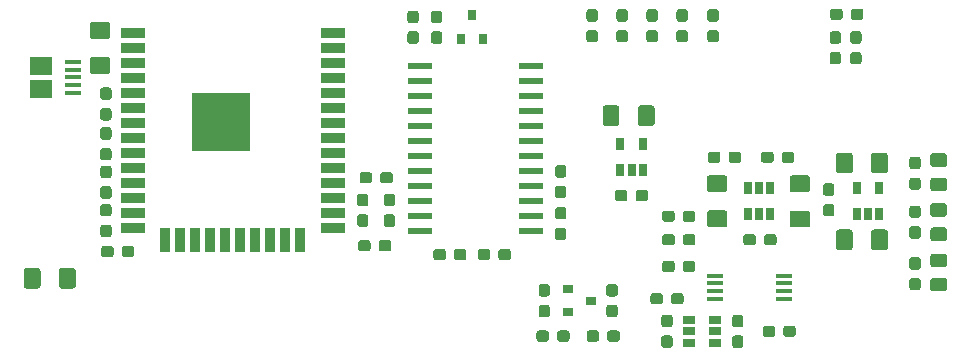
<source format=gbr>
G04 #@! TF.GenerationSoftware,KiCad,Pcbnew,5.1.5*
G04 #@! TF.CreationDate,2020-05-11T21:35:48+02:00*
G04 #@! TF.ProjectId,VCOMLCD,56434f4d-4c43-4442-9e6b-696361645f70,rev?*
G04 #@! TF.SameCoordinates,Original*
G04 #@! TF.FileFunction,Paste,Top*
G04 #@! TF.FilePolarity,Positive*
%FSLAX46Y46*%
G04 Gerber Fmt 4.6, Leading zero omitted, Abs format (unit mm)*
G04 Created by KiCad (PCBNEW 5.1.5) date 2020-05-11 21:35:48*
%MOMM*%
%LPD*%
G04 APERTURE LIST*
%ADD10R,1.060000X0.650000*%
%ADD11C,0.100000*%
%ADD12R,1.450000X0.450000*%
%ADD13R,0.650000X1.060000*%
%ADD14R,2.000000X0.900000*%
%ADD15R,0.900000X2.000000*%
%ADD16R,5.000000X5.000000*%
%ADD17R,1.900000X1.500000*%
%ADD18R,1.350000X0.400000*%
%ADD19R,0.900000X0.800000*%
%ADD20R,0.800000X0.900000*%
%ADD21R,2.000000X0.600000*%
G04 APERTURE END LIST*
D10*
X106400000Y-80750000D03*
X106400000Y-81700000D03*
X106400000Y-79800000D03*
X108600000Y-79800000D03*
X108600000Y-80750000D03*
X108600000Y-81700000D03*
D11*
G36*
X115185779Y-80276144D02*
G01*
X115208834Y-80279563D01*
X115231443Y-80285227D01*
X115253387Y-80293079D01*
X115274457Y-80303044D01*
X115294448Y-80315026D01*
X115313168Y-80328910D01*
X115330438Y-80344562D01*
X115346090Y-80361832D01*
X115359974Y-80380552D01*
X115371956Y-80400543D01*
X115381921Y-80421613D01*
X115389773Y-80443557D01*
X115395437Y-80466166D01*
X115398856Y-80489221D01*
X115400000Y-80512500D01*
X115400000Y-80987500D01*
X115398856Y-81010779D01*
X115395437Y-81033834D01*
X115389773Y-81056443D01*
X115381921Y-81078387D01*
X115371956Y-81099457D01*
X115359974Y-81119448D01*
X115346090Y-81138168D01*
X115330438Y-81155438D01*
X115313168Y-81171090D01*
X115294448Y-81184974D01*
X115274457Y-81196956D01*
X115253387Y-81206921D01*
X115231443Y-81214773D01*
X115208834Y-81220437D01*
X115185779Y-81223856D01*
X115162500Y-81225000D01*
X114587500Y-81225000D01*
X114564221Y-81223856D01*
X114541166Y-81220437D01*
X114518557Y-81214773D01*
X114496613Y-81206921D01*
X114475543Y-81196956D01*
X114455552Y-81184974D01*
X114436832Y-81171090D01*
X114419562Y-81155438D01*
X114403910Y-81138168D01*
X114390026Y-81119448D01*
X114378044Y-81099457D01*
X114368079Y-81078387D01*
X114360227Y-81056443D01*
X114354563Y-81033834D01*
X114351144Y-81010779D01*
X114350000Y-80987500D01*
X114350000Y-80512500D01*
X114351144Y-80489221D01*
X114354563Y-80466166D01*
X114360227Y-80443557D01*
X114368079Y-80421613D01*
X114378044Y-80400543D01*
X114390026Y-80380552D01*
X114403910Y-80361832D01*
X114419562Y-80344562D01*
X114436832Y-80328910D01*
X114455552Y-80315026D01*
X114475543Y-80303044D01*
X114496613Y-80293079D01*
X114518557Y-80285227D01*
X114541166Y-80279563D01*
X114564221Y-80276144D01*
X114587500Y-80275000D01*
X115162500Y-80275000D01*
X115185779Y-80276144D01*
G37*
G36*
X113435779Y-80276144D02*
G01*
X113458834Y-80279563D01*
X113481443Y-80285227D01*
X113503387Y-80293079D01*
X113524457Y-80303044D01*
X113544448Y-80315026D01*
X113563168Y-80328910D01*
X113580438Y-80344562D01*
X113596090Y-80361832D01*
X113609974Y-80380552D01*
X113621956Y-80400543D01*
X113631921Y-80421613D01*
X113639773Y-80443557D01*
X113645437Y-80466166D01*
X113648856Y-80489221D01*
X113650000Y-80512500D01*
X113650000Y-80987500D01*
X113648856Y-81010779D01*
X113645437Y-81033834D01*
X113639773Y-81056443D01*
X113631921Y-81078387D01*
X113621956Y-81099457D01*
X113609974Y-81119448D01*
X113596090Y-81138168D01*
X113580438Y-81155438D01*
X113563168Y-81171090D01*
X113544448Y-81184974D01*
X113524457Y-81196956D01*
X113503387Y-81206921D01*
X113481443Y-81214773D01*
X113458834Y-81220437D01*
X113435779Y-81223856D01*
X113412500Y-81225000D01*
X112837500Y-81225000D01*
X112814221Y-81223856D01*
X112791166Y-81220437D01*
X112768557Y-81214773D01*
X112746613Y-81206921D01*
X112725543Y-81196956D01*
X112705552Y-81184974D01*
X112686832Y-81171090D01*
X112669562Y-81155438D01*
X112653910Y-81138168D01*
X112640026Y-81119448D01*
X112628044Y-81099457D01*
X112618079Y-81078387D01*
X112610227Y-81056443D01*
X112604563Y-81033834D01*
X112601144Y-81010779D01*
X112600000Y-80987500D01*
X112600000Y-80512500D01*
X112601144Y-80489221D01*
X112604563Y-80466166D01*
X112610227Y-80443557D01*
X112618079Y-80421613D01*
X112628044Y-80400543D01*
X112640026Y-80380552D01*
X112653910Y-80361832D01*
X112669562Y-80344562D01*
X112686832Y-80328910D01*
X112705552Y-80315026D01*
X112725543Y-80303044D01*
X112746613Y-80293079D01*
X112768557Y-80285227D01*
X112791166Y-80279563D01*
X112814221Y-80276144D01*
X112837500Y-80275000D01*
X113412500Y-80275000D01*
X113435779Y-80276144D01*
G37*
G36*
X103935779Y-77526144D02*
G01*
X103958834Y-77529563D01*
X103981443Y-77535227D01*
X104003387Y-77543079D01*
X104024457Y-77553044D01*
X104044448Y-77565026D01*
X104063168Y-77578910D01*
X104080438Y-77594562D01*
X104096090Y-77611832D01*
X104109974Y-77630552D01*
X104121956Y-77650543D01*
X104131921Y-77671613D01*
X104139773Y-77693557D01*
X104145437Y-77716166D01*
X104148856Y-77739221D01*
X104150000Y-77762500D01*
X104150000Y-78237500D01*
X104148856Y-78260779D01*
X104145437Y-78283834D01*
X104139773Y-78306443D01*
X104131921Y-78328387D01*
X104121956Y-78349457D01*
X104109974Y-78369448D01*
X104096090Y-78388168D01*
X104080438Y-78405438D01*
X104063168Y-78421090D01*
X104044448Y-78434974D01*
X104024457Y-78446956D01*
X104003387Y-78456921D01*
X103981443Y-78464773D01*
X103958834Y-78470437D01*
X103935779Y-78473856D01*
X103912500Y-78475000D01*
X103337500Y-78475000D01*
X103314221Y-78473856D01*
X103291166Y-78470437D01*
X103268557Y-78464773D01*
X103246613Y-78456921D01*
X103225543Y-78446956D01*
X103205552Y-78434974D01*
X103186832Y-78421090D01*
X103169562Y-78405438D01*
X103153910Y-78388168D01*
X103140026Y-78369448D01*
X103128044Y-78349457D01*
X103118079Y-78328387D01*
X103110227Y-78306443D01*
X103104563Y-78283834D01*
X103101144Y-78260779D01*
X103100000Y-78237500D01*
X103100000Y-77762500D01*
X103101144Y-77739221D01*
X103104563Y-77716166D01*
X103110227Y-77693557D01*
X103118079Y-77671613D01*
X103128044Y-77650543D01*
X103140026Y-77630552D01*
X103153910Y-77611832D01*
X103169562Y-77594562D01*
X103186832Y-77578910D01*
X103205552Y-77565026D01*
X103225543Y-77553044D01*
X103246613Y-77543079D01*
X103268557Y-77535227D01*
X103291166Y-77529563D01*
X103314221Y-77526144D01*
X103337500Y-77525000D01*
X103912500Y-77525000D01*
X103935779Y-77526144D01*
G37*
G36*
X105685779Y-77526144D02*
G01*
X105708834Y-77529563D01*
X105731443Y-77535227D01*
X105753387Y-77543079D01*
X105774457Y-77553044D01*
X105794448Y-77565026D01*
X105813168Y-77578910D01*
X105830438Y-77594562D01*
X105846090Y-77611832D01*
X105859974Y-77630552D01*
X105871956Y-77650543D01*
X105881921Y-77671613D01*
X105889773Y-77693557D01*
X105895437Y-77716166D01*
X105898856Y-77739221D01*
X105900000Y-77762500D01*
X105900000Y-78237500D01*
X105898856Y-78260779D01*
X105895437Y-78283834D01*
X105889773Y-78306443D01*
X105881921Y-78328387D01*
X105871956Y-78349457D01*
X105859974Y-78369448D01*
X105846090Y-78388168D01*
X105830438Y-78405438D01*
X105813168Y-78421090D01*
X105794448Y-78434974D01*
X105774457Y-78446956D01*
X105753387Y-78456921D01*
X105731443Y-78464773D01*
X105708834Y-78470437D01*
X105685779Y-78473856D01*
X105662500Y-78475000D01*
X105087500Y-78475000D01*
X105064221Y-78473856D01*
X105041166Y-78470437D01*
X105018557Y-78464773D01*
X104996613Y-78456921D01*
X104975543Y-78446956D01*
X104955552Y-78434974D01*
X104936832Y-78421090D01*
X104919562Y-78405438D01*
X104903910Y-78388168D01*
X104890026Y-78369448D01*
X104878044Y-78349457D01*
X104868079Y-78328387D01*
X104860227Y-78306443D01*
X104854563Y-78283834D01*
X104851144Y-78260779D01*
X104850000Y-78237500D01*
X104850000Y-77762500D01*
X104851144Y-77739221D01*
X104854563Y-77716166D01*
X104860227Y-77693557D01*
X104868079Y-77671613D01*
X104878044Y-77650543D01*
X104890026Y-77630552D01*
X104903910Y-77611832D01*
X104919562Y-77594562D01*
X104936832Y-77578910D01*
X104955552Y-77565026D01*
X104975543Y-77553044D01*
X104996613Y-77543079D01*
X105018557Y-77535227D01*
X105041166Y-77529563D01*
X105064221Y-77526144D01*
X105087500Y-77525000D01*
X105662500Y-77525000D01*
X105685779Y-77526144D01*
G37*
G36*
X110760779Y-79351144D02*
G01*
X110783834Y-79354563D01*
X110806443Y-79360227D01*
X110828387Y-79368079D01*
X110849457Y-79378044D01*
X110869448Y-79390026D01*
X110888168Y-79403910D01*
X110905438Y-79419562D01*
X110921090Y-79436832D01*
X110934974Y-79455552D01*
X110946956Y-79475543D01*
X110956921Y-79496613D01*
X110964773Y-79518557D01*
X110970437Y-79541166D01*
X110973856Y-79564221D01*
X110975000Y-79587500D01*
X110975000Y-80162500D01*
X110973856Y-80185779D01*
X110970437Y-80208834D01*
X110964773Y-80231443D01*
X110956921Y-80253387D01*
X110946956Y-80274457D01*
X110934974Y-80294448D01*
X110921090Y-80313168D01*
X110905438Y-80330438D01*
X110888168Y-80346090D01*
X110869448Y-80359974D01*
X110849457Y-80371956D01*
X110828387Y-80381921D01*
X110806443Y-80389773D01*
X110783834Y-80395437D01*
X110760779Y-80398856D01*
X110737500Y-80400000D01*
X110262500Y-80400000D01*
X110239221Y-80398856D01*
X110216166Y-80395437D01*
X110193557Y-80389773D01*
X110171613Y-80381921D01*
X110150543Y-80371956D01*
X110130552Y-80359974D01*
X110111832Y-80346090D01*
X110094562Y-80330438D01*
X110078910Y-80313168D01*
X110065026Y-80294448D01*
X110053044Y-80274457D01*
X110043079Y-80253387D01*
X110035227Y-80231443D01*
X110029563Y-80208834D01*
X110026144Y-80185779D01*
X110025000Y-80162500D01*
X110025000Y-79587500D01*
X110026144Y-79564221D01*
X110029563Y-79541166D01*
X110035227Y-79518557D01*
X110043079Y-79496613D01*
X110053044Y-79475543D01*
X110065026Y-79455552D01*
X110078910Y-79436832D01*
X110094562Y-79419562D01*
X110111832Y-79403910D01*
X110130552Y-79390026D01*
X110150543Y-79378044D01*
X110171613Y-79368079D01*
X110193557Y-79360227D01*
X110216166Y-79354563D01*
X110239221Y-79351144D01*
X110262500Y-79350000D01*
X110737500Y-79350000D01*
X110760779Y-79351144D01*
G37*
G36*
X110760779Y-81101144D02*
G01*
X110783834Y-81104563D01*
X110806443Y-81110227D01*
X110828387Y-81118079D01*
X110849457Y-81128044D01*
X110869448Y-81140026D01*
X110888168Y-81153910D01*
X110905438Y-81169562D01*
X110921090Y-81186832D01*
X110934974Y-81205552D01*
X110946956Y-81225543D01*
X110956921Y-81246613D01*
X110964773Y-81268557D01*
X110970437Y-81291166D01*
X110973856Y-81314221D01*
X110975000Y-81337500D01*
X110975000Y-81912500D01*
X110973856Y-81935779D01*
X110970437Y-81958834D01*
X110964773Y-81981443D01*
X110956921Y-82003387D01*
X110946956Y-82024457D01*
X110934974Y-82044448D01*
X110921090Y-82063168D01*
X110905438Y-82080438D01*
X110888168Y-82096090D01*
X110869448Y-82109974D01*
X110849457Y-82121956D01*
X110828387Y-82131921D01*
X110806443Y-82139773D01*
X110783834Y-82145437D01*
X110760779Y-82148856D01*
X110737500Y-82150000D01*
X110262500Y-82150000D01*
X110239221Y-82148856D01*
X110216166Y-82145437D01*
X110193557Y-82139773D01*
X110171613Y-82131921D01*
X110150543Y-82121956D01*
X110130552Y-82109974D01*
X110111832Y-82096090D01*
X110094562Y-82080438D01*
X110078910Y-82063168D01*
X110065026Y-82044448D01*
X110053044Y-82024457D01*
X110043079Y-82003387D01*
X110035227Y-81981443D01*
X110029563Y-81958834D01*
X110026144Y-81935779D01*
X110025000Y-81912500D01*
X110025000Y-81337500D01*
X110026144Y-81314221D01*
X110029563Y-81291166D01*
X110035227Y-81268557D01*
X110043079Y-81246613D01*
X110053044Y-81225543D01*
X110065026Y-81205552D01*
X110078910Y-81186832D01*
X110094562Y-81169562D01*
X110111832Y-81153910D01*
X110130552Y-81140026D01*
X110150543Y-81128044D01*
X110171613Y-81118079D01*
X110193557Y-81110227D01*
X110216166Y-81104563D01*
X110239221Y-81101144D01*
X110262500Y-81100000D01*
X110737500Y-81100000D01*
X110760779Y-81101144D01*
G37*
D12*
X114450000Y-76025000D03*
X114450000Y-76675000D03*
X114450000Y-77325000D03*
X114450000Y-77975000D03*
X108550000Y-77975000D03*
X108550000Y-77325000D03*
X108550000Y-76675000D03*
X108550000Y-76025000D03*
D11*
G36*
X104760779Y-81101144D02*
G01*
X104783834Y-81104563D01*
X104806443Y-81110227D01*
X104828387Y-81118079D01*
X104849457Y-81128044D01*
X104869448Y-81140026D01*
X104888168Y-81153910D01*
X104905438Y-81169562D01*
X104921090Y-81186832D01*
X104934974Y-81205552D01*
X104946956Y-81225543D01*
X104956921Y-81246613D01*
X104964773Y-81268557D01*
X104970437Y-81291166D01*
X104973856Y-81314221D01*
X104975000Y-81337500D01*
X104975000Y-81912500D01*
X104973856Y-81935779D01*
X104970437Y-81958834D01*
X104964773Y-81981443D01*
X104956921Y-82003387D01*
X104946956Y-82024457D01*
X104934974Y-82044448D01*
X104921090Y-82063168D01*
X104905438Y-82080438D01*
X104888168Y-82096090D01*
X104869448Y-82109974D01*
X104849457Y-82121956D01*
X104828387Y-82131921D01*
X104806443Y-82139773D01*
X104783834Y-82145437D01*
X104760779Y-82148856D01*
X104737500Y-82150000D01*
X104262500Y-82150000D01*
X104239221Y-82148856D01*
X104216166Y-82145437D01*
X104193557Y-82139773D01*
X104171613Y-82131921D01*
X104150543Y-82121956D01*
X104130552Y-82109974D01*
X104111832Y-82096090D01*
X104094562Y-82080438D01*
X104078910Y-82063168D01*
X104065026Y-82044448D01*
X104053044Y-82024457D01*
X104043079Y-82003387D01*
X104035227Y-81981443D01*
X104029563Y-81958834D01*
X104026144Y-81935779D01*
X104025000Y-81912500D01*
X104025000Y-81337500D01*
X104026144Y-81314221D01*
X104029563Y-81291166D01*
X104035227Y-81268557D01*
X104043079Y-81246613D01*
X104053044Y-81225543D01*
X104065026Y-81205552D01*
X104078910Y-81186832D01*
X104094562Y-81169562D01*
X104111832Y-81153910D01*
X104130552Y-81140026D01*
X104150543Y-81128044D01*
X104171613Y-81118079D01*
X104193557Y-81110227D01*
X104216166Y-81104563D01*
X104239221Y-81101144D01*
X104262500Y-81100000D01*
X104737500Y-81100000D01*
X104760779Y-81101144D01*
G37*
G36*
X104760779Y-79351144D02*
G01*
X104783834Y-79354563D01*
X104806443Y-79360227D01*
X104828387Y-79368079D01*
X104849457Y-79378044D01*
X104869448Y-79390026D01*
X104888168Y-79403910D01*
X104905438Y-79419562D01*
X104921090Y-79436832D01*
X104934974Y-79455552D01*
X104946956Y-79475543D01*
X104956921Y-79496613D01*
X104964773Y-79518557D01*
X104970437Y-79541166D01*
X104973856Y-79564221D01*
X104975000Y-79587500D01*
X104975000Y-80162500D01*
X104973856Y-80185779D01*
X104970437Y-80208834D01*
X104964773Y-80231443D01*
X104956921Y-80253387D01*
X104946956Y-80274457D01*
X104934974Y-80294448D01*
X104921090Y-80313168D01*
X104905438Y-80330438D01*
X104888168Y-80346090D01*
X104869448Y-80359974D01*
X104849457Y-80371956D01*
X104828387Y-80381921D01*
X104806443Y-80389773D01*
X104783834Y-80395437D01*
X104760779Y-80398856D01*
X104737500Y-80400000D01*
X104262500Y-80400000D01*
X104239221Y-80398856D01*
X104216166Y-80395437D01*
X104193557Y-80389773D01*
X104171613Y-80381921D01*
X104150543Y-80371956D01*
X104130552Y-80359974D01*
X104111832Y-80346090D01*
X104094562Y-80330438D01*
X104078910Y-80313168D01*
X104065026Y-80294448D01*
X104053044Y-80274457D01*
X104043079Y-80253387D01*
X104035227Y-80231443D01*
X104029563Y-80208834D01*
X104026144Y-80185779D01*
X104025000Y-80162500D01*
X104025000Y-79587500D01*
X104026144Y-79564221D01*
X104029563Y-79541166D01*
X104035227Y-79518557D01*
X104043079Y-79496613D01*
X104053044Y-79475543D01*
X104065026Y-79455552D01*
X104078910Y-79436832D01*
X104094562Y-79419562D01*
X104111832Y-79403910D01*
X104130552Y-79390026D01*
X104150543Y-79378044D01*
X104171613Y-79368079D01*
X104193557Y-79360227D01*
X104216166Y-79354563D01*
X104239221Y-79351144D01*
X104262500Y-79350000D01*
X104737500Y-79350000D01*
X104760779Y-79351144D01*
G37*
G36*
X120760779Y-57101144D02*
G01*
X120783834Y-57104563D01*
X120806443Y-57110227D01*
X120828387Y-57118079D01*
X120849457Y-57128044D01*
X120869448Y-57140026D01*
X120888168Y-57153910D01*
X120905438Y-57169562D01*
X120921090Y-57186832D01*
X120934974Y-57205552D01*
X120946956Y-57225543D01*
X120956921Y-57246613D01*
X120964773Y-57268557D01*
X120970437Y-57291166D01*
X120973856Y-57314221D01*
X120975000Y-57337500D01*
X120975000Y-57912500D01*
X120973856Y-57935779D01*
X120970437Y-57958834D01*
X120964773Y-57981443D01*
X120956921Y-58003387D01*
X120946956Y-58024457D01*
X120934974Y-58044448D01*
X120921090Y-58063168D01*
X120905438Y-58080438D01*
X120888168Y-58096090D01*
X120869448Y-58109974D01*
X120849457Y-58121956D01*
X120828387Y-58131921D01*
X120806443Y-58139773D01*
X120783834Y-58145437D01*
X120760779Y-58148856D01*
X120737500Y-58150000D01*
X120262500Y-58150000D01*
X120239221Y-58148856D01*
X120216166Y-58145437D01*
X120193557Y-58139773D01*
X120171613Y-58131921D01*
X120150543Y-58121956D01*
X120130552Y-58109974D01*
X120111832Y-58096090D01*
X120094562Y-58080438D01*
X120078910Y-58063168D01*
X120065026Y-58044448D01*
X120053044Y-58024457D01*
X120043079Y-58003387D01*
X120035227Y-57981443D01*
X120029563Y-57958834D01*
X120026144Y-57935779D01*
X120025000Y-57912500D01*
X120025000Y-57337500D01*
X120026144Y-57314221D01*
X120029563Y-57291166D01*
X120035227Y-57268557D01*
X120043079Y-57246613D01*
X120053044Y-57225543D01*
X120065026Y-57205552D01*
X120078910Y-57186832D01*
X120094562Y-57169562D01*
X120111832Y-57153910D01*
X120130552Y-57140026D01*
X120150543Y-57128044D01*
X120171613Y-57118079D01*
X120193557Y-57110227D01*
X120216166Y-57104563D01*
X120239221Y-57101144D01*
X120262500Y-57100000D01*
X120737500Y-57100000D01*
X120760779Y-57101144D01*
G37*
G36*
X120760779Y-55351144D02*
G01*
X120783834Y-55354563D01*
X120806443Y-55360227D01*
X120828387Y-55368079D01*
X120849457Y-55378044D01*
X120869448Y-55390026D01*
X120888168Y-55403910D01*
X120905438Y-55419562D01*
X120921090Y-55436832D01*
X120934974Y-55455552D01*
X120946956Y-55475543D01*
X120956921Y-55496613D01*
X120964773Y-55518557D01*
X120970437Y-55541166D01*
X120973856Y-55564221D01*
X120975000Y-55587500D01*
X120975000Y-56162500D01*
X120973856Y-56185779D01*
X120970437Y-56208834D01*
X120964773Y-56231443D01*
X120956921Y-56253387D01*
X120946956Y-56274457D01*
X120934974Y-56294448D01*
X120921090Y-56313168D01*
X120905438Y-56330438D01*
X120888168Y-56346090D01*
X120869448Y-56359974D01*
X120849457Y-56371956D01*
X120828387Y-56381921D01*
X120806443Y-56389773D01*
X120783834Y-56395437D01*
X120760779Y-56398856D01*
X120737500Y-56400000D01*
X120262500Y-56400000D01*
X120239221Y-56398856D01*
X120216166Y-56395437D01*
X120193557Y-56389773D01*
X120171613Y-56381921D01*
X120150543Y-56371956D01*
X120130552Y-56359974D01*
X120111832Y-56346090D01*
X120094562Y-56330438D01*
X120078910Y-56313168D01*
X120065026Y-56294448D01*
X120053044Y-56274457D01*
X120043079Y-56253387D01*
X120035227Y-56231443D01*
X120029563Y-56208834D01*
X120026144Y-56185779D01*
X120025000Y-56162500D01*
X120025000Y-55587500D01*
X120026144Y-55564221D01*
X120029563Y-55541166D01*
X120035227Y-55518557D01*
X120043079Y-55496613D01*
X120053044Y-55475543D01*
X120065026Y-55455552D01*
X120078910Y-55436832D01*
X120094562Y-55419562D01*
X120111832Y-55403910D01*
X120130552Y-55390026D01*
X120150543Y-55378044D01*
X120171613Y-55368079D01*
X120193557Y-55360227D01*
X120216166Y-55354563D01*
X120239221Y-55351144D01*
X120262500Y-55350000D01*
X120737500Y-55350000D01*
X120760779Y-55351144D01*
G37*
G36*
X119010779Y-55351144D02*
G01*
X119033834Y-55354563D01*
X119056443Y-55360227D01*
X119078387Y-55368079D01*
X119099457Y-55378044D01*
X119119448Y-55390026D01*
X119138168Y-55403910D01*
X119155438Y-55419562D01*
X119171090Y-55436832D01*
X119184974Y-55455552D01*
X119196956Y-55475543D01*
X119206921Y-55496613D01*
X119214773Y-55518557D01*
X119220437Y-55541166D01*
X119223856Y-55564221D01*
X119225000Y-55587500D01*
X119225000Y-56162500D01*
X119223856Y-56185779D01*
X119220437Y-56208834D01*
X119214773Y-56231443D01*
X119206921Y-56253387D01*
X119196956Y-56274457D01*
X119184974Y-56294448D01*
X119171090Y-56313168D01*
X119155438Y-56330438D01*
X119138168Y-56346090D01*
X119119448Y-56359974D01*
X119099457Y-56371956D01*
X119078387Y-56381921D01*
X119056443Y-56389773D01*
X119033834Y-56395437D01*
X119010779Y-56398856D01*
X118987500Y-56400000D01*
X118512500Y-56400000D01*
X118489221Y-56398856D01*
X118466166Y-56395437D01*
X118443557Y-56389773D01*
X118421613Y-56381921D01*
X118400543Y-56371956D01*
X118380552Y-56359974D01*
X118361832Y-56346090D01*
X118344562Y-56330438D01*
X118328910Y-56313168D01*
X118315026Y-56294448D01*
X118303044Y-56274457D01*
X118293079Y-56253387D01*
X118285227Y-56231443D01*
X118279563Y-56208834D01*
X118276144Y-56185779D01*
X118275000Y-56162500D01*
X118275000Y-55587500D01*
X118276144Y-55564221D01*
X118279563Y-55541166D01*
X118285227Y-55518557D01*
X118293079Y-55496613D01*
X118303044Y-55475543D01*
X118315026Y-55455552D01*
X118328910Y-55436832D01*
X118344562Y-55419562D01*
X118361832Y-55403910D01*
X118380552Y-55390026D01*
X118400543Y-55378044D01*
X118421613Y-55368079D01*
X118443557Y-55360227D01*
X118466166Y-55354563D01*
X118489221Y-55351144D01*
X118512500Y-55350000D01*
X118987500Y-55350000D01*
X119010779Y-55351144D01*
G37*
G36*
X119010779Y-57101144D02*
G01*
X119033834Y-57104563D01*
X119056443Y-57110227D01*
X119078387Y-57118079D01*
X119099457Y-57128044D01*
X119119448Y-57140026D01*
X119138168Y-57153910D01*
X119155438Y-57169562D01*
X119171090Y-57186832D01*
X119184974Y-57205552D01*
X119196956Y-57225543D01*
X119206921Y-57246613D01*
X119214773Y-57268557D01*
X119220437Y-57291166D01*
X119223856Y-57314221D01*
X119225000Y-57337500D01*
X119225000Y-57912500D01*
X119223856Y-57935779D01*
X119220437Y-57958834D01*
X119214773Y-57981443D01*
X119206921Y-58003387D01*
X119196956Y-58024457D01*
X119184974Y-58044448D01*
X119171090Y-58063168D01*
X119155438Y-58080438D01*
X119138168Y-58096090D01*
X119119448Y-58109974D01*
X119099457Y-58121956D01*
X119078387Y-58131921D01*
X119056443Y-58139773D01*
X119033834Y-58145437D01*
X119010779Y-58148856D01*
X118987500Y-58150000D01*
X118512500Y-58150000D01*
X118489221Y-58148856D01*
X118466166Y-58145437D01*
X118443557Y-58139773D01*
X118421613Y-58131921D01*
X118400543Y-58121956D01*
X118380552Y-58109974D01*
X118361832Y-58096090D01*
X118344562Y-58080438D01*
X118328910Y-58063168D01*
X118315026Y-58044448D01*
X118303044Y-58024457D01*
X118293079Y-58003387D01*
X118285227Y-57981443D01*
X118279563Y-57958834D01*
X118276144Y-57935779D01*
X118275000Y-57912500D01*
X118275000Y-57337500D01*
X118276144Y-57314221D01*
X118279563Y-57291166D01*
X118285227Y-57268557D01*
X118293079Y-57246613D01*
X118303044Y-57225543D01*
X118315026Y-57205552D01*
X118328910Y-57186832D01*
X118344562Y-57169562D01*
X118361832Y-57153910D01*
X118380552Y-57140026D01*
X118400543Y-57128044D01*
X118421613Y-57118079D01*
X118443557Y-57110227D01*
X118466166Y-57104563D01*
X118489221Y-57101144D01*
X118512500Y-57100000D01*
X118987500Y-57100000D01*
X119010779Y-57101144D01*
G37*
D13*
X100550000Y-64900000D03*
X102450000Y-64900000D03*
X102450000Y-67100000D03*
X101500000Y-67100000D03*
X100550000Y-67100000D03*
D14*
X76250000Y-55500000D03*
X76250000Y-56770000D03*
X76250000Y-58040000D03*
X76250000Y-59310000D03*
X76250000Y-60580000D03*
X76250000Y-61850000D03*
X76250000Y-63120000D03*
X76250000Y-64390000D03*
X76250000Y-65660000D03*
X76250000Y-66930000D03*
X76250000Y-68200000D03*
X76250000Y-69470000D03*
X76250000Y-70740000D03*
X76250000Y-72010000D03*
D15*
X73465000Y-73010000D03*
X72195000Y-73010000D03*
X70925000Y-73010000D03*
X69655000Y-73010000D03*
X68385000Y-73010000D03*
X67115000Y-73010000D03*
X65845000Y-73010000D03*
X64575000Y-73010000D03*
X63305000Y-73010000D03*
X62035000Y-73010000D03*
D14*
X59250000Y-72010000D03*
X59250000Y-70740000D03*
X59250000Y-69470000D03*
X59250000Y-68200000D03*
X59250000Y-66930000D03*
X59250000Y-65660000D03*
X59250000Y-64390000D03*
X59250000Y-63120000D03*
X59250000Y-61850000D03*
X59250000Y-60580000D03*
X59250000Y-59310000D03*
X59250000Y-58040000D03*
X59250000Y-56770000D03*
X59250000Y-55500000D03*
D16*
X66750000Y-63000000D03*
D17*
X51500000Y-60250000D03*
D18*
X54200000Y-58600000D03*
X54200000Y-57950000D03*
X54200000Y-60550000D03*
X54200000Y-59900000D03*
X54200000Y-59250000D03*
D17*
X51500000Y-58250000D03*
D11*
G36*
X109399504Y-67538704D02*
G01*
X109423773Y-67542304D01*
X109447571Y-67548265D01*
X109470671Y-67556530D01*
X109492849Y-67567020D01*
X109513893Y-67579633D01*
X109533598Y-67594247D01*
X109551777Y-67610723D01*
X109568253Y-67628902D01*
X109582867Y-67648607D01*
X109595480Y-67669651D01*
X109605970Y-67691829D01*
X109614235Y-67714929D01*
X109620196Y-67738727D01*
X109623796Y-67762996D01*
X109625000Y-67787500D01*
X109625000Y-68712500D01*
X109623796Y-68737004D01*
X109620196Y-68761273D01*
X109614235Y-68785071D01*
X109605970Y-68808171D01*
X109595480Y-68830349D01*
X109582867Y-68851393D01*
X109568253Y-68871098D01*
X109551777Y-68889277D01*
X109533598Y-68905753D01*
X109513893Y-68920367D01*
X109492849Y-68932980D01*
X109470671Y-68943470D01*
X109447571Y-68951735D01*
X109423773Y-68957696D01*
X109399504Y-68961296D01*
X109375000Y-68962500D01*
X108125000Y-68962500D01*
X108100496Y-68961296D01*
X108076227Y-68957696D01*
X108052429Y-68951735D01*
X108029329Y-68943470D01*
X108007151Y-68932980D01*
X107986107Y-68920367D01*
X107966402Y-68905753D01*
X107948223Y-68889277D01*
X107931747Y-68871098D01*
X107917133Y-68851393D01*
X107904520Y-68830349D01*
X107894030Y-68808171D01*
X107885765Y-68785071D01*
X107879804Y-68761273D01*
X107876204Y-68737004D01*
X107875000Y-68712500D01*
X107875000Y-67787500D01*
X107876204Y-67762996D01*
X107879804Y-67738727D01*
X107885765Y-67714929D01*
X107894030Y-67691829D01*
X107904520Y-67669651D01*
X107917133Y-67648607D01*
X107931747Y-67628902D01*
X107948223Y-67610723D01*
X107966402Y-67594247D01*
X107986107Y-67579633D01*
X108007151Y-67567020D01*
X108029329Y-67556530D01*
X108052429Y-67548265D01*
X108076227Y-67542304D01*
X108100496Y-67538704D01*
X108125000Y-67537500D01*
X109375000Y-67537500D01*
X109399504Y-67538704D01*
G37*
G36*
X109399504Y-70513704D02*
G01*
X109423773Y-70517304D01*
X109447571Y-70523265D01*
X109470671Y-70531530D01*
X109492849Y-70542020D01*
X109513893Y-70554633D01*
X109533598Y-70569247D01*
X109551777Y-70585723D01*
X109568253Y-70603902D01*
X109582867Y-70623607D01*
X109595480Y-70644651D01*
X109605970Y-70666829D01*
X109614235Y-70689929D01*
X109620196Y-70713727D01*
X109623796Y-70737996D01*
X109625000Y-70762500D01*
X109625000Y-71687500D01*
X109623796Y-71712004D01*
X109620196Y-71736273D01*
X109614235Y-71760071D01*
X109605970Y-71783171D01*
X109595480Y-71805349D01*
X109582867Y-71826393D01*
X109568253Y-71846098D01*
X109551777Y-71864277D01*
X109533598Y-71880753D01*
X109513893Y-71895367D01*
X109492849Y-71907980D01*
X109470671Y-71918470D01*
X109447571Y-71926735D01*
X109423773Y-71932696D01*
X109399504Y-71936296D01*
X109375000Y-71937500D01*
X108125000Y-71937500D01*
X108100496Y-71936296D01*
X108076227Y-71932696D01*
X108052429Y-71926735D01*
X108029329Y-71918470D01*
X108007151Y-71907980D01*
X107986107Y-71895367D01*
X107966402Y-71880753D01*
X107948223Y-71864277D01*
X107931747Y-71846098D01*
X107917133Y-71826393D01*
X107904520Y-71805349D01*
X107894030Y-71783171D01*
X107885765Y-71760071D01*
X107879804Y-71736273D01*
X107876204Y-71712004D01*
X107875000Y-71687500D01*
X107875000Y-70762500D01*
X107876204Y-70737996D01*
X107879804Y-70713727D01*
X107885765Y-70689929D01*
X107894030Y-70666829D01*
X107904520Y-70644651D01*
X107917133Y-70623607D01*
X107931747Y-70603902D01*
X107948223Y-70585723D01*
X107966402Y-70569247D01*
X107986107Y-70554633D01*
X108007151Y-70542020D01*
X108029329Y-70531530D01*
X108052429Y-70523265D01*
X108076227Y-70517304D01*
X108100496Y-70513704D01*
X108125000Y-70512500D01*
X109375000Y-70512500D01*
X109399504Y-70513704D01*
G37*
G36*
X111810779Y-72526144D02*
G01*
X111833834Y-72529563D01*
X111856443Y-72535227D01*
X111878387Y-72543079D01*
X111899457Y-72553044D01*
X111919448Y-72565026D01*
X111938168Y-72578910D01*
X111955438Y-72594562D01*
X111971090Y-72611832D01*
X111984974Y-72630552D01*
X111996956Y-72650543D01*
X112006921Y-72671613D01*
X112014773Y-72693557D01*
X112020437Y-72716166D01*
X112023856Y-72739221D01*
X112025000Y-72762500D01*
X112025000Y-73237500D01*
X112023856Y-73260779D01*
X112020437Y-73283834D01*
X112014773Y-73306443D01*
X112006921Y-73328387D01*
X111996956Y-73349457D01*
X111984974Y-73369448D01*
X111971090Y-73388168D01*
X111955438Y-73405438D01*
X111938168Y-73421090D01*
X111919448Y-73434974D01*
X111899457Y-73446956D01*
X111878387Y-73456921D01*
X111856443Y-73464773D01*
X111833834Y-73470437D01*
X111810779Y-73473856D01*
X111787500Y-73475000D01*
X111212500Y-73475000D01*
X111189221Y-73473856D01*
X111166166Y-73470437D01*
X111143557Y-73464773D01*
X111121613Y-73456921D01*
X111100543Y-73446956D01*
X111080552Y-73434974D01*
X111061832Y-73421090D01*
X111044562Y-73405438D01*
X111028910Y-73388168D01*
X111015026Y-73369448D01*
X111003044Y-73349457D01*
X110993079Y-73328387D01*
X110985227Y-73306443D01*
X110979563Y-73283834D01*
X110976144Y-73260779D01*
X110975000Y-73237500D01*
X110975000Y-72762500D01*
X110976144Y-72739221D01*
X110979563Y-72716166D01*
X110985227Y-72693557D01*
X110993079Y-72671613D01*
X111003044Y-72650543D01*
X111015026Y-72630552D01*
X111028910Y-72611832D01*
X111044562Y-72594562D01*
X111061832Y-72578910D01*
X111080552Y-72565026D01*
X111100543Y-72553044D01*
X111121613Y-72543079D01*
X111143557Y-72535227D01*
X111166166Y-72529563D01*
X111189221Y-72526144D01*
X111212500Y-72525000D01*
X111787500Y-72525000D01*
X111810779Y-72526144D01*
G37*
G36*
X113560779Y-72526144D02*
G01*
X113583834Y-72529563D01*
X113606443Y-72535227D01*
X113628387Y-72543079D01*
X113649457Y-72553044D01*
X113669448Y-72565026D01*
X113688168Y-72578910D01*
X113705438Y-72594562D01*
X113721090Y-72611832D01*
X113734974Y-72630552D01*
X113746956Y-72650543D01*
X113756921Y-72671613D01*
X113764773Y-72693557D01*
X113770437Y-72716166D01*
X113773856Y-72739221D01*
X113775000Y-72762500D01*
X113775000Y-73237500D01*
X113773856Y-73260779D01*
X113770437Y-73283834D01*
X113764773Y-73306443D01*
X113756921Y-73328387D01*
X113746956Y-73349457D01*
X113734974Y-73369448D01*
X113721090Y-73388168D01*
X113705438Y-73405438D01*
X113688168Y-73421090D01*
X113669448Y-73434974D01*
X113649457Y-73446956D01*
X113628387Y-73456921D01*
X113606443Y-73464773D01*
X113583834Y-73470437D01*
X113560779Y-73473856D01*
X113537500Y-73475000D01*
X112962500Y-73475000D01*
X112939221Y-73473856D01*
X112916166Y-73470437D01*
X112893557Y-73464773D01*
X112871613Y-73456921D01*
X112850543Y-73446956D01*
X112830552Y-73434974D01*
X112811832Y-73421090D01*
X112794562Y-73405438D01*
X112778910Y-73388168D01*
X112765026Y-73369448D01*
X112753044Y-73349457D01*
X112743079Y-73328387D01*
X112735227Y-73306443D01*
X112729563Y-73283834D01*
X112726144Y-73260779D01*
X112725000Y-73237500D01*
X112725000Y-72762500D01*
X112726144Y-72739221D01*
X112729563Y-72716166D01*
X112735227Y-72693557D01*
X112743079Y-72671613D01*
X112753044Y-72650543D01*
X112765026Y-72630552D01*
X112778910Y-72611832D01*
X112794562Y-72594562D01*
X112811832Y-72578910D01*
X112830552Y-72565026D01*
X112850543Y-72553044D01*
X112871613Y-72543079D01*
X112893557Y-72535227D01*
X112916166Y-72529563D01*
X112939221Y-72526144D01*
X112962500Y-72525000D01*
X113537500Y-72525000D01*
X113560779Y-72526144D01*
G37*
G36*
X100110779Y-78501144D02*
G01*
X100133834Y-78504563D01*
X100156443Y-78510227D01*
X100178387Y-78518079D01*
X100199457Y-78528044D01*
X100219448Y-78540026D01*
X100238168Y-78553910D01*
X100255438Y-78569562D01*
X100271090Y-78586832D01*
X100284974Y-78605552D01*
X100296956Y-78625543D01*
X100306921Y-78646613D01*
X100314773Y-78668557D01*
X100320437Y-78691166D01*
X100323856Y-78714221D01*
X100325000Y-78737500D01*
X100325000Y-79312500D01*
X100323856Y-79335779D01*
X100320437Y-79358834D01*
X100314773Y-79381443D01*
X100306921Y-79403387D01*
X100296956Y-79424457D01*
X100284974Y-79444448D01*
X100271090Y-79463168D01*
X100255438Y-79480438D01*
X100238168Y-79496090D01*
X100219448Y-79509974D01*
X100199457Y-79521956D01*
X100178387Y-79531921D01*
X100156443Y-79539773D01*
X100133834Y-79545437D01*
X100110779Y-79548856D01*
X100087500Y-79550000D01*
X99612500Y-79550000D01*
X99589221Y-79548856D01*
X99566166Y-79545437D01*
X99543557Y-79539773D01*
X99521613Y-79531921D01*
X99500543Y-79521956D01*
X99480552Y-79509974D01*
X99461832Y-79496090D01*
X99444562Y-79480438D01*
X99428910Y-79463168D01*
X99415026Y-79444448D01*
X99403044Y-79424457D01*
X99393079Y-79403387D01*
X99385227Y-79381443D01*
X99379563Y-79358834D01*
X99376144Y-79335779D01*
X99375000Y-79312500D01*
X99375000Y-78737500D01*
X99376144Y-78714221D01*
X99379563Y-78691166D01*
X99385227Y-78668557D01*
X99393079Y-78646613D01*
X99403044Y-78625543D01*
X99415026Y-78605552D01*
X99428910Y-78586832D01*
X99444562Y-78569562D01*
X99461832Y-78553910D01*
X99480552Y-78540026D01*
X99500543Y-78528044D01*
X99521613Y-78518079D01*
X99543557Y-78510227D01*
X99566166Y-78504563D01*
X99589221Y-78501144D01*
X99612500Y-78500000D01*
X100087500Y-78500000D01*
X100110779Y-78501144D01*
G37*
G36*
X100110779Y-76751144D02*
G01*
X100133834Y-76754563D01*
X100156443Y-76760227D01*
X100178387Y-76768079D01*
X100199457Y-76778044D01*
X100219448Y-76790026D01*
X100238168Y-76803910D01*
X100255438Y-76819562D01*
X100271090Y-76836832D01*
X100284974Y-76855552D01*
X100296956Y-76875543D01*
X100306921Y-76896613D01*
X100314773Y-76918557D01*
X100320437Y-76941166D01*
X100323856Y-76964221D01*
X100325000Y-76987500D01*
X100325000Y-77562500D01*
X100323856Y-77585779D01*
X100320437Y-77608834D01*
X100314773Y-77631443D01*
X100306921Y-77653387D01*
X100296956Y-77674457D01*
X100284974Y-77694448D01*
X100271090Y-77713168D01*
X100255438Y-77730438D01*
X100238168Y-77746090D01*
X100219448Y-77759974D01*
X100199457Y-77771956D01*
X100178387Y-77781921D01*
X100156443Y-77789773D01*
X100133834Y-77795437D01*
X100110779Y-77798856D01*
X100087500Y-77800000D01*
X99612500Y-77800000D01*
X99589221Y-77798856D01*
X99566166Y-77795437D01*
X99543557Y-77789773D01*
X99521613Y-77781921D01*
X99500543Y-77771956D01*
X99480552Y-77759974D01*
X99461832Y-77746090D01*
X99444562Y-77730438D01*
X99428910Y-77713168D01*
X99415026Y-77694448D01*
X99403044Y-77674457D01*
X99393079Y-77653387D01*
X99385227Y-77631443D01*
X99379563Y-77608834D01*
X99376144Y-77585779D01*
X99375000Y-77562500D01*
X99375000Y-76987500D01*
X99376144Y-76964221D01*
X99379563Y-76941166D01*
X99385227Y-76918557D01*
X99393079Y-76896613D01*
X99403044Y-76875543D01*
X99415026Y-76855552D01*
X99428910Y-76836832D01*
X99444562Y-76819562D01*
X99461832Y-76803910D01*
X99480552Y-76790026D01*
X99500543Y-76778044D01*
X99521613Y-76768079D01*
X99543557Y-76760227D01*
X99566166Y-76754563D01*
X99589221Y-76751144D01*
X99612500Y-76750000D01*
X100087500Y-76750000D01*
X100110779Y-76751144D01*
G37*
G36*
X98535779Y-80676144D02*
G01*
X98558834Y-80679563D01*
X98581443Y-80685227D01*
X98603387Y-80693079D01*
X98624457Y-80703044D01*
X98644448Y-80715026D01*
X98663168Y-80728910D01*
X98680438Y-80744562D01*
X98696090Y-80761832D01*
X98709974Y-80780552D01*
X98721956Y-80800543D01*
X98731921Y-80821613D01*
X98739773Y-80843557D01*
X98745437Y-80866166D01*
X98748856Y-80889221D01*
X98750000Y-80912500D01*
X98750000Y-81387500D01*
X98748856Y-81410779D01*
X98745437Y-81433834D01*
X98739773Y-81456443D01*
X98731921Y-81478387D01*
X98721956Y-81499457D01*
X98709974Y-81519448D01*
X98696090Y-81538168D01*
X98680438Y-81555438D01*
X98663168Y-81571090D01*
X98644448Y-81584974D01*
X98624457Y-81596956D01*
X98603387Y-81606921D01*
X98581443Y-81614773D01*
X98558834Y-81620437D01*
X98535779Y-81623856D01*
X98512500Y-81625000D01*
X97937500Y-81625000D01*
X97914221Y-81623856D01*
X97891166Y-81620437D01*
X97868557Y-81614773D01*
X97846613Y-81606921D01*
X97825543Y-81596956D01*
X97805552Y-81584974D01*
X97786832Y-81571090D01*
X97769562Y-81555438D01*
X97753910Y-81538168D01*
X97740026Y-81519448D01*
X97728044Y-81499457D01*
X97718079Y-81478387D01*
X97710227Y-81456443D01*
X97704563Y-81433834D01*
X97701144Y-81410779D01*
X97700000Y-81387500D01*
X97700000Y-80912500D01*
X97701144Y-80889221D01*
X97704563Y-80866166D01*
X97710227Y-80843557D01*
X97718079Y-80821613D01*
X97728044Y-80800543D01*
X97740026Y-80780552D01*
X97753910Y-80761832D01*
X97769562Y-80744562D01*
X97786832Y-80728910D01*
X97805552Y-80715026D01*
X97825543Y-80703044D01*
X97846613Y-80693079D01*
X97868557Y-80685227D01*
X97891166Y-80679563D01*
X97914221Y-80676144D01*
X97937500Y-80675000D01*
X98512500Y-80675000D01*
X98535779Y-80676144D01*
G37*
G36*
X100285779Y-80676144D02*
G01*
X100308834Y-80679563D01*
X100331443Y-80685227D01*
X100353387Y-80693079D01*
X100374457Y-80703044D01*
X100394448Y-80715026D01*
X100413168Y-80728910D01*
X100430438Y-80744562D01*
X100446090Y-80761832D01*
X100459974Y-80780552D01*
X100471956Y-80800543D01*
X100481921Y-80821613D01*
X100489773Y-80843557D01*
X100495437Y-80866166D01*
X100498856Y-80889221D01*
X100500000Y-80912500D01*
X100500000Y-81387500D01*
X100498856Y-81410779D01*
X100495437Y-81433834D01*
X100489773Y-81456443D01*
X100481921Y-81478387D01*
X100471956Y-81499457D01*
X100459974Y-81519448D01*
X100446090Y-81538168D01*
X100430438Y-81555438D01*
X100413168Y-81571090D01*
X100394448Y-81584974D01*
X100374457Y-81596956D01*
X100353387Y-81606921D01*
X100331443Y-81614773D01*
X100308834Y-81620437D01*
X100285779Y-81623856D01*
X100262500Y-81625000D01*
X99687500Y-81625000D01*
X99664221Y-81623856D01*
X99641166Y-81620437D01*
X99618557Y-81614773D01*
X99596613Y-81606921D01*
X99575543Y-81596956D01*
X99555552Y-81584974D01*
X99536832Y-81571090D01*
X99519562Y-81555438D01*
X99503910Y-81538168D01*
X99490026Y-81519448D01*
X99478044Y-81499457D01*
X99468079Y-81478387D01*
X99460227Y-81456443D01*
X99454563Y-81433834D01*
X99451144Y-81410779D01*
X99450000Y-81387500D01*
X99450000Y-80912500D01*
X99451144Y-80889221D01*
X99454563Y-80866166D01*
X99460227Y-80843557D01*
X99468079Y-80821613D01*
X99478044Y-80800543D01*
X99490026Y-80780552D01*
X99503910Y-80761832D01*
X99519562Y-80744562D01*
X99536832Y-80728910D01*
X99555552Y-80715026D01*
X99575543Y-80703044D01*
X99596613Y-80693079D01*
X99618557Y-80685227D01*
X99641166Y-80679563D01*
X99664221Y-80676144D01*
X99687500Y-80675000D01*
X100262500Y-80675000D01*
X100285779Y-80676144D01*
G37*
G36*
X94285779Y-80676144D02*
G01*
X94308834Y-80679563D01*
X94331443Y-80685227D01*
X94353387Y-80693079D01*
X94374457Y-80703044D01*
X94394448Y-80715026D01*
X94413168Y-80728910D01*
X94430438Y-80744562D01*
X94446090Y-80761832D01*
X94459974Y-80780552D01*
X94471956Y-80800543D01*
X94481921Y-80821613D01*
X94489773Y-80843557D01*
X94495437Y-80866166D01*
X94498856Y-80889221D01*
X94500000Y-80912500D01*
X94500000Y-81387500D01*
X94498856Y-81410779D01*
X94495437Y-81433834D01*
X94489773Y-81456443D01*
X94481921Y-81478387D01*
X94471956Y-81499457D01*
X94459974Y-81519448D01*
X94446090Y-81538168D01*
X94430438Y-81555438D01*
X94413168Y-81571090D01*
X94394448Y-81584974D01*
X94374457Y-81596956D01*
X94353387Y-81606921D01*
X94331443Y-81614773D01*
X94308834Y-81620437D01*
X94285779Y-81623856D01*
X94262500Y-81625000D01*
X93687500Y-81625000D01*
X93664221Y-81623856D01*
X93641166Y-81620437D01*
X93618557Y-81614773D01*
X93596613Y-81606921D01*
X93575543Y-81596956D01*
X93555552Y-81584974D01*
X93536832Y-81571090D01*
X93519562Y-81555438D01*
X93503910Y-81538168D01*
X93490026Y-81519448D01*
X93478044Y-81499457D01*
X93468079Y-81478387D01*
X93460227Y-81456443D01*
X93454563Y-81433834D01*
X93451144Y-81410779D01*
X93450000Y-81387500D01*
X93450000Y-80912500D01*
X93451144Y-80889221D01*
X93454563Y-80866166D01*
X93460227Y-80843557D01*
X93468079Y-80821613D01*
X93478044Y-80800543D01*
X93490026Y-80780552D01*
X93503910Y-80761832D01*
X93519562Y-80744562D01*
X93536832Y-80728910D01*
X93555552Y-80715026D01*
X93575543Y-80703044D01*
X93596613Y-80693079D01*
X93618557Y-80685227D01*
X93641166Y-80679563D01*
X93664221Y-80676144D01*
X93687500Y-80675000D01*
X94262500Y-80675000D01*
X94285779Y-80676144D01*
G37*
G36*
X96035779Y-80676144D02*
G01*
X96058834Y-80679563D01*
X96081443Y-80685227D01*
X96103387Y-80693079D01*
X96124457Y-80703044D01*
X96144448Y-80715026D01*
X96163168Y-80728910D01*
X96180438Y-80744562D01*
X96196090Y-80761832D01*
X96209974Y-80780552D01*
X96221956Y-80800543D01*
X96231921Y-80821613D01*
X96239773Y-80843557D01*
X96245437Y-80866166D01*
X96248856Y-80889221D01*
X96250000Y-80912500D01*
X96250000Y-81387500D01*
X96248856Y-81410779D01*
X96245437Y-81433834D01*
X96239773Y-81456443D01*
X96231921Y-81478387D01*
X96221956Y-81499457D01*
X96209974Y-81519448D01*
X96196090Y-81538168D01*
X96180438Y-81555438D01*
X96163168Y-81571090D01*
X96144448Y-81584974D01*
X96124457Y-81596956D01*
X96103387Y-81606921D01*
X96081443Y-81614773D01*
X96058834Y-81620437D01*
X96035779Y-81623856D01*
X96012500Y-81625000D01*
X95437500Y-81625000D01*
X95414221Y-81623856D01*
X95391166Y-81620437D01*
X95368557Y-81614773D01*
X95346613Y-81606921D01*
X95325543Y-81596956D01*
X95305552Y-81584974D01*
X95286832Y-81571090D01*
X95269562Y-81555438D01*
X95253910Y-81538168D01*
X95240026Y-81519448D01*
X95228044Y-81499457D01*
X95218079Y-81478387D01*
X95210227Y-81456443D01*
X95204563Y-81433834D01*
X95201144Y-81410779D01*
X95200000Y-81387500D01*
X95200000Y-80912500D01*
X95201144Y-80889221D01*
X95204563Y-80866166D01*
X95210227Y-80843557D01*
X95218079Y-80821613D01*
X95228044Y-80800543D01*
X95240026Y-80780552D01*
X95253910Y-80761832D01*
X95269562Y-80744562D01*
X95286832Y-80728910D01*
X95305552Y-80715026D01*
X95325543Y-80703044D01*
X95346613Y-80693079D01*
X95368557Y-80685227D01*
X95391166Y-80679563D01*
X95414221Y-80676144D01*
X95437500Y-80675000D01*
X96012500Y-80675000D01*
X96035779Y-80676144D01*
G37*
D19*
X98100000Y-78150000D03*
X96100000Y-79100000D03*
X96100000Y-77200000D03*
D11*
G36*
X94360779Y-76751144D02*
G01*
X94383834Y-76754563D01*
X94406443Y-76760227D01*
X94428387Y-76768079D01*
X94449457Y-76778044D01*
X94469448Y-76790026D01*
X94488168Y-76803910D01*
X94505438Y-76819562D01*
X94521090Y-76836832D01*
X94534974Y-76855552D01*
X94546956Y-76875543D01*
X94556921Y-76896613D01*
X94564773Y-76918557D01*
X94570437Y-76941166D01*
X94573856Y-76964221D01*
X94575000Y-76987500D01*
X94575000Y-77562500D01*
X94573856Y-77585779D01*
X94570437Y-77608834D01*
X94564773Y-77631443D01*
X94556921Y-77653387D01*
X94546956Y-77674457D01*
X94534974Y-77694448D01*
X94521090Y-77713168D01*
X94505438Y-77730438D01*
X94488168Y-77746090D01*
X94469448Y-77759974D01*
X94449457Y-77771956D01*
X94428387Y-77781921D01*
X94406443Y-77789773D01*
X94383834Y-77795437D01*
X94360779Y-77798856D01*
X94337500Y-77800000D01*
X93862500Y-77800000D01*
X93839221Y-77798856D01*
X93816166Y-77795437D01*
X93793557Y-77789773D01*
X93771613Y-77781921D01*
X93750543Y-77771956D01*
X93730552Y-77759974D01*
X93711832Y-77746090D01*
X93694562Y-77730438D01*
X93678910Y-77713168D01*
X93665026Y-77694448D01*
X93653044Y-77674457D01*
X93643079Y-77653387D01*
X93635227Y-77631443D01*
X93629563Y-77608834D01*
X93626144Y-77585779D01*
X93625000Y-77562500D01*
X93625000Y-76987500D01*
X93626144Y-76964221D01*
X93629563Y-76941166D01*
X93635227Y-76918557D01*
X93643079Y-76896613D01*
X93653044Y-76875543D01*
X93665026Y-76855552D01*
X93678910Y-76836832D01*
X93694562Y-76819562D01*
X93711832Y-76803910D01*
X93730552Y-76790026D01*
X93750543Y-76778044D01*
X93771613Y-76768079D01*
X93793557Y-76760227D01*
X93816166Y-76754563D01*
X93839221Y-76751144D01*
X93862500Y-76750000D01*
X94337500Y-76750000D01*
X94360779Y-76751144D01*
G37*
G36*
X94360779Y-78501144D02*
G01*
X94383834Y-78504563D01*
X94406443Y-78510227D01*
X94428387Y-78518079D01*
X94449457Y-78528044D01*
X94469448Y-78540026D01*
X94488168Y-78553910D01*
X94505438Y-78569562D01*
X94521090Y-78586832D01*
X94534974Y-78605552D01*
X94546956Y-78625543D01*
X94556921Y-78646613D01*
X94564773Y-78668557D01*
X94570437Y-78691166D01*
X94573856Y-78714221D01*
X94575000Y-78737500D01*
X94575000Y-79312500D01*
X94573856Y-79335779D01*
X94570437Y-79358834D01*
X94564773Y-79381443D01*
X94556921Y-79403387D01*
X94546956Y-79424457D01*
X94534974Y-79444448D01*
X94521090Y-79463168D01*
X94505438Y-79480438D01*
X94488168Y-79496090D01*
X94469448Y-79509974D01*
X94449457Y-79521956D01*
X94428387Y-79531921D01*
X94406443Y-79539773D01*
X94383834Y-79545437D01*
X94360779Y-79548856D01*
X94337500Y-79550000D01*
X93862500Y-79550000D01*
X93839221Y-79548856D01*
X93816166Y-79545437D01*
X93793557Y-79539773D01*
X93771613Y-79531921D01*
X93750543Y-79521956D01*
X93730552Y-79509974D01*
X93711832Y-79496090D01*
X93694562Y-79480438D01*
X93678910Y-79463168D01*
X93665026Y-79444448D01*
X93653044Y-79424457D01*
X93643079Y-79403387D01*
X93635227Y-79381443D01*
X93629563Y-79358834D01*
X93626144Y-79335779D01*
X93625000Y-79312500D01*
X93625000Y-78737500D01*
X93626144Y-78714221D01*
X93629563Y-78691166D01*
X93635227Y-78668557D01*
X93643079Y-78646613D01*
X93653044Y-78625543D01*
X93665026Y-78605552D01*
X93678910Y-78586832D01*
X93694562Y-78569562D01*
X93711832Y-78553910D01*
X93730552Y-78540026D01*
X93750543Y-78528044D01*
X93771613Y-78518079D01*
X93793557Y-78510227D01*
X93816166Y-78504563D01*
X93839221Y-78501144D01*
X93862500Y-78500000D01*
X94337500Y-78500000D01*
X94360779Y-78501144D01*
G37*
D13*
X112280000Y-70800000D03*
X113230000Y-70800000D03*
X111330000Y-70800000D03*
X111330000Y-68600000D03*
X112280000Y-68600000D03*
X113230000Y-68600000D03*
D11*
G36*
X104935779Y-72526144D02*
G01*
X104958834Y-72529563D01*
X104981443Y-72535227D01*
X105003387Y-72543079D01*
X105024457Y-72553044D01*
X105044448Y-72565026D01*
X105063168Y-72578910D01*
X105080438Y-72594562D01*
X105096090Y-72611832D01*
X105109974Y-72630552D01*
X105121956Y-72650543D01*
X105131921Y-72671613D01*
X105139773Y-72693557D01*
X105145437Y-72716166D01*
X105148856Y-72739221D01*
X105150000Y-72762500D01*
X105150000Y-73237500D01*
X105148856Y-73260779D01*
X105145437Y-73283834D01*
X105139773Y-73306443D01*
X105131921Y-73328387D01*
X105121956Y-73349457D01*
X105109974Y-73369448D01*
X105096090Y-73388168D01*
X105080438Y-73405438D01*
X105063168Y-73421090D01*
X105044448Y-73434974D01*
X105024457Y-73446956D01*
X105003387Y-73456921D01*
X104981443Y-73464773D01*
X104958834Y-73470437D01*
X104935779Y-73473856D01*
X104912500Y-73475000D01*
X104337500Y-73475000D01*
X104314221Y-73473856D01*
X104291166Y-73470437D01*
X104268557Y-73464773D01*
X104246613Y-73456921D01*
X104225543Y-73446956D01*
X104205552Y-73434974D01*
X104186832Y-73421090D01*
X104169562Y-73405438D01*
X104153910Y-73388168D01*
X104140026Y-73369448D01*
X104128044Y-73349457D01*
X104118079Y-73328387D01*
X104110227Y-73306443D01*
X104104563Y-73283834D01*
X104101144Y-73260779D01*
X104100000Y-73237500D01*
X104100000Y-72762500D01*
X104101144Y-72739221D01*
X104104563Y-72716166D01*
X104110227Y-72693557D01*
X104118079Y-72671613D01*
X104128044Y-72650543D01*
X104140026Y-72630552D01*
X104153910Y-72611832D01*
X104169562Y-72594562D01*
X104186832Y-72578910D01*
X104205552Y-72565026D01*
X104225543Y-72553044D01*
X104246613Y-72543079D01*
X104268557Y-72535227D01*
X104291166Y-72529563D01*
X104314221Y-72526144D01*
X104337500Y-72525000D01*
X104912500Y-72525000D01*
X104935779Y-72526144D01*
G37*
G36*
X106685779Y-72526144D02*
G01*
X106708834Y-72529563D01*
X106731443Y-72535227D01*
X106753387Y-72543079D01*
X106774457Y-72553044D01*
X106794448Y-72565026D01*
X106813168Y-72578910D01*
X106830438Y-72594562D01*
X106846090Y-72611832D01*
X106859974Y-72630552D01*
X106871956Y-72650543D01*
X106881921Y-72671613D01*
X106889773Y-72693557D01*
X106895437Y-72716166D01*
X106898856Y-72739221D01*
X106900000Y-72762500D01*
X106900000Y-73237500D01*
X106898856Y-73260779D01*
X106895437Y-73283834D01*
X106889773Y-73306443D01*
X106881921Y-73328387D01*
X106871956Y-73349457D01*
X106859974Y-73369448D01*
X106846090Y-73388168D01*
X106830438Y-73405438D01*
X106813168Y-73421090D01*
X106794448Y-73434974D01*
X106774457Y-73446956D01*
X106753387Y-73456921D01*
X106731443Y-73464773D01*
X106708834Y-73470437D01*
X106685779Y-73473856D01*
X106662500Y-73475000D01*
X106087500Y-73475000D01*
X106064221Y-73473856D01*
X106041166Y-73470437D01*
X106018557Y-73464773D01*
X105996613Y-73456921D01*
X105975543Y-73446956D01*
X105955552Y-73434974D01*
X105936832Y-73421090D01*
X105919562Y-73405438D01*
X105903910Y-73388168D01*
X105890026Y-73369448D01*
X105878044Y-73349457D01*
X105868079Y-73328387D01*
X105860227Y-73306443D01*
X105854563Y-73283834D01*
X105851144Y-73260779D01*
X105850000Y-73237500D01*
X105850000Y-72762500D01*
X105851144Y-72739221D01*
X105854563Y-72716166D01*
X105860227Y-72693557D01*
X105868079Y-72671613D01*
X105878044Y-72650543D01*
X105890026Y-72630552D01*
X105903910Y-72611832D01*
X105919562Y-72594562D01*
X105936832Y-72578910D01*
X105955552Y-72565026D01*
X105975543Y-72553044D01*
X105996613Y-72543079D01*
X106018557Y-72535227D01*
X106041166Y-72529563D01*
X106064221Y-72526144D01*
X106087500Y-72525000D01*
X106662500Y-72525000D01*
X106685779Y-72526144D01*
G37*
G36*
X113310779Y-65526144D02*
G01*
X113333834Y-65529563D01*
X113356443Y-65535227D01*
X113378387Y-65543079D01*
X113399457Y-65553044D01*
X113419448Y-65565026D01*
X113438168Y-65578910D01*
X113455438Y-65594562D01*
X113471090Y-65611832D01*
X113484974Y-65630552D01*
X113496956Y-65650543D01*
X113506921Y-65671613D01*
X113514773Y-65693557D01*
X113520437Y-65716166D01*
X113523856Y-65739221D01*
X113525000Y-65762500D01*
X113525000Y-66237500D01*
X113523856Y-66260779D01*
X113520437Y-66283834D01*
X113514773Y-66306443D01*
X113506921Y-66328387D01*
X113496956Y-66349457D01*
X113484974Y-66369448D01*
X113471090Y-66388168D01*
X113455438Y-66405438D01*
X113438168Y-66421090D01*
X113419448Y-66434974D01*
X113399457Y-66446956D01*
X113378387Y-66456921D01*
X113356443Y-66464773D01*
X113333834Y-66470437D01*
X113310779Y-66473856D01*
X113287500Y-66475000D01*
X112712500Y-66475000D01*
X112689221Y-66473856D01*
X112666166Y-66470437D01*
X112643557Y-66464773D01*
X112621613Y-66456921D01*
X112600543Y-66446956D01*
X112580552Y-66434974D01*
X112561832Y-66421090D01*
X112544562Y-66405438D01*
X112528910Y-66388168D01*
X112515026Y-66369448D01*
X112503044Y-66349457D01*
X112493079Y-66328387D01*
X112485227Y-66306443D01*
X112479563Y-66283834D01*
X112476144Y-66260779D01*
X112475000Y-66237500D01*
X112475000Y-65762500D01*
X112476144Y-65739221D01*
X112479563Y-65716166D01*
X112485227Y-65693557D01*
X112493079Y-65671613D01*
X112503044Y-65650543D01*
X112515026Y-65630552D01*
X112528910Y-65611832D01*
X112544562Y-65594562D01*
X112561832Y-65578910D01*
X112580552Y-65565026D01*
X112600543Y-65553044D01*
X112621613Y-65543079D01*
X112643557Y-65535227D01*
X112666166Y-65529563D01*
X112689221Y-65526144D01*
X112712500Y-65525000D01*
X113287500Y-65525000D01*
X113310779Y-65526144D01*
G37*
G36*
X115060779Y-65526144D02*
G01*
X115083834Y-65529563D01*
X115106443Y-65535227D01*
X115128387Y-65543079D01*
X115149457Y-65553044D01*
X115169448Y-65565026D01*
X115188168Y-65578910D01*
X115205438Y-65594562D01*
X115221090Y-65611832D01*
X115234974Y-65630552D01*
X115246956Y-65650543D01*
X115256921Y-65671613D01*
X115264773Y-65693557D01*
X115270437Y-65716166D01*
X115273856Y-65739221D01*
X115275000Y-65762500D01*
X115275000Y-66237500D01*
X115273856Y-66260779D01*
X115270437Y-66283834D01*
X115264773Y-66306443D01*
X115256921Y-66328387D01*
X115246956Y-66349457D01*
X115234974Y-66369448D01*
X115221090Y-66388168D01*
X115205438Y-66405438D01*
X115188168Y-66421090D01*
X115169448Y-66434974D01*
X115149457Y-66446956D01*
X115128387Y-66456921D01*
X115106443Y-66464773D01*
X115083834Y-66470437D01*
X115060779Y-66473856D01*
X115037500Y-66475000D01*
X114462500Y-66475000D01*
X114439221Y-66473856D01*
X114416166Y-66470437D01*
X114393557Y-66464773D01*
X114371613Y-66456921D01*
X114350543Y-66446956D01*
X114330552Y-66434974D01*
X114311832Y-66421090D01*
X114294562Y-66405438D01*
X114278910Y-66388168D01*
X114265026Y-66369448D01*
X114253044Y-66349457D01*
X114243079Y-66328387D01*
X114235227Y-66306443D01*
X114229563Y-66283834D01*
X114226144Y-66260779D01*
X114225000Y-66237500D01*
X114225000Y-65762500D01*
X114226144Y-65739221D01*
X114229563Y-65716166D01*
X114235227Y-65693557D01*
X114243079Y-65671613D01*
X114253044Y-65650543D01*
X114265026Y-65630552D01*
X114278910Y-65611832D01*
X114294562Y-65594562D01*
X114311832Y-65578910D01*
X114330552Y-65565026D01*
X114350543Y-65553044D01*
X114371613Y-65543079D01*
X114393557Y-65535227D01*
X114416166Y-65529563D01*
X114439221Y-65526144D01*
X114462500Y-65525000D01*
X115037500Y-65525000D01*
X115060779Y-65526144D01*
G37*
G36*
X108810779Y-65526144D02*
G01*
X108833834Y-65529563D01*
X108856443Y-65535227D01*
X108878387Y-65543079D01*
X108899457Y-65553044D01*
X108919448Y-65565026D01*
X108938168Y-65578910D01*
X108955438Y-65594562D01*
X108971090Y-65611832D01*
X108984974Y-65630552D01*
X108996956Y-65650543D01*
X109006921Y-65671613D01*
X109014773Y-65693557D01*
X109020437Y-65716166D01*
X109023856Y-65739221D01*
X109025000Y-65762500D01*
X109025000Y-66237500D01*
X109023856Y-66260779D01*
X109020437Y-66283834D01*
X109014773Y-66306443D01*
X109006921Y-66328387D01*
X108996956Y-66349457D01*
X108984974Y-66369448D01*
X108971090Y-66388168D01*
X108955438Y-66405438D01*
X108938168Y-66421090D01*
X108919448Y-66434974D01*
X108899457Y-66446956D01*
X108878387Y-66456921D01*
X108856443Y-66464773D01*
X108833834Y-66470437D01*
X108810779Y-66473856D01*
X108787500Y-66475000D01*
X108212500Y-66475000D01*
X108189221Y-66473856D01*
X108166166Y-66470437D01*
X108143557Y-66464773D01*
X108121613Y-66456921D01*
X108100543Y-66446956D01*
X108080552Y-66434974D01*
X108061832Y-66421090D01*
X108044562Y-66405438D01*
X108028910Y-66388168D01*
X108015026Y-66369448D01*
X108003044Y-66349457D01*
X107993079Y-66328387D01*
X107985227Y-66306443D01*
X107979563Y-66283834D01*
X107976144Y-66260779D01*
X107975000Y-66237500D01*
X107975000Y-65762500D01*
X107976144Y-65739221D01*
X107979563Y-65716166D01*
X107985227Y-65693557D01*
X107993079Y-65671613D01*
X108003044Y-65650543D01*
X108015026Y-65630552D01*
X108028910Y-65611832D01*
X108044562Y-65594562D01*
X108061832Y-65578910D01*
X108080552Y-65565026D01*
X108100543Y-65553044D01*
X108121613Y-65543079D01*
X108143557Y-65535227D01*
X108166166Y-65529563D01*
X108189221Y-65526144D01*
X108212500Y-65525000D01*
X108787500Y-65525000D01*
X108810779Y-65526144D01*
G37*
G36*
X110560779Y-65526144D02*
G01*
X110583834Y-65529563D01*
X110606443Y-65535227D01*
X110628387Y-65543079D01*
X110649457Y-65553044D01*
X110669448Y-65565026D01*
X110688168Y-65578910D01*
X110705438Y-65594562D01*
X110721090Y-65611832D01*
X110734974Y-65630552D01*
X110746956Y-65650543D01*
X110756921Y-65671613D01*
X110764773Y-65693557D01*
X110770437Y-65716166D01*
X110773856Y-65739221D01*
X110775000Y-65762500D01*
X110775000Y-66237500D01*
X110773856Y-66260779D01*
X110770437Y-66283834D01*
X110764773Y-66306443D01*
X110756921Y-66328387D01*
X110746956Y-66349457D01*
X110734974Y-66369448D01*
X110721090Y-66388168D01*
X110705438Y-66405438D01*
X110688168Y-66421090D01*
X110669448Y-66434974D01*
X110649457Y-66446956D01*
X110628387Y-66456921D01*
X110606443Y-66464773D01*
X110583834Y-66470437D01*
X110560779Y-66473856D01*
X110537500Y-66475000D01*
X109962500Y-66475000D01*
X109939221Y-66473856D01*
X109916166Y-66470437D01*
X109893557Y-66464773D01*
X109871613Y-66456921D01*
X109850543Y-66446956D01*
X109830552Y-66434974D01*
X109811832Y-66421090D01*
X109794562Y-66405438D01*
X109778910Y-66388168D01*
X109765026Y-66369448D01*
X109753044Y-66349457D01*
X109743079Y-66328387D01*
X109735227Y-66306443D01*
X109729563Y-66283834D01*
X109726144Y-66260779D01*
X109725000Y-66237500D01*
X109725000Y-65762500D01*
X109726144Y-65739221D01*
X109729563Y-65716166D01*
X109735227Y-65693557D01*
X109743079Y-65671613D01*
X109753044Y-65650543D01*
X109765026Y-65630552D01*
X109778910Y-65611832D01*
X109794562Y-65594562D01*
X109811832Y-65578910D01*
X109830552Y-65565026D01*
X109850543Y-65553044D01*
X109871613Y-65543079D01*
X109893557Y-65535227D01*
X109916166Y-65529563D01*
X109939221Y-65526144D01*
X109962500Y-65525000D01*
X110537500Y-65525000D01*
X110560779Y-65526144D01*
G37*
G36*
X106685779Y-70526144D02*
G01*
X106708834Y-70529563D01*
X106731443Y-70535227D01*
X106753387Y-70543079D01*
X106774457Y-70553044D01*
X106794448Y-70565026D01*
X106813168Y-70578910D01*
X106830438Y-70594562D01*
X106846090Y-70611832D01*
X106859974Y-70630552D01*
X106871956Y-70650543D01*
X106881921Y-70671613D01*
X106889773Y-70693557D01*
X106895437Y-70716166D01*
X106898856Y-70739221D01*
X106900000Y-70762500D01*
X106900000Y-71237500D01*
X106898856Y-71260779D01*
X106895437Y-71283834D01*
X106889773Y-71306443D01*
X106881921Y-71328387D01*
X106871956Y-71349457D01*
X106859974Y-71369448D01*
X106846090Y-71388168D01*
X106830438Y-71405438D01*
X106813168Y-71421090D01*
X106794448Y-71434974D01*
X106774457Y-71446956D01*
X106753387Y-71456921D01*
X106731443Y-71464773D01*
X106708834Y-71470437D01*
X106685779Y-71473856D01*
X106662500Y-71475000D01*
X106087500Y-71475000D01*
X106064221Y-71473856D01*
X106041166Y-71470437D01*
X106018557Y-71464773D01*
X105996613Y-71456921D01*
X105975543Y-71446956D01*
X105955552Y-71434974D01*
X105936832Y-71421090D01*
X105919562Y-71405438D01*
X105903910Y-71388168D01*
X105890026Y-71369448D01*
X105878044Y-71349457D01*
X105868079Y-71328387D01*
X105860227Y-71306443D01*
X105854563Y-71283834D01*
X105851144Y-71260779D01*
X105850000Y-71237500D01*
X105850000Y-70762500D01*
X105851144Y-70739221D01*
X105854563Y-70716166D01*
X105860227Y-70693557D01*
X105868079Y-70671613D01*
X105878044Y-70650543D01*
X105890026Y-70630552D01*
X105903910Y-70611832D01*
X105919562Y-70594562D01*
X105936832Y-70578910D01*
X105955552Y-70565026D01*
X105975543Y-70553044D01*
X105996613Y-70543079D01*
X106018557Y-70535227D01*
X106041166Y-70529563D01*
X106064221Y-70526144D01*
X106087500Y-70525000D01*
X106662500Y-70525000D01*
X106685779Y-70526144D01*
G37*
G36*
X104935779Y-70526144D02*
G01*
X104958834Y-70529563D01*
X104981443Y-70535227D01*
X105003387Y-70543079D01*
X105024457Y-70553044D01*
X105044448Y-70565026D01*
X105063168Y-70578910D01*
X105080438Y-70594562D01*
X105096090Y-70611832D01*
X105109974Y-70630552D01*
X105121956Y-70650543D01*
X105131921Y-70671613D01*
X105139773Y-70693557D01*
X105145437Y-70716166D01*
X105148856Y-70739221D01*
X105150000Y-70762500D01*
X105150000Y-71237500D01*
X105148856Y-71260779D01*
X105145437Y-71283834D01*
X105139773Y-71306443D01*
X105131921Y-71328387D01*
X105121956Y-71349457D01*
X105109974Y-71369448D01*
X105096090Y-71388168D01*
X105080438Y-71405438D01*
X105063168Y-71421090D01*
X105044448Y-71434974D01*
X105024457Y-71446956D01*
X105003387Y-71456921D01*
X104981443Y-71464773D01*
X104958834Y-71470437D01*
X104935779Y-71473856D01*
X104912500Y-71475000D01*
X104337500Y-71475000D01*
X104314221Y-71473856D01*
X104291166Y-71470437D01*
X104268557Y-71464773D01*
X104246613Y-71456921D01*
X104225543Y-71446956D01*
X104205552Y-71434974D01*
X104186832Y-71421090D01*
X104169562Y-71405438D01*
X104153910Y-71388168D01*
X104140026Y-71369448D01*
X104128044Y-71349457D01*
X104118079Y-71328387D01*
X104110227Y-71306443D01*
X104104563Y-71283834D01*
X104101144Y-71260779D01*
X104100000Y-71237500D01*
X104100000Y-70762500D01*
X104101144Y-70739221D01*
X104104563Y-70716166D01*
X104110227Y-70693557D01*
X104118079Y-70671613D01*
X104128044Y-70650543D01*
X104140026Y-70630552D01*
X104153910Y-70611832D01*
X104169562Y-70594562D01*
X104186832Y-70578910D01*
X104205552Y-70565026D01*
X104225543Y-70553044D01*
X104246613Y-70543079D01*
X104268557Y-70535227D01*
X104291166Y-70529563D01*
X104314221Y-70526144D01*
X104337500Y-70525000D01*
X104912500Y-70525000D01*
X104935779Y-70526144D01*
G37*
G36*
X57260779Y-60101144D02*
G01*
X57283834Y-60104563D01*
X57306443Y-60110227D01*
X57328387Y-60118079D01*
X57349457Y-60128044D01*
X57369448Y-60140026D01*
X57388168Y-60153910D01*
X57405438Y-60169562D01*
X57421090Y-60186832D01*
X57434974Y-60205552D01*
X57446956Y-60225543D01*
X57456921Y-60246613D01*
X57464773Y-60268557D01*
X57470437Y-60291166D01*
X57473856Y-60314221D01*
X57475000Y-60337500D01*
X57475000Y-60912500D01*
X57473856Y-60935779D01*
X57470437Y-60958834D01*
X57464773Y-60981443D01*
X57456921Y-61003387D01*
X57446956Y-61024457D01*
X57434974Y-61044448D01*
X57421090Y-61063168D01*
X57405438Y-61080438D01*
X57388168Y-61096090D01*
X57369448Y-61109974D01*
X57349457Y-61121956D01*
X57328387Y-61131921D01*
X57306443Y-61139773D01*
X57283834Y-61145437D01*
X57260779Y-61148856D01*
X57237500Y-61150000D01*
X56762500Y-61150000D01*
X56739221Y-61148856D01*
X56716166Y-61145437D01*
X56693557Y-61139773D01*
X56671613Y-61131921D01*
X56650543Y-61121956D01*
X56630552Y-61109974D01*
X56611832Y-61096090D01*
X56594562Y-61080438D01*
X56578910Y-61063168D01*
X56565026Y-61044448D01*
X56553044Y-61024457D01*
X56543079Y-61003387D01*
X56535227Y-60981443D01*
X56529563Y-60958834D01*
X56526144Y-60935779D01*
X56525000Y-60912500D01*
X56525000Y-60337500D01*
X56526144Y-60314221D01*
X56529563Y-60291166D01*
X56535227Y-60268557D01*
X56543079Y-60246613D01*
X56553044Y-60225543D01*
X56565026Y-60205552D01*
X56578910Y-60186832D01*
X56594562Y-60169562D01*
X56611832Y-60153910D01*
X56630552Y-60140026D01*
X56650543Y-60128044D01*
X56671613Y-60118079D01*
X56693557Y-60110227D01*
X56716166Y-60104563D01*
X56739221Y-60101144D01*
X56762500Y-60100000D01*
X57237500Y-60100000D01*
X57260779Y-60101144D01*
G37*
G36*
X57260779Y-61851144D02*
G01*
X57283834Y-61854563D01*
X57306443Y-61860227D01*
X57328387Y-61868079D01*
X57349457Y-61878044D01*
X57369448Y-61890026D01*
X57388168Y-61903910D01*
X57405438Y-61919562D01*
X57421090Y-61936832D01*
X57434974Y-61955552D01*
X57446956Y-61975543D01*
X57456921Y-61996613D01*
X57464773Y-62018557D01*
X57470437Y-62041166D01*
X57473856Y-62064221D01*
X57475000Y-62087500D01*
X57475000Y-62662500D01*
X57473856Y-62685779D01*
X57470437Y-62708834D01*
X57464773Y-62731443D01*
X57456921Y-62753387D01*
X57446956Y-62774457D01*
X57434974Y-62794448D01*
X57421090Y-62813168D01*
X57405438Y-62830438D01*
X57388168Y-62846090D01*
X57369448Y-62859974D01*
X57349457Y-62871956D01*
X57328387Y-62881921D01*
X57306443Y-62889773D01*
X57283834Y-62895437D01*
X57260779Y-62898856D01*
X57237500Y-62900000D01*
X56762500Y-62900000D01*
X56739221Y-62898856D01*
X56716166Y-62895437D01*
X56693557Y-62889773D01*
X56671613Y-62881921D01*
X56650543Y-62871956D01*
X56630552Y-62859974D01*
X56611832Y-62846090D01*
X56594562Y-62830438D01*
X56578910Y-62813168D01*
X56565026Y-62794448D01*
X56553044Y-62774457D01*
X56543079Y-62753387D01*
X56535227Y-62731443D01*
X56529563Y-62708834D01*
X56526144Y-62685779D01*
X56525000Y-62662500D01*
X56525000Y-62087500D01*
X56526144Y-62064221D01*
X56529563Y-62041166D01*
X56535227Y-62018557D01*
X56543079Y-61996613D01*
X56553044Y-61975543D01*
X56565026Y-61955552D01*
X56578910Y-61936832D01*
X56594562Y-61919562D01*
X56611832Y-61903910D01*
X56630552Y-61890026D01*
X56650543Y-61878044D01*
X56671613Y-61868079D01*
X56693557Y-61860227D01*
X56716166Y-61854563D01*
X56739221Y-61851144D01*
X56762500Y-61850000D01*
X57237500Y-61850000D01*
X57260779Y-61851144D01*
G37*
G36*
X116399504Y-67551204D02*
G01*
X116423773Y-67554804D01*
X116447571Y-67560765D01*
X116470671Y-67569030D01*
X116492849Y-67579520D01*
X116513893Y-67592133D01*
X116533598Y-67606747D01*
X116551777Y-67623223D01*
X116568253Y-67641402D01*
X116582867Y-67661107D01*
X116595480Y-67682151D01*
X116605970Y-67704329D01*
X116614235Y-67727429D01*
X116620196Y-67751227D01*
X116623796Y-67775496D01*
X116625000Y-67800000D01*
X116625000Y-68725000D01*
X116623796Y-68749504D01*
X116620196Y-68773773D01*
X116614235Y-68797571D01*
X116605970Y-68820671D01*
X116595480Y-68842849D01*
X116582867Y-68863893D01*
X116568253Y-68883598D01*
X116551777Y-68901777D01*
X116533598Y-68918253D01*
X116513893Y-68932867D01*
X116492849Y-68945480D01*
X116470671Y-68955970D01*
X116447571Y-68964235D01*
X116423773Y-68970196D01*
X116399504Y-68973796D01*
X116375000Y-68975000D01*
X115125000Y-68975000D01*
X115100496Y-68973796D01*
X115076227Y-68970196D01*
X115052429Y-68964235D01*
X115029329Y-68955970D01*
X115007151Y-68945480D01*
X114986107Y-68932867D01*
X114966402Y-68918253D01*
X114948223Y-68901777D01*
X114931747Y-68883598D01*
X114917133Y-68863893D01*
X114904520Y-68842849D01*
X114894030Y-68820671D01*
X114885765Y-68797571D01*
X114879804Y-68773773D01*
X114876204Y-68749504D01*
X114875000Y-68725000D01*
X114875000Y-67800000D01*
X114876204Y-67775496D01*
X114879804Y-67751227D01*
X114885765Y-67727429D01*
X114894030Y-67704329D01*
X114904520Y-67682151D01*
X114917133Y-67661107D01*
X114931747Y-67641402D01*
X114948223Y-67623223D01*
X114966402Y-67606747D01*
X114986107Y-67592133D01*
X115007151Y-67579520D01*
X115029329Y-67569030D01*
X115052429Y-67560765D01*
X115076227Y-67554804D01*
X115100496Y-67551204D01*
X115125000Y-67550000D01*
X116375000Y-67550000D01*
X116399504Y-67551204D01*
G37*
G36*
X116399504Y-70526204D02*
G01*
X116423773Y-70529804D01*
X116447571Y-70535765D01*
X116470671Y-70544030D01*
X116492849Y-70554520D01*
X116513893Y-70567133D01*
X116533598Y-70581747D01*
X116551777Y-70598223D01*
X116568253Y-70616402D01*
X116582867Y-70636107D01*
X116595480Y-70657151D01*
X116605970Y-70679329D01*
X116614235Y-70702429D01*
X116620196Y-70726227D01*
X116623796Y-70750496D01*
X116625000Y-70775000D01*
X116625000Y-71700000D01*
X116623796Y-71724504D01*
X116620196Y-71748773D01*
X116614235Y-71772571D01*
X116605970Y-71795671D01*
X116595480Y-71817849D01*
X116582867Y-71838893D01*
X116568253Y-71858598D01*
X116551777Y-71876777D01*
X116533598Y-71893253D01*
X116513893Y-71907867D01*
X116492849Y-71920480D01*
X116470671Y-71930970D01*
X116447571Y-71939235D01*
X116423773Y-71945196D01*
X116399504Y-71948796D01*
X116375000Y-71950000D01*
X115125000Y-71950000D01*
X115100496Y-71948796D01*
X115076227Y-71945196D01*
X115052429Y-71939235D01*
X115029329Y-71930970D01*
X115007151Y-71920480D01*
X114986107Y-71907867D01*
X114966402Y-71893253D01*
X114948223Y-71876777D01*
X114931747Y-71858598D01*
X114917133Y-71838893D01*
X114904520Y-71817849D01*
X114894030Y-71795671D01*
X114885765Y-71772571D01*
X114879804Y-71748773D01*
X114876204Y-71724504D01*
X114875000Y-71700000D01*
X114875000Y-70775000D01*
X114876204Y-70750496D01*
X114879804Y-70726227D01*
X114885765Y-70702429D01*
X114894030Y-70679329D01*
X114904520Y-70657151D01*
X114917133Y-70636107D01*
X114931747Y-70616402D01*
X114948223Y-70598223D01*
X114966402Y-70581747D01*
X114986107Y-70567133D01*
X115007151Y-70554520D01*
X115029329Y-70544030D01*
X115052429Y-70535765D01*
X115076227Y-70529804D01*
X115100496Y-70526204D01*
X115125000Y-70525000D01*
X116375000Y-70525000D01*
X116399504Y-70526204D01*
G37*
G36*
X125760779Y-67726144D02*
G01*
X125783834Y-67729563D01*
X125806443Y-67735227D01*
X125828387Y-67743079D01*
X125849457Y-67753044D01*
X125869448Y-67765026D01*
X125888168Y-67778910D01*
X125905438Y-67794562D01*
X125921090Y-67811832D01*
X125934974Y-67830552D01*
X125946956Y-67850543D01*
X125956921Y-67871613D01*
X125964773Y-67893557D01*
X125970437Y-67916166D01*
X125973856Y-67939221D01*
X125975000Y-67962500D01*
X125975000Y-68537500D01*
X125973856Y-68560779D01*
X125970437Y-68583834D01*
X125964773Y-68606443D01*
X125956921Y-68628387D01*
X125946956Y-68649457D01*
X125934974Y-68669448D01*
X125921090Y-68688168D01*
X125905438Y-68705438D01*
X125888168Y-68721090D01*
X125869448Y-68734974D01*
X125849457Y-68746956D01*
X125828387Y-68756921D01*
X125806443Y-68764773D01*
X125783834Y-68770437D01*
X125760779Y-68773856D01*
X125737500Y-68775000D01*
X125262500Y-68775000D01*
X125239221Y-68773856D01*
X125216166Y-68770437D01*
X125193557Y-68764773D01*
X125171613Y-68756921D01*
X125150543Y-68746956D01*
X125130552Y-68734974D01*
X125111832Y-68721090D01*
X125094562Y-68705438D01*
X125078910Y-68688168D01*
X125065026Y-68669448D01*
X125053044Y-68649457D01*
X125043079Y-68628387D01*
X125035227Y-68606443D01*
X125029563Y-68583834D01*
X125026144Y-68560779D01*
X125025000Y-68537500D01*
X125025000Y-67962500D01*
X125026144Y-67939221D01*
X125029563Y-67916166D01*
X125035227Y-67893557D01*
X125043079Y-67871613D01*
X125053044Y-67850543D01*
X125065026Y-67830552D01*
X125078910Y-67811832D01*
X125094562Y-67794562D01*
X125111832Y-67778910D01*
X125130552Y-67765026D01*
X125150543Y-67753044D01*
X125171613Y-67743079D01*
X125193557Y-67735227D01*
X125216166Y-67729563D01*
X125239221Y-67726144D01*
X125262500Y-67725000D01*
X125737500Y-67725000D01*
X125760779Y-67726144D01*
G37*
G36*
X125760779Y-65976144D02*
G01*
X125783834Y-65979563D01*
X125806443Y-65985227D01*
X125828387Y-65993079D01*
X125849457Y-66003044D01*
X125869448Y-66015026D01*
X125888168Y-66028910D01*
X125905438Y-66044562D01*
X125921090Y-66061832D01*
X125934974Y-66080552D01*
X125946956Y-66100543D01*
X125956921Y-66121613D01*
X125964773Y-66143557D01*
X125970437Y-66166166D01*
X125973856Y-66189221D01*
X125975000Y-66212500D01*
X125975000Y-66787500D01*
X125973856Y-66810779D01*
X125970437Y-66833834D01*
X125964773Y-66856443D01*
X125956921Y-66878387D01*
X125946956Y-66899457D01*
X125934974Y-66919448D01*
X125921090Y-66938168D01*
X125905438Y-66955438D01*
X125888168Y-66971090D01*
X125869448Y-66984974D01*
X125849457Y-66996956D01*
X125828387Y-67006921D01*
X125806443Y-67014773D01*
X125783834Y-67020437D01*
X125760779Y-67023856D01*
X125737500Y-67025000D01*
X125262500Y-67025000D01*
X125239221Y-67023856D01*
X125216166Y-67020437D01*
X125193557Y-67014773D01*
X125171613Y-67006921D01*
X125150543Y-66996956D01*
X125130552Y-66984974D01*
X125111832Y-66971090D01*
X125094562Y-66955438D01*
X125078910Y-66938168D01*
X125065026Y-66919448D01*
X125053044Y-66899457D01*
X125043079Y-66878387D01*
X125035227Y-66856443D01*
X125029563Y-66833834D01*
X125026144Y-66810779D01*
X125025000Y-66787500D01*
X125025000Y-66212500D01*
X125026144Y-66189221D01*
X125029563Y-66166166D01*
X125035227Y-66143557D01*
X125043079Y-66121613D01*
X125053044Y-66100543D01*
X125065026Y-66080552D01*
X125078910Y-66061832D01*
X125094562Y-66044562D01*
X125111832Y-66028910D01*
X125130552Y-66015026D01*
X125150543Y-66003044D01*
X125171613Y-65993079D01*
X125193557Y-65985227D01*
X125216166Y-65979563D01*
X125239221Y-65976144D01*
X125262500Y-65975000D01*
X125737500Y-65975000D01*
X125760779Y-65976144D01*
G37*
G36*
X125760779Y-74476144D02*
G01*
X125783834Y-74479563D01*
X125806443Y-74485227D01*
X125828387Y-74493079D01*
X125849457Y-74503044D01*
X125869448Y-74515026D01*
X125888168Y-74528910D01*
X125905438Y-74544562D01*
X125921090Y-74561832D01*
X125934974Y-74580552D01*
X125946956Y-74600543D01*
X125956921Y-74621613D01*
X125964773Y-74643557D01*
X125970437Y-74666166D01*
X125973856Y-74689221D01*
X125975000Y-74712500D01*
X125975000Y-75287500D01*
X125973856Y-75310779D01*
X125970437Y-75333834D01*
X125964773Y-75356443D01*
X125956921Y-75378387D01*
X125946956Y-75399457D01*
X125934974Y-75419448D01*
X125921090Y-75438168D01*
X125905438Y-75455438D01*
X125888168Y-75471090D01*
X125869448Y-75484974D01*
X125849457Y-75496956D01*
X125828387Y-75506921D01*
X125806443Y-75514773D01*
X125783834Y-75520437D01*
X125760779Y-75523856D01*
X125737500Y-75525000D01*
X125262500Y-75525000D01*
X125239221Y-75523856D01*
X125216166Y-75520437D01*
X125193557Y-75514773D01*
X125171613Y-75506921D01*
X125150543Y-75496956D01*
X125130552Y-75484974D01*
X125111832Y-75471090D01*
X125094562Y-75455438D01*
X125078910Y-75438168D01*
X125065026Y-75419448D01*
X125053044Y-75399457D01*
X125043079Y-75378387D01*
X125035227Y-75356443D01*
X125029563Y-75333834D01*
X125026144Y-75310779D01*
X125025000Y-75287500D01*
X125025000Y-74712500D01*
X125026144Y-74689221D01*
X125029563Y-74666166D01*
X125035227Y-74643557D01*
X125043079Y-74621613D01*
X125053044Y-74600543D01*
X125065026Y-74580552D01*
X125078910Y-74561832D01*
X125094562Y-74544562D01*
X125111832Y-74528910D01*
X125130552Y-74515026D01*
X125150543Y-74503044D01*
X125171613Y-74493079D01*
X125193557Y-74485227D01*
X125216166Y-74479563D01*
X125239221Y-74476144D01*
X125262500Y-74475000D01*
X125737500Y-74475000D01*
X125760779Y-74476144D01*
G37*
G36*
X125760779Y-76226144D02*
G01*
X125783834Y-76229563D01*
X125806443Y-76235227D01*
X125828387Y-76243079D01*
X125849457Y-76253044D01*
X125869448Y-76265026D01*
X125888168Y-76278910D01*
X125905438Y-76294562D01*
X125921090Y-76311832D01*
X125934974Y-76330552D01*
X125946956Y-76350543D01*
X125956921Y-76371613D01*
X125964773Y-76393557D01*
X125970437Y-76416166D01*
X125973856Y-76439221D01*
X125975000Y-76462500D01*
X125975000Y-77037500D01*
X125973856Y-77060779D01*
X125970437Y-77083834D01*
X125964773Y-77106443D01*
X125956921Y-77128387D01*
X125946956Y-77149457D01*
X125934974Y-77169448D01*
X125921090Y-77188168D01*
X125905438Y-77205438D01*
X125888168Y-77221090D01*
X125869448Y-77234974D01*
X125849457Y-77246956D01*
X125828387Y-77256921D01*
X125806443Y-77264773D01*
X125783834Y-77270437D01*
X125760779Y-77273856D01*
X125737500Y-77275000D01*
X125262500Y-77275000D01*
X125239221Y-77273856D01*
X125216166Y-77270437D01*
X125193557Y-77264773D01*
X125171613Y-77256921D01*
X125150543Y-77246956D01*
X125130552Y-77234974D01*
X125111832Y-77221090D01*
X125094562Y-77205438D01*
X125078910Y-77188168D01*
X125065026Y-77169448D01*
X125053044Y-77149457D01*
X125043079Y-77128387D01*
X125035227Y-77106443D01*
X125029563Y-77083834D01*
X125026144Y-77060779D01*
X125025000Y-77037500D01*
X125025000Y-76462500D01*
X125026144Y-76439221D01*
X125029563Y-76416166D01*
X125035227Y-76393557D01*
X125043079Y-76371613D01*
X125053044Y-76350543D01*
X125065026Y-76330552D01*
X125078910Y-76311832D01*
X125094562Y-76294562D01*
X125111832Y-76278910D01*
X125130552Y-76265026D01*
X125150543Y-76253044D01*
X125171613Y-76243079D01*
X125193557Y-76235227D01*
X125216166Y-76229563D01*
X125239221Y-76226144D01*
X125262500Y-76225000D01*
X125737500Y-76225000D01*
X125760779Y-76226144D01*
G37*
G36*
X125760779Y-70101144D02*
G01*
X125783834Y-70104563D01*
X125806443Y-70110227D01*
X125828387Y-70118079D01*
X125849457Y-70128044D01*
X125869448Y-70140026D01*
X125888168Y-70153910D01*
X125905438Y-70169562D01*
X125921090Y-70186832D01*
X125934974Y-70205552D01*
X125946956Y-70225543D01*
X125956921Y-70246613D01*
X125964773Y-70268557D01*
X125970437Y-70291166D01*
X125973856Y-70314221D01*
X125975000Y-70337500D01*
X125975000Y-70912500D01*
X125973856Y-70935779D01*
X125970437Y-70958834D01*
X125964773Y-70981443D01*
X125956921Y-71003387D01*
X125946956Y-71024457D01*
X125934974Y-71044448D01*
X125921090Y-71063168D01*
X125905438Y-71080438D01*
X125888168Y-71096090D01*
X125869448Y-71109974D01*
X125849457Y-71121956D01*
X125828387Y-71131921D01*
X125806443Y-71139773D01*
X125783834Y-71145437D01*
X125760779Y-71148856D01*
X125737500Y-71150000D01*
X125262500Y-71150000D01*
X125239221Y-71148856D01*
X125216166Y-71145437D01*
X125193557Y-71139773D01*
X125171613Y-71131921D01*
X125150543Y-71121956D01*
X125130552Y-71109974D01*
X125111832Y-71096090D01*
X125094562Y-71080438D01*
X125078910Y-71063168D01*
X125065026Y-71044448D01*
X125053044Y-71024457D01*
X125043079Y-71003387D01*
X125035227Y-70981443D01*
X125029563Y-70958834D01*
X125026144Y-70935779D01*
X125025000Y-70912500D01*
X125025000Y-70337500D01*
X125026144Y-70314221D01*
X125029563Y-70291166D01*
X125035227Y-70268557D01*
X125043079Y-70246613D01*
X125053044Y-70225543D01*
X125065026Y-70205552D01*
X125078910Y-70186832D01*
X125094562Y-70169562D01*
X125111832Y-70153910D01*
X125130552Y-70140026D01*
X125150543Y-70128044D01*
X125171613Y-70118079D01*
X125193557Y-70110227D01*
X125216166Y-70104563D01*
X125239221Y-70101144D01*
X125262500Y-70100000D01*
X125737500Y-70100000D01*
X125760779Y-70101144D01*
G37*
G36*
X125760779Y-71851144D02*
G01*
X125783834Y-71854563D01*
X125806443Y-71860227D01*
X125828387Y-71868079D01*
X125849457Y-71878044D01*
X125869448Y-71890026D01*
X125888168Y-71903910D01*
X125905438Y-71919562D01*
X125921090Y-71936832D01*
X125934974Y-71955552D01*
X125946956Y-71975543D01*
X125956921Y-71996613D01*
X125964773Y-72018557D01*
X125970437Y-72041166D01*
X125973856Y-72064221D01*
X125975000Y-72087500D01*
X125975000Y-72662500D01*
X125973856Y-72685779D01*
X125970437Y-72708834D01*
X125964773Y-72731443D01*
X125956921Y-72753387D01*
X125946956Y-72774457D01*
X125934974Y-72794448D01*
X125921090Y-72813168D01*
X125905438Y-72830438D01*
X125888168Y-72846090D01*
X125869448Y-72859974D01*
X125849457Y-72871956D01*
X125828387Y-72881921D01*
X125806443Y-72889773D01*
X125783834Y-72895437D01*
X125760779Y-72898856D01*
X125737500Y-72900000D01*
X125262500Y-72900000D01*
X125239221Y-72898856D01*
X125216166Y-72895437D01*
X125193557Y-72889773D01*
X125171613Y-72881921D01*
X125150543Y-72871956D01*
X125130552Y-72859974D01*
X125111832Y-72846090D01*
X125094562Y-72830438D01*
X125078910Y-72813168D01*
X125065026Y-72794448D01*
X125053044Y-72774457D01*
X125043079Y-72753387D01*
X125035227Y-72731443D01*
X125029563Y-72708834D01*
X125026144Y-72685779D01*
X125025000Y-72662500D01*
X125025000Y-72087500D01*
X125026144Y-72064221D01*
X125029563Y-72041166D01*
X125035227Y-72018557D01*
X125043079Y-71996613D01*
X125053044Y-71975543D01*
X125065026Y-71955552D01*
X125078910Y-71936832D01*
X125094562Y-71919562D01*
X125111832Y-71903910D01*
X125130552Y-71890026D01*
X125150543Y-71878044D01*
X125171613Y-71868079D01*
X125193557Y-71860227D01*
X125216166Y-71854563D01*
X125239221Y-71851144D01*
X125262500Y-71850000D01*
X125737500Y-71850000D01*
X125760779Y-71851144D01*
G37*
G36*
X59185779Y-73526144D02*
G01*
X59208834Y-73529563D01*
X59231443Y-73535227D01*
X59253387Y-73543079D01*
X59274457Y-73553044D01*
X59294448Y-73565026D01*
X59313168Y-73578910D01*
X59330438Y-73594562D01*
X59346090Y-73611832D01*
X59359974Y-73630552D01*
X59371956Y-73650543D01*
X59381921Y-73671613D01*
X59389773Y-73693557D01*
X59395437Y-73716166D01*
X59398856Y-73739221D01*
X59400000Y-73762500D01*
X59400000Y-74237500D01*
X59398856Y-74260779D01*
X59395437Y-74283834D01*
X59389773Y-74306443D01*
X59381921Y-74328387D01*
X59371956Y-74349457D01*
X59359974Y-74369448D01*
X59346090Y-74388168D01*
X59330438Y-74405438D01*
X59313168Y-74421090D01*
X59294448Y-74434974D01*
X59274457Y-74446956D01*
X59253387Y-74456921D01*
X59231443Y-74464773D01*
X59208834Y-74470437D01*
X59185779Y-74473856D01*
X59162500Y-74475000D01*
X58587500Y-74475000D01*
X58564221Y-74473856D01*
X58541166Y-74470437D01*
X58518557Y-74464773D01*
X58496613Y-74456921D01*
X58475543Y-74446956D01*
X58455552Y-74434974D01*
X58436832Y-74421090D01*
X58419562Y-74405438D01*
X58403910Y-74388168D01*
X58390026Y-74369448D01*
X58378044Y-74349457D01*
X58368079Y-74328387D01*
X58360227Y-74306443D01*
X58354563Y-74283834D01*
X58351144Y-74260779D01*
X58350000Y-74237500D01*
X58350000Y-73762500D01*
X58351144Y-73739221D01*
X58354563Y-73716166D01*
X58360227Y-73693557D01*
X58368079Y-73671613D01*
X58378044Y-73650543D01*
X58390026Y-73630552D01*
X58403910Y-73611832D01*
X58419562Y-73594562D01*
X58436832Y-73578910D01*
X58455552Y-73565026D01*
X58475543Y-73553044D01*
X58496613Y-73543079D01*
X58518557Y-73535227D01*
X58541166Y-73529563D01*
X58564221Y-73526144D01*
X58587500Y-73525000D01*
X59162500Y-73525000D01*
X59185779Y-73526144D01*
G37*
G36*
X57435779Y-73526144D02*
G01*
X57458834Y-73529563D01*
X57481443Y-73535227D01*
X57503387Y-73543079D01*
X57524457Y-73553044D01*
X57544448Y-73565026D01*
X57563168Y-73578910D01*
X57580438Y-73594562D01*
X57596090Y-73611832D01*
X57609974Y-73630552D01*
X57621956Y-73650543D01*
X57631921Y-73671613D01*
X57639773Y-73693557D01*
X57645437Y-73716166D01*
X57648856Y-73739221D01*
X57650000Y-73762500D01*
X57650000Y-74237500D01*
X57648856Y-74260779D01*
X57645437Y-74283834D01*
X57639773Y-74306443D01*
X57631921Y-74328387D01*
X57621956Y-74349457D01*
X57609974Y-74369448D01*
X57596090Y-74388168D01*
X57580438Y-74405438D01*
X57563168Y-74421090D01*
X57544448Y-74434974D01*
X57524457Y-74446956D01*
X57503387Y-74456921D01*
X57481443Y-74464773D01*
X57458834Y-74470437D01*
X57435779Y-74473856D01*
X57412500Y-74475000D01*
X56837500Y-74475000D01*
X56814221Y-74473856D01*
X56791166Y-74470437D01*
X56768557Y-74464773D01*
X56746613Y-74456921D01*
X56725543Y-74446956D01*
X56705552Y-74434974D01*
X56686832Y-74421090D01*
X56669562Y-74405438D01*
X56653910Y-74388168D01*
X56640026Y-74369448D01*
X56628044Y-74349457D01*
X56618079Y-74328387D01*
X56610227Y-74306443D01*
X56604563Y-74283834D01*
X56601144Y-74260779D01*
X56600000Y-74237500D01*
X56600000Y-73762500D01*
X56601144Y-73739221D01*
X56604563Y-73716166D01*
X56610227Y-73693557D01*
X56618079Y-73671613D01*
X56628044Y-73650543D01*
X56640026Y-73630552D01*
X56653910Y-73611832D01*
X56669562Y-73594562D01*
X56686832Y-73578910D01*
X56705552Y-73565026D01*
X56725543Y-73553044D01*
X56746613Y-73543079D01*
X56768557Y-73535227D01*
X56791166Y-73529563D01*
X56814221Y-73526144D01*
X56837500Y-73525000D01*
X57412500Y-73525000D01*
X57435779Y-73526144D01*
G37*
D20*
X88000000Y-54000000D03*
X88950000Y-56000000D03*
X87050000Y-56000000D03*
D11*
G36*
X127974505Y-65676204D02*
G01*
X127998773Y-65679804D01*
X128022572Y-65685765D01*
X128045671Y-65694030D01*
X128067850Y-65704520D01*
X128088893Y-65717132D01*
X128108599Y-65731747D01*
X128126777Y-65748223D01*
X128143253Y-65766401D01*
X128157868Y-65786107D01*
X128170480Y-65807150D01*
X128180970Y-65829329D01*
X128189235Y-65852428D01*
X128195196Y-65876227D01*
X128198796Y-65900495D01*
X128200000Y-65924999D01*
X128200000Y-66575001D01*
X128198796Y-66599505D01*
X128195196Y-66623773D01*
X128189235Y-66647572D01*
X128180970Y-66670671D01*
X128170480Y-66692850D01*
X128157868Y-66713893D01*
X128143253Y-66733599D01*
X128126777Y-66751777D01*
X128108599Y-66768253D01*
X128088893Y-66782868D01*
X128067850Y-66795480D01*
X128045671Y-66805970D01*
X128022572Y-66814235D01*
X127998773Y-66820196D01*
X127974505Y-66823796D01*
X127950001Y-66825000D01*
X127049999Y-66825000D01*
X127025495Y-66823796D01*
X127001227Y-66820196D01*
X126977428Y-66814235D01*
X126954329Y-66805970D01*
X126932150Y-66795480D01*
X126911107Y-66782868D01*
X126891401Y-66768253D01*
X126873223Y-66751777D01*
X126856747Y-66733599D01*
X126842132Y-66713893D01*
X126829520Y-66692850D01*
X126819030Y-66670671D01*
X126810765Y-66647572D01*
X126804804Y-66623773D01*
X126801204Y-66599505D01*
X126800000Y-66575001D01*
X126800000Y-65924999D01*
X126801204Y-65900495D01*
X126804804Y-65876227D01*
X126810765Y-65852428D01*
X126819030Y-65829329D01*
X126829520Y-65807150D01*
X126842132Y-65786107D01*
X126856747Y-65766401D01*
X126873223Y-65748223D01*
X126891401Y-65731747D01*
X126911107Y-65717132D01*
X126932150Y-65704520D01*
X126954329Y-65694030D01*
X126977428Y-65685765D01*
X127001227Y-65679804D01*
X127025495Y-65676204D01*
X127049999Y-65675000D01*
X127950001Y-65675000D01*
X127974505Y-65676204D01*
G37*
G36*
X127974505Y-67726204D02*
G01*
X127998773Y-67729804D01*
X128022572Y-67735765D01*
X128045671Y-67744030D01*
X128067850Y-67754520D01*
X128088893Y-67767132D01*
X128108599Y-67781747D01*
X128126777Y-67798223D01*
X128143253Y-67816401D01*
X128157868Y-67836107D01*
X128170480Y-67857150D01*
X128180970Y-67879329D01*
X128189235Y-67902428D01*
X128195196Y-67926227D01*
X128198796Y-67950495D01*
X128200000Y-67974999D01*
X128200000Y-68625001D01*
X128198796Y-68649505D01*
X128195196Y-68673773D01*
X128189235Y-68697572D01*
X128180970Y-68720671D01*
X128170480Y-68742850D01*
X128157868Y-68763893D01*
X128143253Y-68783599D01*
X128126777Y-68801777D01*
X128108599Y-68818253D01*
X128088893Y-68832868D01*
X128067850Y-68845480D01*
X128045671Y-68855970D01*
X128022572Y-68864235D01*
X127998773Y-68870196D01*
X127974505Y-68873796D01*
X127950001Y-68875000D01*
X127049999Y-68875000D01*
X127025495Y-68873796D01*
X127001227Y-68870196D01*
X126977428Y-68864235D01*
X126954329Y-68855970D01*
X126932150Y-68845480D01*
X126911107Y-68832868D01*
X126891401Y-68818253D01*
X126873223Y-68801777D01*
X126856747Y-68783599D01*
X126842132Y-68763893D01*
X126829520Y-68742850D01*
X126819030Y-68720671D01*
X126810765Y-68697572D01*
X126804804Y-68673773D01*
X126801204Y-68649505D01*
X126800000Y-68625001D01*
X126800000Y-67974999D01*
X126801204Y-67950495D01*
X126804804Y-67926227D01*
X126810765Y-67902428D01*
X126819030Y-67879329D01*
X126829520Y-67857150D01*
X126842132Y-67836107D01*
X126856747Y-67816401D01*
X126873223Y-67798223D01*
X126891401Y-67781747D01*
X126911107Y-67767132D01*
X126932150Y-67754520D01*
X126954329Y-67744030D01*
X126977428Y-67735765D01*
X127001227Y-67729804D01*
X127025495Y-67726204D01*
X127049999Y-67725000D01*
X127950001Y-67725000D01*
X127974505Y-67726204D01*
G37*
G36*
X127974505Y-74176204D02*
G01*
X127998773Y-74179804D01*
X128022572Y-74185765D01*
X128045671Y-74194030D01*
X128067850Y-74204520D01*
X128088893Y-74217132D01*
X128108599Y-74231747D01*
X128126777Y-74248223D01*
X128143253Y-74266401D01*
X128157868Y-74286107D01*
X128170480Y-74307150D01*
X128180970Y-74329329D01*
X128189235Y-74352428D01*
X128195196Y-74376227D01*
X128198796Y-74400495D01*
X128200000Y-74424999D01*
X128200000Y-75075001D01*
X128198796Y-75099505D01*
X128195196Y-75123773D01*
X128189235Y-75147572D01*
X128180970Y-75170671D01*
X128170480Y-75192850D01*
X128157868Y-75213893D01*
X128143253Y-75233599D01*
X128126777Y-75251777D01*
X128108599Y-75268253D01*
X128088893Y-75282868D01*
X128067850Y-75295480D01*
X128045671Y-75305970D01*
X128022572Y-75314235D01*
X127998773Y-75320196D01*
X127974505Y-75323796D01*
X127950001Y-75325000D01*
X127049999Y-75325000D01*
X127025495Y-75323796D01*
X127001227Y-75320196D01*
X126977428Y-75314235D01*
X126954329Y-75305970D01*
X126932150Y-75295480D01*
X126911107Y-75282868D01*
X126891401Y-75268253D01*
X126873223Y-75251777D01*
X126856747Y-75233599D01*
X126842132Y-75213893D01*
X126829520Y-75192850D01*
X126819030Y-75170671D01*
X126810765Y-75147572D01*
X126804804Y-75123773D01*
X126801204Y-75099505D01*
X126800000Y-75075001D01*
X126800000Y-74424999D01*
X126801204Y-74400495D01*
X126804804Y-74376227D01*
X126810765Y-74352428D01*
X126819030Y-74329329D01*
X126829520Y-74307150D01*
X126842132Y-74286107D01*
X126856747Y-74266401D01*
X126873223Y-74248223D01*
X126891401Y-74231747D01*
X126911107Y-74217132D01*
X126932150Y-74204520D01*
X126954329Y-74194030D01*
X126977428Y-74185765D01*
X127001227Y-74179804D01*
X127025495Y-74176204D01*
X127049999Y-74175000D01*
X127950001Y-74175000D01*
X127974505Y-74176204D01*
G37*
G36*
X127974505Y-76226204D02*
G01*
X127998773Y-76229804D01*
X128022572Y-76235765D01*
X128045671Y-76244030D01*
X128067850Y-76254520D01*
X128088893Y-76267132D01*
X128108599Y-76281747D01*
X128126777Y-76298223D01*
X128143253Y-76316401D01*
X128157868Y-76336107D01*
X128170480Y-76357150D01*
X128180970Y-76379329D01*
X128189235Y-76402428D01*
X128195196Y-76426227D01*
X128198796Y-76450495D01*
X128200000Y-76474999D01*
X128200000Y-77125001D01*
X128198796Y-77149505D01*
X128195196Y-77173773D01*
X128189235Y-77197572D01*
X128180970Y-77220671D01*
X128170480Y-77242850D01*
X128157868Y-77263893D01*
X128143253Y-77283599D01*
X128126777Y-77301777D01*
X128108599Y-77318253D01*
X128088893Y-77332868D01*
X128067850Y-77345480D01*
X128045671Y-77355970D01*
X128022572Y-77364235D01*
X127998773Y-77370196D01*
X127974505Y-77373796D01*
X127950001Y-77375000D01*
X127049999Y-77375000D01*
X127025495Y-77373796D01*
X127001227Y-77370196D01*
X126977428Y-77364235D01*
X126954329Y-77355970D01*
X126932150Y-77345480D01*
X126911107Y-77332868D01*
X126891401Y-77318253D01*
X126873223Y-77301777D01*
X126856747Y-77283599D01*
X126842132Y-77263893D01*
X126829520Y-77242850D01*
X126819030Y-77220671D01*
X126810765Y-77197572D01*
X126804804Y-77173773D01*
X126801204Y-77149505D01*
X126800000Y-77125001D01*
X126800000Y-76474999D01*
X126801204Y-76450495D01*
X126804804Y-76426227D01*
X126810765Y-76402428D01*
X126819030Y-76379329D01*
X126829520Y-76357150D01*
X126842132Y-76336107D01*
X126856747Y-76316401D01*
X126873223Y-76298223D01*
X126891401Y-76281747D01*
X126911107Y-76267132D01*
X126932150Y-76254520D01*
X126954329Y-76244030D01*
X126977428Y-76235765D01*
X127001227Y-76229804D01*
X127025495Y-76226204D01*
X127049999Y-76225000D01*
X127950001Y-76225000D01*
X127974505Y-76226204D01*
G37*
G36*
X127974505Y-69901204D02*
G01*
X127998773Y-69904804D01*
X128022572Y-69910765D01*
X128045671Y-69919030D01*
X128067850Y-69929520D01*
X128088893Y-69942132D01*
X128108599Y-69956747D01*
X128126777Y-69973223D01*
X128143253Y-69991401D01*
X128157868Y-70011107D01*
X128170480Y-70032150D01*
X128180970Y-70054329D01*
X128189235Y-70077428D01*
X128195196Y-70101227D01*
X128198796Y-70125495D01*
X128200000Y-70149999D01*
X128200000Y-70800001D01*
X128198796Y-70824505D01*
X128195196Y-70848773D01*
X128189235Y-70872572D01*
X128180970Y-70895671D01*
X128170480Y-70917850D01*
X128157868Y-70938893D01*
X128143253Y-70958599D01*
X128126777Y-70976777D01*
X128108599Y-70993253D01*
X128088893Y-71007868D01*
X128067850Y-71020480D01*
X128045671Y-71030970D01*
X128022572Y-71039235D01*
X127998773Y-71045196D01*
X127974505Y-71048796D01*
X127950001Y-71050000D01*
X127049999Y-71050000D01*
X127025495Y-71048796D01*
X127001227Y-71045196D01*
X126977428Y-71039235D01*
X126954329Y-71030970D01*
X126932150Y-71020480D01*
X126911107Y-71007868D01*
X126891401Y-70993253D01*
X126873223Y-70976777D01*
X126856747Y-70958599D01*
X126842132Y-70938893D01*
X126829520Y-70917850D01*
X126819030Y-70895671D01*
X126810765Y-70872572D01*
X126804804Y-70848773D01*
X126801204Y-70824505D01*
X126800000Y-70800001D01*
X126800000Y-70149999D01*
X126801204Y-70125495D01*
X126804804Y-70101227D01*
X126810765Y-70077428D01*
X126819030Y-70054329D01*
X126829520Y-70032150D01*
X126842132Y-70011107D01*
X126856747Y-69991401D01*
X126873223Y-69973223D01*
X126891401Y-69956747D01*
X126911107Y-69942132D01*
X126932150Y-69929520D01*
X126954329Y-69919030D01*
X126977428Y-69910765D01*
X127001227Y-69904804D01*
X127025495Y-69901204D01*
X127049999Y-69900000D01*
X127950001Y-69900000D01*
X127974505Y-69901204D01*
G37*
G36*
X127974505Y-71951204D02*
G01*
X127998773Y-71954804D01*
X128022572Y-71960765D01*
X128045671Y-71969030D01*
X128067850Y-71979520D01*
X128088893Y-71992132D01*
X128108599Y-72006747D01*
X128126777Y-72023223D01*
X128143253Y-72041401D01*
X128157868Y-72061107D01*
X128170480Y-72082150D01*
X128180970Y-72104329D01*
X128189235Y-72127428D01*
X128195196Y-72151227D01*
X128198796Y-72175495D01*
X128200000Y-72199999D01*
X128200000Y-72850001D01*
X128198796Y-72874505D01*
X128195196Y-72898773D01*
X128189235Y-72922572D01*
X128180970Y-72945671D01*
X128170480Y-72967850D01*
X128157868Y-72988893D01*
X128143253Y-73008599D01*
X128126777Y-73026777D01*
X128108599Y-73043253D01*
X128088893Y-73057868D01*
X128067850Y-73070480D01*
X128045671Y-73080970D01*
X128022572Y-73089235D01*
X127998773Y-73095196D01*
X127974505Y-73098796D01*
X127950001Y-73100000D01*
X127049999Y-73100000D01*
X127025495Y-73098796D01*
X127001227Y-73095196D01*
X126977428Y-73089235D01*
X126954329Y-73080970D01*
X126932150Y-73070480D01*
X126911107Y-73057868D01*
X126891401Y-73043253D01*
X126873223Y-73026777D01*
X126856747Y-73008599D01*
X126842132Y-72988893D01*
X126829520Y-72967850D01*
X126819030Y-72945671D01*
X126810765Y-72922572D01*
X126804804Y-72898773D01*
X126801204Y-72874505D01*
X126800000Y-72850001D01*
X126800000Y-72199999D01*
X126801204Y-72175495D01*
X126804804Y-72151227D01*
X126810765Y-72127428D01*
X126819030Y-72104329D01*
X126829520Y-72082150D01*
X126842132Y-72061107D01*
X126856747Y-72041401D01*
X126873223Y-72023223D01*
X126891401Y-72006747D01*
X126911107Y-71992132D01*
X126932150Y-71979520D01*
X126954329Y-71969030D01*
X126977428Y-71960765D01*
X127001227Y-71954804D01*
X127025495Y-71951204D01*
X127049999Y-71950000D01*
X127950001Y-71950000D01*
X127974505Y-71951204D01*
G37*
G36*
X57260779Y-65226144D02*
G01*
X57283834Y-65229563D01*
X57306443Y-65235227D01*
X57328387Y-65243079D01*
X57349457Y-65253044D01*
X57369448Y-65265026D01*
X57388168Y-65278910D01*
X57405438Y-65294562D01*
X57421090Y-65311832D01*
X57434974Y-65330552D01*
X57446956Y-65350543D01*
X57456921Y-65371613D01*
X57464773Y-65393557D01*
X57470437Y-65416166D01*
X57473856Y-65439221D01*
X57475000Y-65462500D01*
X57475000Y-66037500D01*
X57473856Y-66060779D01*
X57470437Y-66083834D01*
X57464773Y-66106443D01*
X57456921Y-66128387D01*
X57446956Y-66149457D01*
X57434974Y-66169448D01*
X57421090Y-66188168D01*
X57405438Y-66205438D01*
X57388168Y-66221090D01*
X57369448Y-66234974D01*
X57349457Y-66246956D01*
X57328387Y-66256921D01*
X57306443Y-66264773D01*
X57283834Y-66270437D01*
X57260779Y-66273856D01*
X57237500Y-66275000D01*
X56762500Y-66275000D01*
X56739221Y-66273856D01*
X56716166Y-66270437D01*
X56693557Y-66264773D01*
X56671613Y-66256921D01*
X56650543Y-66246956D01*
X56630552Y-66234974D01*
X56611832Y-66221090D01*
X56594562Y-66205438D01*
X56578910Y-66188168D01*
X56565026Y-66169448D01*
X56553044Y-66149457D01*
X56543079Y-66128387D01*
X56535227Y-66106443D01*
X56529563Y-66083834D01*
X56526144Y-66060779D01*
X56525000Y-66037500D01*
X56525000Y-65462500D01*
X56526144Y-65439221D01*
X56529563Y-65416166D01*
X56535227Y-65393557D01*
X56543079Y-65371613D01*
X56553044Y-65350543D01*
X56565026Y-65330552D01*
X56578910Y-65311832D01*
X56594562Y-65294562D01*
X56611832Y-65278910D01*
X56630552Y-65265026D01*
X56650543Y-65253044D01*
X56671613Y-65243079D01*
X56693557Y-65235227D01*
X56716166Y-65229563D01*
X56739221Y-65226144D01*
X56762500Y-65225000D01*
X57237500Y-65225000D01*
X57260779Y-65226144D01*
G37*
G36*
X57260779Y-63476144D02*
G01*
X57283834Y-63479563D01*
X57306443Y-63485227D01*
X57328387Y-63493079D01*
X57349457Y-63503044D01*
X57369448Y-63515026D01*
X57388168Y-63528910D01*
X57405438Y-63544562D01*
X57421090Y-63561832D01*
X57434974Y-63580552D01*
X57446956Y-63600543D01*
X57456921Y-63621613D01*
X57464773Y-63643557D01*
X57470437Y-63666166D01*
X57473856Y-63689221D01*
X57475000Y-63712500D01*
X57475000Y-64287500D01*
X57473856Y-64310779D01*
X57470437Y-64333834D01*
X57464773Y-64356443D01*
X57456921Y-64378387D01*
X57446956Y-64399457D01*
X57434974Y-64419448D01*
X57421090Y-64438168D01*
X57405438Y-64455438D01*
X57388168Y-64471090D01*
X57369448Y-64484974D01*
X57349457Y-64496956D01*
X57328387Y-64506921D01*
X57306443Y-64514773D01*
X57283834Y-64520437D01*
X57260779Y-64523856D01*
X57237500Y-64525000D01*
X56762500Y-64525000D01*
X56739221Y-64523856D01*
X56716166Y-64520437D01*
X56693557Y-64514773D01*
X56671613Y-64506921D01*
X56650543Y-64496956D01*
X56630552Y-64484974D01*
X56611832Y-64471090D01*
X56594562Y-64455438D01*
X56578910Y-64438168D01*
X56565026Y-64419448D01*
X56553044Y-64399457D01*
X56543079Y-64378387D01*
X56535227Y-64356443D01*
X56529563Y-64333834D01*
X56526144Y-64310779D01*
X56525000Y-64287500D01*
X56525000Y-63712500D01*
X56526144Y-63689221D01*
X56529563Y-63666166D01*
X56535227Y-63643557D01*
X56543079Y-63621613D01*
X56553044Y-63600543D01*
X56565026Y-63580552D01*
X56578910Y-63561832D01*
X56594562Y-63544562D01*
X56611832Y-63528910D01*
X56630552Y-63515026D01*
X56650543Y-63503044D01*
X56671613Y-63493079D01*
X56693557Y-63485227D01*
X56716166Y-63479563D01*
X56739221Y-63476144D01*
X56762500Y-63475000D01*
X57237500Y-63475000D01*
X57260779Y-63476144D01*
G37*
D13*
X120550000Y-70850000D03*
X121500000Y-70850000D03*
X122450000Y-70850000D03*
X122450000Y-68650000D03*
X120550000Y-68650000D03*
D11*
G36*
X118460779Y-69976144D02*
G01*
X118483834Y-69979563D01*
X118506443Y-69985227D01*
X118528387Y-69993079D01*
X118549457Y-70003044D01*
X118569448Y-70015026D01*
X118588168Y-70028910D01*
X118605438Y-70044562D01*
X118621090Y-70061832D01*
X118634974Y-70080552D01*
X118646956Y-70100543D01*
X118656921Y-70121613D01*
X118664773Y-70143557D01*
X118670437Y-70166166D01*
X118673856Y-70189221D01*
X118675000Y-70212500D01*
X118675000Y-70787500D01*
X118673856Y-70810779D01*
X118670437Y-70833834D01*
X118664773Y-70856443D01*
X118656921Y-70878387D01*
X118646956Y-70899457D01*
X118634974Y-70919448D01*
X118621090Y-70938168D01*
X118605438Y-70955438D01*
X118588168Y-70971090D01*
X118569448Y-70984974D01*
X118549457Y-70996956D01*
X118528387Y-71006921D01*
X118506443Y-71014773D01*
X118483834Y-71020437D01*
X118460779Y-71023856D01*
X118437500Y-71025000D01*
X117962500Y-71025000D01*
X117939221Y-71023856D01*
X117916166Y-71020437D01*
X117893557Y-71014773D01*
X117871613Y-71006921D01*
X117850543Y-70996956D01*
X117830552Y-70984974D01*
X117811832Y-70971090D01*
X117794562Y-70955438D01*
X117778910Y-70938168D01*
X117765026Y-70919448D01*
X117753044Y-70899457D01*
X117743079Y-70878387D01*
X117735227Y-70856443D01*
X117729563Y-70833834D01*
X117726144Y-70810779D01*
X117725000Y-70787500D01*
X117725000Y-70212500D01*
X117726144Y-70189221D01*
X117729563Y-70166166D01*
X117735227Y-70143557D01*
X117743079Y-70121613D01*
X117753044Y-70100543D01*
X117765026Y-70080552D01*
X117778910Y-70061832D01*
X117794562Y-70044562D01*
X117811832Y-70028910D01*
X117830552Y-70015026D01*
X117850543Y-70003044D01*
X117871613Y-69993079D01*
X117893557Y-69985227D01*
X117916166Y-69979563D01*
X117939221Y-69976144D01*
X117962500Y-69975000D01*
X118437500Y-69975000D01*
X118460779Y-69976144D01*
G37*
G36*
X118460779Y-68226144D02*
G01*
X118483834Y-68229563D01*
X118506443Y-68235227D01*
X118528387Y-68243079D01*
X118549457Y-68253044D01*
X118569448Y-68265026D01*
X118588168Y-68278910D01*
X118605438Y-68294562D01*
X118621090Y-68311832D01*
X118634974Y-68330552D01*
X118646956Y-68350543D01*
X118656921Y-68371613D01*
X118664773Y-68393557D01*
X118670437Y-68416166D01*
X118673856Y-68439221D01*
X118675000Y-68462500D01*
X118675000Y-69037500D01*
X118673856Y-69060779D01*
X118670437Y-69083834D01*
X118664773Y-69106443D01*
X118656921Y-69128387D01*
X118646956Y-69149457D01*
X118634974Y-69169448D01*
X118621090Y-69188168D01*
X118605438Y-69205438D01*
X118588168Y-69221090D01*
X118569448Y-69234974D01*
X118549457Y-69246956D01*
X118528387Y-69256921D01*
X118506443Y-69264773D01*
X118483834Y-69270437D01*
X118460779Y-69273856D01*
X118437500Y-69275000D01*
X117962500Y-69275000D01*
X117939221Y-69273856D01*
X117916166Y-69270437D01*
X117893557Y-69264773D01*
X117871613Y-69256921D01*
X117850543Y-69246956D01*
X117830552Y-69234974D01*
X117811832Y-69221090D01*
X117794562Y-69205438D01*
X117778910Y-69188168D01*
X117765026Y-69169448D01*
X117753044Y-69149457D01*
X117743079Y-69128387D01*
X117735227Y-69106443D01*
X117729563Y-69083834D01*
X117726144Y-69060779D01*
X117725000Y-69037500D01*
X117725000Y-68462500D01*
X117726144Y-68439221D01*
X117729563Y-68416166D01*
X117735227Y-68393557D01*
X117743079Y-68371613D01*
X117753044Y-68350543D01*
X117765026Y-68330552D01*
X117778910Y-68311832D01*
X117794562Y-68294562D01*
X117811832Y-68278910D01*
X117830552Y-68265026D01*
X117850543Y-68253044D01*
X117871613Y-68243079D01*
X117893557Y-68235227D01*
X117916166Y-68229563D01*
X117939221Y-68226144D01*
X117962500Y-68225000D01*
X118437500Y-68225000D01*
X118460779Y-68226144D01*
G37*
G36*
X57149504Y-57526204D02*
G01*
X57173773Y-57529804D01*
X57197571Y-57535765D01*
X57220671Y-57544030D01*
X57242849Y-57554520D01*
X57263893Y-57567133D01*
X57283598Y-57581747D01*
X57301777Y-57598223D01*
X57318253Y-57616402D01*
X57332867Y-57636107D01*
X57345480Y-57657151D01*
X57355970Y-57679329D01*
X57364235Y-57702429D01*
X57370196Y-57726227D01*
X57373796Y-57750496D01*
X57375000Y-57775000D01*
X57375000Y-58700000D01*
X57373796Y-58724504D01*
X57370196Y-58748773D01*
X57364235Y-58772571D01*
X57355970Y-58795671D01*
X57345480Y-58817849D01*
X57332867Y-58838893D01*
X57318253Y-58858598D01*
X57301777Y-58876777D01*
X57283598Y-58893253D01*
X57263893Y-58907867D01*
X57242849Y-58920480D01*
X57220671Y-58930970D01*
X57197571Y-58939235D01*
X57173773Y-58945196D01*
X57149504Y-58948796D01*
X57125000Y-58950000D01*
X55875000Y-58950000D01*
X55850496Y-58948796D01*
X55826227Y-58945196D01*
X55802429Y-58939235D01*
X55779329Y-58930970D01*
X55757151Y-58920480D01*
X55736107Y-58907867D01*
X55716402Y-58893253D01*
X55698223Y-58876777D01*
X55681747Y-58858598D01*
X55667133Y-58838893D01*
X55654520Y-58817849D01*
X55644030Y-58795671D01*
X55635765Y-58772571D01*
X55629804Y-58748773D01*
X55626204Y-58724504D01*
X55625000Y-58700000D01*
X55625000Y-57775000D01*
X55626204Y-57750496D01*
X55629804Y-57726227D01*
X55635765Y-57702429D01*
X55644030Y-57679329D01*
X55654520Y-57657151D01*
X55667133Y-57636107D01*
X55681747Y-57616402D01*
X55698223Y-57598223D01*
X55716402Y-57581747D01*
X55736107Y-57567133D01*
X55757151Y-57554520D01*
X55779329Y-57544030D01*
X55802429Y-57535765D01*
X55826227Y-57529804D01*
X55850496Y-57526204D01*
X55875000Y-57525000D01*
X57125000Y-57525000D01*
X57149504Y-57526204D01*
G37*
G36*
X57149504Y-54551204D02*
G01*
X57173773Y-54554804D01*
X57197571Y-54560765D01*
X57220671Y-54569030D01*
X57242849Y-54579520D01*
X57263893Y-54592133D01*
X57283598Y-54606747D01*
X57301777Y-54623223D01*
X57318253Y-54641402D01*
X57332867Y-54661107D01*
X57345480Y-54682151D01*
X57355970Y-54704329D01*
X57364235Y-54727429D01*
X57370196Y-54751227D01*
X57373796Y-54775496D01*
X57375000Y-54800000D01*
X57375000Y-55725000D01*
X57373796Y-55749504D01*
X57370196Y-55773773D01*
X57364235Y-55797571D01*
X57355970Y-55820671D01*
X57345480Y-55842849D01*
X57332867Y-55863893D01*
X57318253Y-55883598D01*
X57301777Y-55901777D01*
X57283598Y-55918253D01*
X57263893Y-55932867D01*
X57242849Y-55945480D01*
X57220671Y-55955970D01*
X57197571Y-55964235D01*
X57173773Y-55970196D01*
X57149504Y-55973796D01*
X57125000Y-55975000D01*
X55875000Y-55975000D01*
X55850496Y-55973796D01*
X55826227Y-55970196D01*
X55802429Y-55964235D01*
X55779329Y-55955970D01*
X55757151Y-55945480D01*
X55736107Y-55932867D01*
X55716402Y-55918253D01*
X55698223Y-55901777D01*
X55681747Y-55883598D01*
X55667133Y-55863893D01*
X55654520Y-55842849D01*
X55644030Y-55820671D01*
X55635765Y-55797571D01*
X55629804Y-55773773D01*
X55626204Y-55749504D01*
X55625000Y-55725000D01*
X55625000Y-54800000D01*
X55626204Y-54775496D01*
X55629804Y-54751227D01*
X55635765Y-54727429D01*
X55644030Y-54704329D01*
X55654520Y-54682151D01*
X55667133Y-54661107D01*
X55681747Y-54641402D01*
X55698223Y-54623223D01*
X55716402Y-54606747D01*
X55736107Y-54592133D01*
X55757151Y-54579520D01*
X55779329Y-54569030D01*
X55802429Y-54560765D01*
X55826227Y-54554804D01*
X55850496Y-54551204D01*
X55875000Y-54550000D01*
X57125000Y-54550000D01*
X57149504Y-54551204D01*
G37*
G36*
X122974504Y-72126204D02*
G01*
X122998773Y-72129804D01*
X123022571Y-72135765D01*
X123045671Y-72144030D01*
X123067849Y-72154520D01*
X123088893Y-72167133D01*
X123108598Y-72181747D01*
X123126777Y-72198223D01*
X123143253Y-72216402D01*
X123157867Y-72236107D01*
X123170480Y-72257151D01*
X123180970Y-72279329D01*
X123189235Y-72302429D01*
X123195196Y-72326227D01*
X123198796Y-72350496D01*
X123200000Y-72375000D01*
X123200000Y-73625000D01*
X123198796Y-73649504D01*
X123195196Y-73673773D01*
X123189235Y-73697571D01*
X123180970Y-73720671D01*
X123170480Y-73742849D01*
X123157867Y-73763893D01*
X123143253Y-73783598D01*
X123126777Y-73801777D01*
X123108598Y-73818253D01*
X123088893Y-73832867D01*
X123067849Y-73845480D01*
X123045671Y-73855970D01*
X123022571Y-73864235D01*
X122998773Y-73870196D01*
X122974504Y-73873796D01*
X122950000Y-73875000D01*
X122025000Y-73875000D01*
X122000496Y-73873796D01*
X121976227Y-73870196D01*
X121952429Y-73864235D01*
X121929329Y-73855970D01*
X121907151Y-73845480D01*
X121886107Y-73832867D01*
X121866402Y-73818253D01*
X121848223Y-73801777D01*
X121831747Y-73783598D01*
X121817133Y-73763893D01*
X121804520Y-73742849D01*
X121794030Y-73720671D01*
X121785765Y-73697571D01*
X121779804Y-73673773D01*
X121776204Y-73649504D01*
X121775000Y-73625000D01*
X121775000Y-72375000D01*
X121776204Y-72350496D01*
X121779804Y-72326227D01*
X121785765Y-72302429D01*
X121794030Y-72279329D01*
X121804520Y-72257151D01*
X121817133Y-72236107D01*
X121831747Y-72216402D01*
X121848223Y-72198223D01*
X121866402Y-72181747D01*
X121886107Y-72167133D01*
X121907151Y-72154520D01*
X121929329Y-72144030D01*
X121952429Y-72135765D01*
X121976227Y-72129804D01*
X122000496Y-72126204D01*
X122025000Y-72125000D01*
X122950000Y-72125000D01*
X122974504Y-72126204D01*
G37*
G36*
X119999504Y-72126204D02*
G01*
X120023773Y-72129804D01*
X120047571Y-72135765D01*
X120070671Y-72144030D01*
X120092849Y-72154520D01*
X120113893Y-72167133D01*
X120133598Y-72181747D01*
X120151777Y-72198223D01*
X120168253Y-72216402D01*
X120182867Y-72236107D01*
X120195480Y-72257151D01*
X120205970Y-72279329D01*
X120214235Y-72302429D01*
X120220196Y-72326227D01*
X120223796Y-72350496D01*
X120225000Y-72375000D01*
X120225000Y-73625000D01*
X120223796Y-73649504D01*
X120220196Y-73673773D01*
X120214235Y-73697571D01*
X120205970Y-73720671D01*
X120195480Y-73742849D01*
X120182867Y-73763893D01*
X120168253Y-73783598D01*
X120151777Y-73801777D01*
X120133598Y-73818253D01*
X120113893Y-73832867D01*
X120092849Y-73845480D01*
X120070671Y-73855970D01*
X120047571Y-73864235D01*
X120023773Y-73870196D01*
X119999504Y-73873796D01*
X119975000Y-73875000D01*
X119050000Y-73875000D01*
X119025496Y-73873796D01*
X119001227Y-73870196D01*
X118977429Y-73864235D01*
X118954329Y-73855970D01*
X118932151Y-73845480D01*
X118911107Y-73832867D01*
X118891402Y-73818253D01*
X118873223Y-73801777D01*
X118856747Y-73783598D01*
X118842133Y-73763893D01*
X118829520Y-73742849D01*
X118819030Y-73720671D01*
X118810765Y-73697571D01*
X118804804Y-73673773D01*
X118801204Y-73649504D01*
X118800000Y-73625000D01*
X118800000Y-72375000D01*
X118801204Y-72350496D01*
X118804804Y-72326227D01*
X118810765Y-72302429D01*
X118819030Y-72279329D01*
X118829520Y-72257151D01*
X118842133Y-72236107D01*
X118856747Y-72216402D01*
X118873223Y-72198223D01*
X118891402Y-72181747D01*
X118911107Y-72167133D01*
X118932151Y-72154520D01*
X118954329Y-72144030D01*
X118977429Y-72135765D01*
X119001227Y-72129804D01*
X119025496Y-72126204D01*
X119050000Y-72125000D01*
X119975000Y-72125000D01*
X119999504Y-72126204D01*
G37*
G36*
X106685779Y-74776144D02*
G01*
X106708834Y-74779563D01*
X106731443Y-74785227D01*
X106753387Y-74793079D01*
X106774457Y-74803044D01*
X106794448Y-74815026D01*
X106813168Y-74828910D01*
X106830438Y-74844562D01*
X106846090Y-74861832D01*
X106859974Y-74880552D01*
X106871956Y-74900543D01*
X106881921Y-74921613D01*
X106889773Y-74943557D01*
X106895437Y-74966166D01*
X106898856Y-74989221D01*
X106900000Y-75012500D01*
X106900000Y-75487500D01*
X106898856Y-75510779D01*
X106895437Y-75533834D01*
X106889773Y-75556443D01*
X106881921Y-75578387D01*
X106871956Y-75599457D01*
X106859974Y-75619448D01*
X106846090Y-75638168D01*
X106830438Y-75655438D01*
X106813168Y-75671090D01*
X106794448Y-75684974D01*
X106774457Y-75696956D01*
X106753387Y-75706921D01*
X106731443Y-75714773D01*
X106708834Y-75720437D01*
X106685779Y-75723856D01*
X106662500Y-75725000D01*
X106087500Y-75725000D01*
X106064221Y-75723856D01*
X106041166Y-75720437D01*
X106018557Y-75714773D01*
X105996613Y-75706921D01*
X105975543Y-75696956D01*
X105955552Y-75684974D01*
X105936832Y-75671090D01*
X105919562Y-75655438D01*
X105903910Y-75638168D01*
X105890026Y-75619448D01*
X105878044Y-75599457D01*
X105868079Y-75578387D01*
X105860227Y-75556443D01*
X105854563Y-75533834D01*
X105851144Y-75510779D01*
X105850000Y-75487500D01*
X105850000Y-75012500D01*
X105851144Y-74989221D01*
X105854563Y-74966166D01*
X105860227Y-74943557D01*
X105868079Y-74921613D01*
X105878044Y-74900543D01*
X105890026Y-74880552D01*
X105903910Y-74861832D01*
X105919562Y-74844562D01*
X105936832Y-74828910D01*
X105955552Y-74815026D01*
X105975543Y-74803044D01*
X105996613Y-74793079D01*
X106018557Y-74785227D01*
X106041166Y-74779563D01*
X106064221Y-74776144D01*
X106087500Y-74775000D01*
X106662500Y-74775000D01*
X106685779Y-74776144D01*
G37*
G36*
X104935779Y-74776144D02*
G01*
X104958834Y-74779563D01*
X104981443Y-74785227D01*
X105003387Y-74793079D01*
X105024457Y-74803044D01*
X105044448Y-74815026D01*
X105063168Y-74828910D01*
X105080438Y-74844562D01*
X105096090Y-74861832D01*
X105109974Y-74880552D01*
X105121956Y-74900543D01*
X105131921Y-74921613D01*
X105139773Y-74943557D01*
X105145437Y-74966166D01*
X105148856Y-74989221D01*
X105150000Y-75012500D01*
X105150000Y-75487500D01*
X105148856Y-75510779D01*
X105145437Y-75533834D01*
X105139773Y-75556443D01*
X105131921Y-75578387D01*
X105121956Y-75599457D01*
X105109974Y-75619448D01*
X105096090Y-75638168D01*
X105080438Y-75655438D01*
X105063168Y-75671090D01*
X105044448Y-75684974D01*
X105024457Y-75696956D01*
X105003387Y-75706921D01*
X104981443Y-75714773D01*
X104958834Y-75720437D01*
X104935779Y-75723856D01*
X104912500Y-75725000D01*
X104337500Y-75725000D01*
X104314221Y-75723856D01*
X104291166Y-75720437D01*
X104268557Y-75714773D01*
X104246613Y-75706921D01*
X104225543Y-75696956D01*
X104205552Y-75684974D01*
X104186832Y-75671090D01*
X104169562Y-75655438D01*
X104153910Y-75638168D01*
X104140026Y-75619448D01*
X104128044Y-75599457D01*
X104118079Y-75578387D01*
X104110227Y-75556443D01*
X104104563Y-75533834D01*
X104101144Y-75510779D01*
X104100000Y-75487500D01*
X104100000Y-75012500D01*
X104101144Y-74989221D01*
X104104563Y-74966166D01*
X104110227Y-74943557D01*
X104118079Y-74921613D01*
X104128044Y-74900543D01*
X104140026Y-74880552D01*
X104153910Y-74861832D01*
X104169562Y-74844562D01*
X104186832Y-74828910D01*
X104205552Y-74815026D01*
X104225543Y-74803044D01*
X104246613Y-74793079D01*
X104268557Y-74785227D01*
X104291166Y-74779563D01*
X104314221Y-74776144D01*
X104337500Y-74775000D01*
X104912500Y-74775000D01*
X104935779Y-74776144D01*
G37*
D21*
X83550000Y-72235000D03*
X83550000Y-70965000D03*
X83550000Y-69695000D03*
X83550000Y-68425000D03*
X83550000Y-67155000D03*
X83550000Y-65885000D03*
X83550000Y-64615000D03*
X83550000Y-63345000D03*
X83550000Y-62075000D03*
X83550000Y-60805000D03*
X83550000Y-59535000D03*
X83550000Y-58265000D03*
X92950000Y-58265000D03*
X92950000Y-59535000D03*
X92950000Y-60805000D03*
X92950000Y-62075000D03*
X92950000Y-63345000D03*
X92950000Y-64615000D03*
X92950000Y-65885000D03*
X92950000Y-67155000D03*
X92950000Y-68425000D03*
X92950000Y-69695000D03*
X92950000Y-70965000D03*
X92950000Y-72235000D03*
D11*
G36*
X57260779Y-68476144D02*
G01*
X57283834Y-68479563D01*
X57306443Y-68485227D01*
X57328387Y-68493079D01*
X57349457Y-68503044D01*
X57369448Y-68515026D01*
X57388168Y-68528910D01*
X57405438Y-68544562D01*
X57421090Y-68561832D01*
X57434974Y-68580552D01*
X57446956Y-68600543D01*
X57456921Y-68621613D01*
X57464773Y-68643557D01*
X57470437Y-68666166D01*
X57473856Y-68689221D01*
X57475000Y-68712500D01*
X57475000Y-69287500D01*
X57473856Y-69310779D01*
X57470437Y-69333834D01*
X57464773Y-69356443D01*
X57456921Y-69378387D01*
X57446956Y-69399457D01*
X57434974Y-69419448D01*
X57421090Y-69438168D01*
X57405438Y-69455438D01*
X57388168Y-69471090D01*
X57369448Y-69484974D01*
X57349457Y-69496956D01*
X57328387Y-69506921D01*
X57306443Y-69514773D01*
X57283834Y-69520437D01*
X57260779Y-69523856D01*
X57237500Y-69525000D01*
X56762500Y-69525000D01*
X56739221Y-69523856D01*
X56716166Y-69520437D01*
X56693557Y-69514773D01*
X56671613Y-69506921D01*
X56650543Y-69496956D01*
X56630552Y-69484974D01*
X56611832Y-69471090D01*
X56594562Y-69455438D01*
X56578910Y-69438168D01*
X56565026Y-69419448D01*
X56553044Y-69399457D01*
X56543079Y-69378387D01*
X56535227Y-69356443D01*
X56529563Y-69333834D01*
X56526144Y-69310779D01*
X56525000Y-69287500D01*
X56525000Y-68712500D01*
X56526144Y-68689221D01*
X56529563Y-68666166D01*
X56535227Y-68643557D01*
X56543079Y-68621613D01*
X56553044Y-68600543D01*
X56565026Y-68580552D01*
X56578910Y-68561832D01*
X56594562Y-68544562D01*
X56611832Y-68528910D01*
X56630552Y-68515026D01*
X56650543Y-68503044D01*
X56671613Y-68493079D01*
X56693557Y-68485227D01*
X56716166Y-68479563D01*
X56739221Y-68476144D01*
X56762500Y-68475000D01*
X57237500Y-68475000D01*
X57260779Y-68476144D01*
G37*
G36*
X57260779Y-66726144D02*
G01*
X57283834Y-66729563D01*
X57306443Y-66735227D01*
X57328387Y-66743079D01*
X57349457Y-66753044D01*
X57369448Y-66765026D01*
X57388168Y-66778910D01*
X57405438Y-66794562D01*
X57421090Y-66811832D01*
X57434974Y-66830552D01*
X57446956Y-66850543D01*
X57456921Y-66871613D01*
X57464773Y-66893557D01*
X57470437Y-66916166D01*
X57473856Y-66939221D01*
X57475000Y-66962500D01*
X57475000Y-67537500D01*
X57473856Y-67560779D01*
X57470437Y-67583834D01*
X57464773Y-67606443D01*
X57456921Y-67628387D01*
X57446956Y-67649457D01*
X57434974Y-67669448D01*
X57421090Y-67688168D01*
X57405438Y-67705438D01*
X57388168Y-67721090D01*
X57369448Y-67734974D01*
X57349457Y-67746956D01*
X57328387Y-67756921D01*
X57306443Y-67764773D01*
X57283834Y-67770437D01*
X57260779Y-67773856D01*
X57237500Y-67775000D01*
X56762500Y-67775000D01*
X56739221Y-67773856D01*
X56716166Y-67770437D01*
X56693557Y-67764773D01*
X56671613Y-67756921D01*
X56650543Y-67746956D01*
X56630552Y-67734974D01*
X56611832Y-67721090D01*
X56594562Y-67705438D01*
X56578910Y-67688168D01*
X56565026Y-67669448D01*
X56553044Y-67649457D01*
X56543079Y-67628387D01*
X56535227Y-67606443D01*
X56529563Y-67583834D01*
X56526144Y-67560779D01*
X56525000Y-67537500D01*
X56525000Y-66962500D01*
X56526144Y-66939221D01*
X56529563Y-66916166D01*
X56535227Y-66893557D01*
X56543079Y-66871613D01*
X56553044Y-66850543D01*
X56565026Y-66830552D01*
X56578910Y-66811832D01*
X56594562Y-66794562D01*
X56611832Y-66778910D01*
X56630552Y-66765026D01*
X56650543Y-66753044D01*
X56671613Y-66743079D01*
X56693557Y-66735227D01*
X56716166Y-66729563D01*
X56739221Y-66726144D01*
X56762500Y-66725000D01*
X57237500Y-66725000D01*
X57260779Y-66726144D01*
G37*
G36*
X102685779Y-68776144D02*
G01*
X102708834Y-68779563D01*
X102731443Y-68785227D01*
X102753387Y-68793079D01*
X102774457Y-68803044D01*
X102794448Y-68815026D01*
X102813168Y-68828910D01*
X102830438Y-68844562D01*
X102846090Y-68861832D01*
X102859974Y-68880552D01*
X102871956Y-68900543D01*
X102881921Y-68921613D01*
X102889773Y-68943557D01*
X102895437Y-68966166D01*
X102898856Y-68989221D01*
X102900000Y-69012500D01*
X102900000Y-69487500D01*
X102898856Y-69510779D01*
X102895437Y-69533834D01*
X102889773Y-69556443D01*
X102881921Y-69578387D01*
X102871956Y-69599457D01*
X102859974Y-69619448D01*
X102846090Y-69638168D01*
X102830438Y-69655438D01*
X102813168Y-69671090D01*
X102794448Y-69684974D01*
X102774457Y-69696956D01*
X102753387Y-69706921D01*
X102731443Y-69714773D01*
X102708834Y-69720437D01*
X102685779Y-69723856D01*
X102662500Y-69725000D01*
X102087500Y-69725000D01*
X102064221Y-69723856D01*
X102041166Y-69720437D01*
X102018557Y-69714773D01*
X101996613Y-69706921D01*
X101975543Y-69696956D01*
X101955552Y-69684974D01*
X101936832Y-69671090D01*
X101919562Y-69655438D01*
X101903910Y-69638168D01*
X101890026Y-69619448D01*
X101878044Y-69599457D01*
X101868079Y-69578387D01*
X101860227Y-69556443D01*
X101854563Y-69533834D01*
X101851144Y-69510779D01*
X101850000Y-69487500D01*
X101850000Y-69012500D01*
X101851144Y-68989221D01*
X101854563Y-68966166D01*
X101860227Y-68943557D01*
X101868079Y-68921613D01*
X101878044Y-68900543D01*
X101890026Y-68880552D01*
X101903910Y-68861832D01*
X101919562Y-68844562D01*
X101936832Y-68828910D01*
X101955552Y-68815026D01*
X101975543Y-68803044D01*
X101996613Y-68793079D01*
X102018557Y-68785227D01*
X102041166Y-68779563D01*
X102064221Y-68776144D01*
X102087500Y-68775000D01*
X102662500Y-68775000D01*
X102685779Y-68776144D01*
G37*
G36*
X100935779Y-68776144D02*
G01*
X100958834Y-68779563D01*
X100981443Y-68785227D01*
X101003387Y-68793079D01*
X101024457Y-68803044D01*
X101044448Y-68815026D01*
X101063168Y-68828910D01*
X101080438Y-68844562D01*
X101096090Y-68861832D01*
X101109974Y-68880552D01*
X101121956Y-68900543D01*
X101131921Y-68921613D01*
X101139773Y-68943557D01*
X101145437Y-68966166D01*
X101148856Y-68989221D01*
X101150000Y-69012500D01*
X101150000Y-69487500D01*
X101148856Y-69510779D01*
X101145437Y-69533834D01*
X101139773Y-69556443D01*
X101131921Y-69578387D01*
X101121956Y-69599457D01*
X101109974Y-69619448D01*
X101096090Y-69638168D01*
X101080438Y-69655438D01*
X101063168Y-69671090D01*
X101044448Y-69684974D01*
X101024457Y-69696956D01*
X101003387Y-69706921D01*
X100981443Y-69714773D01*
X100958834Y-69720437D01*
X100935779Y-69723856D01*
X100912500Y-69725000D01*
X100337500Y-69725000D01*
X100314221Y-69723856D01*
X100291166Y-69720437D01*
X100268557Y-69714773D01*
X100246613Y-69706921D01*
X100225543Y-69696956D01*
X100205552Y-69684974D01*
X100186832Y-69671090D01*
X100169562Y-69655438D01*
X100153910Y-69638168D01*
X100140026Y-69619448D01*
X100128044Y-69599457D01*
X100118079Y-69578387D01*
X100110227Y-69556443D01*
X100104563Y-69533834D01*
X100101144Y-69510779D01*
X100100000Y-69487500D01*
X100100000Y-69012500D01*
X100101144Y-68989221D01*
X100104563Y-68966166D01*
X100110227Y-68943557D01*
X100118079Y-68921613D01*
X100128044Y-68900543D01*
X100140026Y-68880552D01*
X100153910Y-68861832D01*
X100169562Y-68844562D01*
X100186832Y-68828910D01*
X100205552Y-68815026D01*
X100225543Y-68803044D01*
X100246613Y-68793079D01*
X100268557Y-68785227D01*
X100291166Y-68779563D01*
X100314221Y-68776144D01*
X100337500Y-68775000D01*
X100912500Y-68775000D01*
X100935779Y-68776144D01*
G37*
G36*
X103224504Y-61626204D02*
G01*
X103248773Y-61629804D01*
X103272571Y-61635765D01*
X103295671Y-61644030D01*
X103317849Y-61654520D01*
X103338893Y-61667133D01*
X103358598Y-61681747D01*
X103376777Y-61698223D01*
X103393253Y-61716402D01*
X103407867Y-61736107D01*
X103420480Y-61757151D01*
X103430970Y-61779329D01*
X103439235Y-61802429D01*
X103445196Y-61826227D01*
X103448796Y-61850496D01*
X103450000Y-61875000D01*
X103450000Y-63125000D01*
X103448796Y-63149504D01*
X103445196Y-63173773D01*
X103439235Y-63197571D01*
X103430970Y-63220671D01*
X103420480Y-63242849D01*
X103407867Y-63263893D01*
X103393253Y-63283598D01*
X103376777Y-63301777D01*
X103358598Y-63318253D01*
X103338893Y-63332867D01*
X103317849Y-63345480D01*
X103295671Y-63355970D01*
X103272571Y-63364235D01*
X103248773Y-63370196D01*
X103224504Y-63373796D01*
X103200000Y-63375000D01*
X102275000Y-63375000D01*
X102250496Y-63373796D01*
X102226227Y-63370196D01*
X102202429Y-63364235D01*
X102179329Y-63355970D01*
X102157151Y-63345480D01*
X102136107Y-63332867D01*
X102116402Y-63318253D01*
X102098223Y-63301777D01*
X102081747Y-63283598D01*
X102067133Y-63263893D01*
X102054520Y-63242849D01*
X102044030Y-63220671D01*
X102035765Y-63197571D01*
X102029804Y-63173773D01*
X102026204Y-63149504D01*
X102025000Y-63125000D01*
X102025000Y-61875000D01*
X102026204Y-61850496D01*
X102029804Y-61826227D01*
X102035765Y-61802429D01*
X102044030Y-61779329D01*
X102054520Y-61757151D01*
X102067133Y-61736107D01*
X102081747Y-61716402D01*
X102098223Y-61698223D01*
X102116402Y-61681747D01*
X102136107Y-61667133D01*
X102157151Y-61654520D01*
X102179329Y-61644030D01*
X102202429Y-61635765D01*
X102226227Y-61629804D01*
X102250496Y-61626204D01*
X102275000Y-61625000D01*
X103200000Y-61625000D01*
X103224504Y-61626204D01*
G37*
G36*
X100249504Y-61626204D02*
G01*
X100273773Y-61629804D01*
X100297571Y-61635765D01*
X100320671Y-61644030D01*
X100342849Y-61654520D01*
X100363893Y-61667133D01*
X100383598Y-61681747D01*
X100401777Y-61698223D01*
X100418253Y-61716402D01*
X100432867Y-61736107D01*
X100445480Y-61757151D01*
X100455970Y-61779329D01*
X100464235Y-61802429D01*
X100470196Y-61826227D01*
X100473796Y-61850496D01*
X100475000Y-61875000D01*
X100475000Y-63125000D01*
X100473796Y-63149504D01*
X100470196Y-63173773D01*
X100464235Y-63197571D01*
X100455970Y-63220671D01*
X100445480Y-63242849D01*
X100432867Y-63263893D01*
X100418253Y-63283598D01*
X100401777Y-63301777D01*
X100383598Y-63318253D01*
X100363893Y-63332867D01*
X100342849Y-63345480D01*
X100320671Y-63355970D01*
X100297571Y-63364235D01*
X100273773Y-63370196D01*
X100249504Y-63373796D01*
X100225000Y-63375000D01*
X99300000Y-63375000D01*
X99275496Y-63373796D01*
X99251227Y-63370196D01*
X99227429Y-63364235D01*
X99204329Y-63355970D01*
X99182151Y-63345480D01*
X99161107Y-63332867D01*
X99141402Y-63318253D01*
X99123223Y-63301777D01*
X99106747Y-63283598D01*
X99092133Y-63263893D01*
X99079520Y-63242849D01*
X99069030Y-63220671D01*
X99060765Y-63197571D01*
X99054804Y-63173773D01*
X99051204Y-63149504D01*
X99050000Y-63125000D01*
X99050000Y-61875000D01*
X99051204Y-61850496D01*
X99054804Y-61826227D01*
X99060765Y-61802429D01*
X99069030Y-61779329D01*
X99079520Y-61757151D01*
X99092133Y-61736107D01*
X99106747Y-61716402D01*
X99123223Y-61698223D01*
X99141402Y-61681747D01*
X99161107Y-61667133D01*
X99182151Y-61654520D01*
X99204329Y-61644030D01*
X99227429Y-61635765D01*
X99251227Y-61629804D01*
X99275496Y-61626204D01*
X99300000Y-61625000D01*
X100225000Y-61625000D01*
X100249504Y-61626204D01*
G37*
G36*
X80935779Y-73026144D02*
G01*
X80958834Y-73029563D01*
X80981443Y-73035227D01*
X81003387Y-73043079D01*
X81024457Y-73053044D01*
X81044448Y-73065026D01*
X81063168Y-73078910D01*
X81080438Y-73094562D01*
X81096090Y-73111832D01*
X81109974Y-73130552D01*
X81121956Y-73150543D01*
X81131921Y-73171613D01*
X81139773Y-73193557D01*
X81145437Y-73216166D01*
X81148856Y-73239221D01*
X81150000Y-73262500D01*
X81150000Y-73737500D01*
X81148856Y-73760779D01*
X81145437Y-73783834D01*
X81139773Y-73806443D01*
X81131921Y-73828387D01*
X81121956Y-73849457D01*
X81109974Y-73869448D01*
X81096090Y-73888168D01*
X81080438Y-73905438D01*
X81063168Y-73921090D01*
X81044448Y-73934974D01*
X81024457Y-73946956D01*
X81003387Y-73956921D01*
X80981443Y-73964773D01*
X80958834Y-73970437D01*
X80935779Y-73973856D01*
X80912500Y-73975000D01*
X80337500Y-73975000D01*
X80314221Y-73973856D01*
X80291166Y-73970437D01*
X80268557Y-73964773D01*
X80246613Y-73956921D01*
X80225543Y-73946956D01*
X80205552Y-73934974D01*
X80186832Y-73921090D01*
X80169562Y-73905438D01*
X80153910Y-73888168D01*
X80140026Y-73869448D01*
X80128044Y-73849457D01*
X80118079Y-73828387D01*
X80110227Y-73806443D01*
X80104563Y-73783834D01*
X80101144Y-73760779D01*
X80100000Y-73737500D01*
X80100000Y-73262500D01*
X80101144Y-73239221D01*
X80104563Y-73216166D01*
X80110227Y-73193557D01*
X80118079Y-73171613D01*
X80128044Y-73150543D01*
X80140026Y-73130552D01*
X80153910Y-73111832D01*
X80169562Y-73094562D01*
X80186832Y-73078910D01*
X80205552Y-73065026D01*
X80225543Y-73053044D01*
X80246613Y-73043079D01*
X80268557Y-73035227D01*
X80291166Y-73029563D01*
X80314221Y-73026144D01*
X80337500Y-73025000D01*
X80912500Y-73025000D01*
X80935779Y-73026144D01*
G37*
G36*
X79185779Y-73026144D02*
G01*
X79208834Y-73029563D01*
X79231443Y-73035227D01*
X79253387Y-73043079D01*
X79274457Y-73053044D01*
X79294448Y-73065026D01*
X79313168Y-73078910D01*
X79330438Y-73094562D01*
X79346090Y-73111832D01*
X79359974Y-73130552D01*
X79371956Y-73150543D01*
X79381921Y-73171613D01*
X79389773Y-73193557D01*
X79395437Y-73216166D01*
X79398856Y-73239221D01*
X79400000Y-73262500D01*
X79400000Y-73737500D01*
X79398856Y-73760779D01*
X79395437Y-73783834D01*
X79389773Y-73806443D01*
X79381921Y-73828387D01*
X79371956Y-73849457D01*
X79359974Y-73869448D01*
X79346090Y-73888168D01*
X79330438Y-73905438D01*
X79313168Y-73921090D01*
X79294448Y-73934974D01*
X79274457Y-73946956D01*
X79253387Y-73956921D01*
X79231443Y-73964773D01*
X79208834Y-73970437D01*
X79185779Y-73973856D01*
X79162500Y-73975000D01*
X78587500Y-73975000D01*
X78564221Y-73973856D01*
X78541166Y-73970437D01*
X78518557Y-73964773D01*
X78496613Y-73956921D01*
X78475543Y-73946956D01*
X78455552Y-73934974D01*
X78436832Y-73921090D01*
X78419562Y-73905438D01*
X78403910Y-73888168D01*
X78390026Y-73869448D01*
X78378044Y-73849457D01*
X78368079Y-73828387D01*
X78360227Y-73806443D01*
X78354563Y-73783834D01*
X78351144Y-73760779D01*
X78350000Y-73737500D01*
X78350000Y-73262500D01*
X78351144Y-73239221D01*
X78354563Y-73216166D01*
X78360227Y-73193557D01*
X78368079Y-73171613D01*
X78378044Y-73150543D01*
X78390026Y-73130552D01*
X78403910Y-73111832D01*
X78419562Y-73094562D01*
X78436832Y-73078910D01*
X78455552Y-73065026D01*
X78475543Y-73053044D01*
X78496613Y-73043079D01*
X78518557Y-73035227D01*
X78541166Y-73029563D01*
X78564221Y-73026144D01*
X78587500Y-73025000D01*
X79162500Y-73025000D01*
X79185779Y-73026144D01*
G37*
G36*
X79010779Y-70851144D02*
G01*
X79033834Y-70854563D01*
X79056443Y-70860227D01*
X79078387Y-70868079D01*
X79099457Y-70878044D01*
X79119448Y-70890026D01*
X79138168Y-70903910D01*
X79155438Y-70919562D01*
X79171090Y-70936832D01*
X79184974Y-70955552D01*
X79196956Y-70975543D01*
X79206921Y-70996613D01*
X79214773Y-71018557D01*
X79220437Y-71041166D01*
X79223856Y-71064221D01*
X79225000Y-71087500D01*
X79225000Y-71662500D01*
X79223856Y-71685779D01*
X79220437Y-71708834D01*
X79214773Y-71731443D01*
X79206921Y-71753387D01*
X79196956Y-71774457D01*
X79184974Y-71794448D01*
X79171090Y-71813168D01*
X79155438Y-71830438D01*
X79138168Y-71846090D01*
X79119448Y-71859974D01*
X79099457Y-71871956D01*
X79078387Y-71881921D01*
X79056443Y-71889773D01*
X79033834Y-71895437D01*
X79010779Y-71898856D01*
X78987500Y-71900000D01*
X78512500Y-71900000D01*
X78489221Y-71898856D01*
X78466166Y-71895437D01*
X78443557Y-71889773D01*
X78421613Y-71881921D01*
X78400543Y-71871956D01*
X78380552Y-71859974D01*
X78361832Y-71846090D01*
X78344562Y-71830438D01*
X78328910Y-71813168D01*
X78315026Y-71794448D01*
X78303044Y-71774457D01*
X78293079Y-71753387D01*
X78285227Y-71731443D01*
X78279563Y-71708834D01*
X78276144Y-71685779D01*
X78275000Y-71662500D01*
X78275000Y-71087500D01*
X78276144Y-71064221D01*
X78279563Y-71041166D01*
X78285227Y-71018557D01*
X78293079Y-70996613D01*
X78303044Y-70975543D01*
X78315026Y-70955552D01*
X78328910Y-70936832D01*
X78344562Y-70919562D01*
X78361832Y-70903910D01*
X78380552Y-70890026D01*
X78400543Y-70878044D01*
X78421613Y-70868079D01*
X78443557Y-70860227D01*
X78466166Y-70854563D01*
X78489221Y-70851144D01*
X78512500Y-70850000D01*
X78987500Y-70850000D01*
X79010779Y-70851144D01*
G37*
G36*
X79010779Y-69101144D02*
G01*
X79033834Y-69104563D01*
X79056443Y-69110227D01*
X79078387Y-69118079D01*
X79099457Y-69128044D01*
X79119448Y-69140026D01*
X79138168Y-69153910D01*
X79155438Y-69169562D01*
X79171090Y-69186832D01*
X79184974Y-69205552D01*
X79196956Y-69225543D01*
X79206921Y-69246613D01*
X79214773Y-69268557D01*
X79220437Y-69291166D01*
X79223856Y-69314221D01*
X79225000Y-69337500D01*
X79225000Y-69912500D01*
X79223856Y-69935779D01*
X79220437Y-69958834D01*
X79214773Y-69981443D01*
X79206921Y-70003387D01*
X79196956Y-70024457D01*
X79184974Y-70044448D01*
X79171090Y-70063168D01*
X79155438Y-70080438D01*
X79138168Y-70096090D01*
X79119448Y-70109974D01*
X79099457Y-70121956D01*
X79078387Y-70131921D01*
X79056443Y-70139773D01*
X79033834Y-70145437D01*
X79010779Y-70148856D01*
X78987500Y-70150000D01*
X78512500Y-70150000D01*
X78489221Y-70148856D01*
X78466166Y-70145437D01*
X78443557Y-70139773D01*
X78421613Y-70131921D01*
X78400543Y-70121956D01*
X78380552Y-70109974D01*
X78361832Y-70096090D01*
X78344562Y-70080438D01*
X78328910Y-70063168D01*
X78315026Y-70044448D01*
X78303044Y-70024457D01*
X78293079Y-70003387D01*
X78285227Y-69981443D01*
X78279563Y-69958834D01*
X78276144Y-69935779D01*
X78275000Y-69912500D01*
X78275000Y-69337500D01*
X78276144Y-69314221D01*
X78279563Y-69291166D01*
X78285227Y-69268557D01*
X78293079Y-69246613D01*
X78303044Y-69225543D01*
X78315026Y-69205552D01*
X78328910Y-69186832D01*
X78344562Y-69169562D01*
X78361832Y-69153910D01*
X78380552Y-69140026D01*
X78400543Y-69128044D01*
X78421613Y-69118079D01*
X78443557Y-69110227D01*
X78466166Y-69104563D01*
X78489221Y-69101144D01*
X78512500Y-69100000D01*
X78987500Y-69100000D01*
X79010779Y-69101144D01*
G37*
G36*
X57260779Y-69976144D02*
G01*
X57283834Y-69979563D01*
X57306443Y-69985227D01*
X57328387Y-69993079D01*
X57349457Y-70003044D01*
X57369448Y-70015026D01*
X57388168Y-70028910D01*
X57405438Y-70044562D01*
X57421090Y-70061832D01*
X57434974Y-70080552D01*
X57446956Y-70100543D01*
X57456921Y-70121613D01*
X57464773Y-70143557D01*
X57470437Y-70166166D01*
X57473856Y-70189221D01*
X57475000Y-70212500D01*
X57475000Y-70787500D01*
X57473856Y-70810779D01*
X57470437Y-70833834D01*
X57464773Y-70856443D01*
X57456921Y-70878387D01*
X57446956Y-70899457D01*
X57434974Y-70919448D01*
X57421090Y-70938168D01*
X57405438Y-70955438D01*
X57388168Y-70971090D01*
X57369448Y-70984974D01*
X57349457Y-70996956D01*
X57328387Y-71006921D01*
X57306443Y-71014773D01*
X57283834Y-71020437D01*
X57260779Y-71023856D01*
X57237500Y-71025000D01*
X56762500Y-71025000D01*
X56739221Y-71023856D01*
X56716166Y-71020437D01*
X56693557Y-71014773D01*
X56671613Y-71006921D01*
X56650543Y-70996956D01*
X56630552Y-70984974D01*
X56611832Y-70971090D01*
X56594562Y-70955438D01*
X56578910Y-70938168D01*
X56565026Y-70919448D01*
X56553044Y-70899457D01*
X56543079Y-70878387D01*
X56535227Y-70856443D01*
X56529563Y-70833834D01*
X56526144Y-70810779D01*
X56525000Y-70787500D01*
X56525000Y-70212500D01*
X56526144Y-70189221D01*
X56529563Y-70166166D01*
X56535227Y-70143557D01*
X56543079Y-70121613D01*
X56553044Y-70100543D01*
X56565026Y-70080552D01*
X56578910Y-70061832D01*
X56594562Y-70044562D01*
X56611832Y-70028910D01*
X56630552Y-70015026D01*
X56650543Y-70003044D01*
X56671613Y-69993079D01*
X56693557Y-69985227D01*
X56716166Y-69979563D01*
X56739221Y-69976144D01*
X56762500Y-69975000D01*
X57237500Y-69975000D01*
X57260779Y-69976144D01*
G37*
G36*
X57260779Y-71726144D02*
G01*
X57283834Y-71729563D01*
X57306443Y-71735227D01*
X57328387Y-71743079D01*
X57349457Y-71753044D01*
X57369448Y-71765026D01*
X57388168Y-71778910D01*
X57405438Y-71794562D01*
X57421090Y-71811832D01*
X57434974Y-71830552D01*
X57446956Y-71850543D01*
X57456921Y-71871613D01*
X57464773Y-71893557D01*
X57470437Y-71916166D01*
X57473856Y-71939221D01*
X57475000Y-71962500D01*
X57475000Y-72537500D01*
X57473856Y-72560779D01*
X57470437Y-72583834D01*
X57464773Y-72606443D01*
X57456921Y-72628387D01*
X57446956Y-72649457D01*
X57434974Y-72669448D01*
X57421090Y-72688168D01*
X57405438Y-72705438D01*
X57388168Y-72721090D01*
X57369448Y-72734974D01*
X57349457Y-72746956D01*
X57328387Y-72756921D01*
X57306443Y-72764773D01*
X57283834Y-72770437D01*
X57260779Y-72773856D01*
X57237500Y-72775000D01*
X56762500Y-72775000D01*
X56739221Y-72773856D01*
X56716166Y-72770437D01*
X56693557Y-72764773D01*
X56671613Y-72756921D01*
X56650543Y-72746956D01*
X56630552Y-72734974D01*
X56611832Y-72721090D01*
X56594562Y-72705438D01*
X56578910Y-72688168D01*
X56565026Y-72669448D01*
X56553044Y-72649457D01*
X56543079Y-72628387D01*
X56535227Y-72606443D01*
X56529563Y-72583834D01*
X56526144Y-72560779D01*
X56525000Y-72537500D01*
X56525000Y-71962500D01*
X56526144Y-71939221D01*
X56529563Y-71916166D01*
X56535227Y-71893557D01*
X56543079Y-71871613D01*
X56553044Y-71850543D01*
X56565026Y-71830552D01*
X56578910Y-71811832D01*
X56594562Y-71794562D01*
X56611832Y-71778910D01*
X56630552Y-71765026D01*
X56650543Y-71753044D01*
X56671613Y-71743079D01*
X56693557Y-71735227D01*
X56716166Y-71729563D01*
X56739221Y-71726144D01*
X56762500Y-71725000D01*
X57237500Y-71725000D01*
X57260779Y-71726144D01*
G37*
G36*
X85260779Y-55351144D02*
G01*
X85283834Y-55354563D01*
X85306443Y-55360227D01*
X85328387Y-55368079D01*
X85349457Y-55378044D01*
X85369448Y-55390026D01*
X85388168Y-55403910D01*
X85405438Y-55419562D01*
X85421090Y-55436832D01*
X85434974Y-55455552D01*
X85446956Y-55475543D01*
X85456921Y-55496613D01*
X85464773Y-55518557D01*
X85470437Y-55541166D01*
X85473856Y-55564221D01*
X85475000Y-55587500D01*
X85475000Y-56162500D01*
X85473856Y-56185779D01*
X85470437Y-56208834D01*
X85464773Y-56231443D01*
X85456921Y-56253387D01*
X85446956Y-56274457D01*
X85434974Y-56294448D01*
X85421090Y-56313168D01*
X85405438Y-56330438D01*
X85388168Y-56346090D01*
X85369448Y-56359974D01*
X85349457Y-56371956D01*
X85328387Y-56381921D01*
X85306443Y-56389773D01*
X85283834Y-56395437D01*
X85260779Y-56398856D01*
X85237500Y-56400000D01*
X84762500Y-56400000D01*
X84739221Y-56398856D01*
X84716166Y-56395437D01*
X84693557Y-56389773D01*
X84671613Y-56381921D01*
X84650543Y-56371956D01*
X84630552Y-56359974D01*
X84611832Y-56346090D01*
X84594562Y-56330438D01*
X84578910Y-56313168D01*
X84565026Y-56294448D01*
X84553044Y-56274457D01*
X84543079Y-56253387D01*
X84535227Y-56231443D01*
X84529563Y-56208834D01*
X84526144Y-56185779D01*
X84525000Y-56162500D01*
X84525000Y-55587500D01*
X84526144Y-55564221D01*
X84529563Y-55541166D01*
X84535227Y-55518557D01*
X84543079Y-55496613D01*
X84553044Y-55475543D01*
X84565026Y-55455552D01*
X84578910Y-55436832D01*
X84594562Y-55419562D01*
X84611832Y-55403910D01*
X84630552Y-55390026D01*
X84650543Y-55378044D01*
X84671613Y-55368079D01*
X84693557Y-55360227D01*
X84716166Y-55354563D01*
X84739221Y-55351144D01*
X84762500Y-55350000D01*
X85237500Y-55350000D01*
X85260779Y-55351144D01*
G37*
G36*
X85260779Y-53601144D02*
G01*
X85283834Y-53604563D01*
X85306443Y-53610227D01*
X85328387Y-53618079D01*
X85349457Y-53628044D01*
X85369448Y-53640026D01*
X85388168Y-53653910D01*
X85405438Y-53669562D01*
X85421090Y-53686832D01*
X85434974Y-53705552D01*
X85446956Y-53725543D01*
X85456921Y-53746613D01*
X85464773Y-53768557D01*
X85470437Y-53791166D01*
X85473856Y-53814221D01*
X85475000Y-53837500D01*
X85475000Y-54412500D01*
X85473856Y-54435779D01*
X85470437Y-54458834D01*
X85464773Y-54481443D01*
X85456921Y-54503387D01*
X85446956Y-54524457D01*
X85434974Y-54544448D01*
X85421090Y-54563168D01*
X85405438Y-54580438D01*
X85388168Y-54596090D01*
X85369448Y-54609974D01*
X85349457Y-54621956D01*
X85328387Y-54631921D01*
X85306443Y-54639773D01*
X85283834Y-54645437D01*
X85260779Y-54648856D01*
X85237500Y-54650000D01*
X84762500Y-54650000D01*
X84739221Y-54648856D01*
X84716166Y-54645437D01*
X84693557Y-54639773D01*
X84671613Y-54631921D01*
X84650543Y-54621956D01*
X84630552Y-54609974D01*
X84611832Y-54596090D01*
X84594562Y-54580438D01*
X84578910Y-54563168D01*
X84565026Y-54544448D01*
X84553044Y-54524457D01*
X84543079Y-54503387D01*
X84535227Y-54481443D01*
X84529563Y-54458834D01*
X84526144Y-54435779D01*
X84525000Y-54412500D01*
X84525000Y-53837500D01*
X84526144Y-53814221D01*
X84529563Y-53791166D01*
X84535227Y-53768557D01*
X84543079Y-53746613D01*
X84553044Y-53725543D01*
X84565026Y-53705552D01*
X84578910Y-53686832D01*
X84594562Y-53669562D01*
X84611832Y-53653910D01*
X84630552Y-53640026D01*
X84650543Y-53628044D01*
X84671613Y-53618079D01*
X84693557Y-53610227D01*
X84716166Y-53604563D01*
X84739221Y-53601144D01*
X84762500Y-53600000D01*
X85237500Y-53600000D01*
X85260779Y-53601144D01*
G37*
G36*
X91060779Y-73776144D02*
G01*
X91083834Y-73779563D01*
X91106443Y-73785227D01*
X91128387Y-73793079D01*
X91149457Y-73803044D01*
X91169448Y-73815026D01*
X91188168Y-73828910D01*
X91205438Y-73844562D01*
X91221090Y-73861832D01*
X91234974Y-73880552D01*
X91246956Y-73900543D01*
X91256921Y-73921613D01*
X91264773Y-73943557D01*
X91270437Y-73966166D01*
X91273856Y-73989221D01*
X91275000Y-74012500D01*
X91275000Y-74487500D01*
X91273856Y-74510779D01*
X91270437Y-74533834D01*
X91264773Y-74556443D01*
X91256921Y-74578387D01*
X91246956Y-74599457D01*
X91234974Y-74619448D01*
X91221090Y-74638168D01*
X91205438Y-74655438D01*
X91188168Y-74671090D01*
X91169448Y-74684974D01*
X91149457Y-74696956D01*
X91128387Y-74706921D01*
X91106443Y-74714773D01*
X91083834Y-74720437D01*
X91060779Y-74723856D01*
X91037500Y-74725000D01*
X90462500Y-74725000D01*
X90439221Y-74723856D01*
X90416166Y-74720437D01*
X90393557Y-74714773D01*
X90371613Y-74706921D01*
X90350543Y-74696956D01*
X90330552Y-74684974D01*
X90311832Y-74671090D01*
X90294562Y-74655438D01*
X90278910Y-74638168D01*
X90265026Y-74619448D01*
X90253044Y-74599457D01*
X90243079Y-74578387D01*
X90235227Y-74556443D01*
X90229563Y-74533834D01*
X90226144Y-74510779D01*
X90225000Y-74487500D01*
X90225000Y-74012500D01*
X90226144Y-73989221D01*
X90229563Y-73966166D01*
X90235227Y-73943557D01*
X90243079Y-73921613D01*
X90253044Y-73900543D01*
X90265026Y-73880552D01*
X90278910Y-73861832D01*
X90294562Y-73844562D01*
X90311832Y-73828910D01*
X90330552Y-73815026D01*
X90350543Y-73803044D01*
X90371613Y-73793079D01*
X90393557Y-73785227D01*
X90416166Y-73779563D01*
X90439221Y-73776144D01*
X90462500Y-73775000D01*
X91037500Y-73775000D01*
X91060779Y-73776144D01*
G37*
G36*
X89310779Y-73776144D02*
G01*
X89333834Y-73779563D01*
X89356443Y-73785227D01*
X89378387Y-73793079D01*
X89399457Y-73803044D01*
X89419448Y-73815026D01*
X89438168Y-73828910D01*
X89455438Y-73844562D01*
X89471090Y-73861832D01*
X89484974Y-73880552D01*
X89496956Y-73900543D01*
X89506921Y-73921613D01*
X89514773Y-73943557D01*
X89520437Y-73966166D01*
X89523856Y-73989221D01*
X89525000Y-74012500D01*
X89525000Y-74487500D01*
X89523856Y-74510779D01*
X89520437Y-74533834D01*
X89514773Y-74556443D01*
X89506921Y-74578387D01*
X89496956Y-74599457D01*
X89484974Y-74619448D01*
X89471090Y-74638168D01*
X89455438Y-74655438D01*
X89438168Y-74671090D01*
X89419448Y-74684974D01*
X89399457Y-74696956D01*
X89378387Y-74706921D01*
X89356443Y-74714773D01*
X89333834Y-74720437D01*
X89310779Y-74723856D01*
X89287500Y-74725000D01*
X88712500Y-74725000D01*
X88689221Y-74723856D01*
X88666166Y-74720437D01*
X88643557Y-74714773D01*
X88621613Y-74706921D01*
X88600543Y-74696956D01*
X88580552Y-74684974D01*
X88561832Y-74671090D01*
X88544562Y-74655438D01*
X88528910Y-74638168D01*
X88515026Y-74619448D01*
X88503044Y-74599457D01*
X88493079Y-74578387D01*
X88485227Y-74556443D01*
X88479563Y-74533834D01*
X88476144Y-74510779D01*
X88475000Y-74487500D01*
X88475000Y-74012500D01*
X88476144Y-73989221D01*
X88479563Y-73966166D01*
X88485227Y-73943557D01*
X88493079Y-73921613D01*
X88503044Y-73900543D01*
X88515026Y-73880552D01*
X88528910Y-73861832D01*
X88544562Y-73844562D01*
X88561832Y-73828910D01*
X88580552Y-73815026D01*
X88600543Y-73803044D01*
X88621613Y-73793079D01*
X88643557Y-73785227D01*
X88666166Y-73779563D01*
X88689221Y-73776144D01*
X88712500Y-73775000D01*
X89287500Y-73775000D01*
X89310779Y-73776144D01*
G37*
G36*
X81060779Y-67276144D02*
G01*
X81083834Y-67279563D01*
X81106443Y-67285227D01*
X81128387Y-67293079D01*
X81149457Y-67303044D01*
X81169448Y-67315026D01*
X81188168Y-67328910D01*
X81205438Y-67344562D01*
X81221090Y-67361832D01*
X81234974Y-67380552D01*
X81246956Y-67400543D01*
X81256921Y-67421613D01*
X81264773Y-67443557D01*
X81270437Y-67466166D01*
X81273856Y-67489221D01*
X81275000Y-67512500D01*
X81275000Y-67987500D01*
X81273856Y-68010779D01*
X81270437Y-68033834D01*
X81264773Y-68056443D01*
X81256921Y-68078387D01*
X81246956Y-68099457D01*
X81234974Y-68119448D01*
X81221090Y-68138168D01*
X81205438Y-68155438D01*
X81188168Y-68171090D01*
X81169448Y-68184974D01*
X81149457Y-68196956D01*
X81128387Y-68206921D01*
X81106443Y-68214773D01*
X81083834Y-68220437D01*
X81060779Y-68223856D01*
X81037500Y-68225000D01*
X80462500Y-68225000D01*
X80439221Y-68223856D01*
X80416166Y-68220437D01*
X80393557Y-68214773D01*
X80371613Y-68206921D01*
X80350543Y-68196956D01*
X80330552Y-68184974D01*
X80311832Y-68171090D01*
X80294562Y-68155438D01*
X80278910Y-68138168D01*
X80265026Y-68119448D01*
X80253044Y-68099457D01*
X80243079Y-68078387D01*
X80235227Y-68056443D01*
X80229563Y-68033834D01*
X80226144Y-68010779D01*
X80225000Y-67987500D01*
X80225000Y-67512500D01*
X80226144Y-67489221D01*
X80229563Y-67466166D01*
X80235227Y-67443557D01*
X80243079Y-67421613D01*
X80253044Y-67400543D01*
X80265026Y-67380552D01*
X80278910Y-67361832D01*
X80294562Y-67344562D01*
X80311832Y-67328910D01*
X80330552Y-67315026D01*
X80350543Y-67303044D01*
X80371613Y-67293079D01*
X80393557Y-67285227D01*
X80416166Y-67279563D01*
X80439221Y-67276144D01*
X80462500Y-67275000D01*
X81037500Y-67275000D01*
X81060779Y-67276144D01*
G37*
G36*
X79310779Y-67276144D02*
G01*
X79333834Y-67279563D01*
X79356443Y-67285227D01*
X79378387Y-67293079D01*
X79399457Y-67303044D01*
X79419448Y-67315026D01*
X79438168Y-67328910D01*
X79455438Y-67344562D01*
X79471090Y-67361832D01*
X79484974Y-67380552D01*
X79496956Y-67400543D01*
X79506921Y-67421613D01*
X79514773Y-67443557D01*
X79520437Y-67466166D01*
X79523856Y-67489221D01*
X79525000Y-67512500D01*
X79525000Y-67987500D01*
X79523856Y-68010779D01*
X79520437Y-68033834D01*
X79514773Y-68056443D01*
X79506921Y-68078387D01*
X79496956Y-68099457D01*
X79484974Y-68119448D01*
X79471090Y-68138168D01*
X79455438Y-68155438D01*
X79438168Y-68171090D01*
X79419448Y-68184974D01*
X79399457Y-68196956D01*
X79378387Y-68206921D01*
X79356443Y-68214773D01*
X79333834Y-68220437D01*
X79310779Y-68223856D01*
X79287500Y-68225000D01*
X78712500Y-68225000D01*
X78689221Y-68223856D01*
X78666166Y-68220437D01*
X78643557Y-68214773D01*
X78621613Y-68206921D01*
X78600543Y-68196956D01*
X78580552Y-68184974D01*
X78561832Y-68171090D01*
X78544562Y-68155438D01*
X78528910Y-68138168D01*
X78515026Y-68119448D01*
X78503044Y-68099457D01*
X78493079Y-68078387D01*
X78485227Y-68056443D01*
X78479563Y-68033834D01*
X78476144Y-68010779D01*
X78475000Y-67987500D01*
X78475000Y-67512500D01*
X78476144Y-67489221D01*
X78479563Y-67466166D01*
X78485227Y-67443557D01*
X78493079Y-67421613D01*
X78503044Y-67400543D01*
X78515026Y-67380552D01*
X78528910Y-67361832D01*
X78544562Y-67344562D01*
X78561832Y-67328910D01*
X78580552Y-67315026D01*
X78600543Y-67303044D01*
X78621613Y-67293079D01*
X78643557Y-67285227D01*
X78666166Y-67279563D01*
X78689221Y-67276144D01*
X78712500Y-67275000D01*
X79287500Y-67275000D01*
X79310779Y-67276144D01*
G37*
G36*
X83260779Y-55351144D02*
G01*
X83283834Y-55354563D01*
X83306443Y-55360227D01*
X83328387Y-55368079D01*
X83349457Y-55378044D01*
X83369448Y-55390026D01*
X83388168Y-55403910D01*
X83405438Y-55419562D01*
X83421090Y-55436832D01*
X83434974Y-55455552D01*
X83446956Y-55475543D01*
X83456921Y-55496613D01*
X83464773Y-55518557D01*
X83470437Y-55541166D01*
X83473856Y-55564221D01*
X83475000Y-55587500D01*
X83475000Y-56162500D01*
X83473856Y-56185779D01*
X83470437Y-56208834D01*
X83464773Y-56231443D01*
X83456921Y-56253387D01*
X83446956Y-56274457D01*
X83434974Y-56294448D01*
X83421090Y-56313168D01*
X83405438Y-56330438D01*
X83388168Y-56346090D01*
X83369448Y-56359974D01*
X83349457Y-56371956D01*
X83328387Y-56381921D01*
X83306443Y-56389773D01*
X83283834Y-56395437D01*
X83260779Y-56398856D01*
X83237500Y-56400000D01*
X82762500Y-56400000D01*
X82739221Y-56398856D01*
X82716166Y-56395437D01*
X82693557Y-56389773D01*
X82671613Y-56381921D01*
X82650543Y-56371956D01*
X82630552Y-56359974D01*
X82611832Y-56346090D01*
X82594562Y-56330438D01*
X82578910Y-56313168D01*
X82565026Y-56294448D01*
X82553044Y-56274457D01*
X82543079Y-56253387D01*
X82535227Y-56231443D01*
X82529563Y-56208834D01*
X82526144Y-56185779D01*
X82525000Y-56162500D01*
X82525000Y-55587500D01*
X82526144Y-55564221D01*
X82529563Y-55541166D01*
X82535227Y-55518557D01*
X82543079Y-55496613D01*
X82553044Y-55475543D01*
X82565026Y-55455552D01*
X82578910Y-55436832D01*
X82594562Y-55419562D01*
X82611832Y-55403910D01*
X82630552Y-55390026D01*
X82650543Y-55378044D01*
X82671613Y-55368079D01*
X82693557Y-55360227D01*
X82716166Y-55354563D01*
X82739221Y-55351144D01*
X82762500Y-55350000D01*
X83237500Y-55350000D01*
X83260779Y-55351144D01*
G37*
G36*
X83260779Y-53601144D02*
G01*
X83283834Y-53604563D01*
X83306443Y-53610227D01*
X83328387Y-53618079D01*
X83349457Y-53628044D01*
X83369448Y-53640026D01*
X83388168Y-53653910D01*
X83405438Y-53669562D01*
X83421090Y-53686832D01*
X83434974Y-53705552D01*
X83446956Y-53725543D01*
X83456921Y-53746613D01*
X83464773Y-53768557D01*
X83470437Y-53791166D01*
X83473856Y-53814221D01*
X83475000Y-53837500D01*
X83475000Y-54412500D01*
X83473856Y-54435779D01*
X83470437Y-54458834D01*
X83464773Y-54481443D01*
X83456921Y-54503387D01*
X83446956Y-54524457D01*
X83434974Y-54544448D01*
X83421090Y-54563168D01*
X83405438Y-54580438D01*
X83388168Y-54596090D01*
X83369448Y-54609974D01*
X83349457Y-54621956D01*
X83328387Y-54631921D01*
X83306443Y-54639773D01*
X83283834Y-54645437D01*
X83260779Y-54648856D01*
X83237500Y-54650000D01*
X82762500Y-54650000D01*
X82739221Y-54648856D01*
X82716166Y-54645437D01*
X82693557Y-54639773D01*
X82671613Y-54631921D01*
X82650543Y-54621956D01*
X82630552Y-54609974D01*
X82611832Y-54596090D01*
X82594562Y-54580438D01*
X82578910Y-54563168D01*
X82565026Y-54544448D01*
X82553044Y-54524457D01*
X82543079Y-54503387D01*
X82535227Y-54481443D01*
X82529563Y-54458834D01*
X82526144Y-54435779D01*
X82525000Y-54412500D01*
X82525000Y-53837500D01*
X82526144Y-53814221D01*
X82529563Y-53791166D01*
X82535227Y-53768557D01*
X82543079Y-53746613D01*
X82553044Y-53725543D01*
X82565026Y-53705552D01*
X82578910Y-53686832D01*
X82594562Y-53669562D01*
X82611832Y-53653910D01*
X82630552Y-53640026D01*
X82650543Y-53628044D01*
X82671613Y-53618079D01*
X82693557Y-53610227D01*
X82716166Y-53604563D01*
X82739221Y-53601144D01*
X82762500Y-53600000D01*
X83237500Y-53600000D01*
X83260779Y-53601144D01*
G37*
G36*
X98420779Y-55226144D02*
G01*
X98443834Y-55229563D01*
X98466443Y-55235227D01*
X98488387Y-55243079D01*
X98509457Y-55253044D01*
X98529448Y-55265026D01*
X98548168Y-55278910D01*
X98565438Y-55294562D01*
X98581090Y-55311832D01*
X98594974Y-55330552D01*
X98606956Y-55350543D01*
X98616921Y-55371613D01*
X98624773Y-55393557D01*
X98630437Y-55416166D01*
X98633856Y-55439221D01*
X98635000Y-55462500D01*
X98635000Y-56037500D01*
X98633856Y-56060779D01*
X98630437Y-56083834D01*
X98624773Y-56106443D01*
X98616921Y-56128387D01*
X98606956Y-56149457D01*
X98594974Y-56169448D01*
X98581090Y-56188168D01*
X98565438Y-56205438D01*
X98548168Y-56221090D01*
X98529448Y-56234974D01*
X98509457Y-56246956D01*
X98488387Y-56256921D01*
X98466443Y-56264773D01*
X98443834Y-56270437D01*
X98420779Y-56273856D01*
X98397500Y-56275000D01*
X97922500Y-56275000D01*
X97899221Y-56273856D01*
X97876166Y-56270437D01*
X97853557Y-56264773D01*
X97831613Y-56256921D01*
X97810543Y-56246956D01*
X97790552Y-56234974D01*
X97771832Y-56221090D01*
X97754562Y-56205438D01*
X97738910Y-56188168D01*
X97725026Y-56169448D01*
X97713044Y-56149457D01*
X97703079Y-56128387D01*
X97695227Y-56106443D01*
X97689563Y-56083834D01*
X97686144Y-56060779D01*
X97685000Y-56037500D01*
X97685000Y-55462500D01*
X97686144Y-55439221D01*
X97689563Y-55416166D01*
X97695227Y-55393557D01*
X97703079Y-55371613D01*
X97713044Y-55350543D01*
X97725026Y-55330552D01*
X97738910Y-55311832D01*
X97754562Y-55294562D01*
X97771832Y-55278910D01*
X97790552Y-55265026D01*
X97810543Y-55253044D01*
X97831613Y-55243079D01*
X97853557Y-55235227D01*
X97876166Y-55229563D01*
X97899221Y-55226144D01*
X97922500Y-55225000D01*
X98397500Y-55225000D01*
X98420779Y-55226144D01*
G37*
G36*
X98420779Y-53476144D02*
G01*
X98443834Y-53479563D01*
X98466443Y-53485227D01*
X98488387Y-53493079D01*
X98509457Y-53503044D01*
X98529448Y-53515026D01*
X98548168Y-53528910D01*
X98565438Y-53544562D01*
X98581090Y-53561832D01*
X98594974Y-53580552D01*
X98606956Y-53600543D01*
X98616921Y-53621613D01*
X98624773Y-53643557D01*
X98630437Y-53666166D01*
X98633856Y-53689221D01*
X98635000Y-53712500D01*
X98635000Y-54287500D01*
X98633856Y-54310779D01*
X98630437Y-54333834D01*
X98624773Y-54356443D01*
X98616921Y-54378387D01*
X98606956Y-54399457D01*
X98594974Y-54419448D01*
X98581090Y-54438168D01*
X98565438Y-54455438D01*
X98548168Y-54471090D01*
X98529448Y-54484974D01*
X98509457Y-54496956D01*
X98488387Y-54506921D01*
X98466443Y-54514773D01*
X98443834Y-54520437D01*
X98420779Y-54523856D01*
X98397500Y-54525000D01*
X97922500Y-54525000D01*
X97899221Y-54523856D01*
X97876166Y-54520437D01*
X97853557Y-54514773D01*
X97831613Y-54506921D01*
X97810543Y-54496956D01*
X97790552Y-54484974D01*
X97771832Y-54471090D01*
X97754562Y-54455438D01*
X97738910Y-54438168D01*
X97725026Y-54419448D01*
X97713044Y-54399457D01*
X97703079Y-54378387D01*
X97695227Y-54356443D01*
X97689563Y-54333834D01*
X97686144Y-54310779D01*
X97685000Y-54287500D01*
X97685000Y-53712500D01*
X97686144Y-53689221D01*
X97689563Y-53666166D01*
X97695227Y-53643557D01*
X97703079Y-53621613D01*
X97713044Y-53600543D01*
X97725026Y-53580552D01*
X97738910Y-53561832D01*
X97754562Y-53544562D01*
X97771832Y-53528910D01*
X97790552Y-53515026D01*
X97810543Y-53503044D01*
X97831613Y-53493079D01*
X97853557Y-53485227D01*
X97876166Y-53479563D01*
X97899221Y-53476144D01*
X97922500Y-53475000D01*
X98397500Y-53475000D01*
X98420779Y-53476144D01*
G37*
G36*
X119160779Y-53426144D02*
G01*
X119183834Y-53429563D01*
X119206443Y-53435227D01*
X119228387Y-53443079D01*
X119249457Y-53453044D01*
X119269448Y-53465026D01*
X119288168Y-53478910D01*
X119305438Y-53494562D01*
X119321090Y-53511832D01*
X119334974Y-53530552D01*
X119346956Y-53550543D01*
X119356921Y-53571613D01*
X119364773Y-53593557D01*
X119370437Y-53616166D01*
X119373856Y-53639221D01*
X119375000Y-53662500D01*
X119375000Y-54137500D01*
X119373856Y-54160779D01*
X119370437Y-54183834D01*
X119364773Y-54206443D01*
X119356921Y-54228387D01*
X119346956Y-54249457D01*
X119334974Y-54269448D01*
X119321090Y-54288168D01*
X119305438Y-54305438D01*
X119288168Y-54321090D01*
X119269448Y-54334974D01*
X119249457Y-54346956D01*
X119228387Y-54356921D01*
X119206443Y-54364773D01*
X119183834Y-54370437D01*
X119160779Y-54373856D01*
X119137500Y-54375000D01*
X118562500Y-54375000D01*
X118539221Y-54373856D01*
X118516166Y-54370437D01*
X118493557Y-54364773D01*
X118471613Y-54356921D01*
X118450543Y-54346956D01*
X118430552Y-54334974D01*
X118411832Y-54321090D01*
X118394562Y-54305438D01*
X118378910Y-54288168D01*
X118365026Y-54269448D01*
X118353044Y-54249457D01*
X118343079Y-54228387D01*
X118335227Y-54206443D01*
X118329563Y-54183834D01*
X118326144Y-54160779D01*
X118325000Y-54137500D01*
X118325000Y-53662500D01*
X118326144Y-53639221D01*
X118329563Y-53616166D01*
X118335227Y-53593557D01*
X118343079Y-53571613D01*
X118353044Y-53550543D01*
X118365026Y-53530552D01*
X118378910Y-53511832D01*
X118394562Y-53494562D01*
X118411832Y-53478910D01*
X118430552Y-53465026D01*
X118450543Y-53453044D01*
X118471613Y-53443079D01*
X118493557Y-53435227D01*
X118516166Y-53429563D01*
X118539221Y-53426144D01*
X118562500Y-53425000D01*
X119137500Y-53425000D01*
X119160779Y-53426144D01*
G37*
G36*
X120910779Y-53426144D02*
G01*
X120933834Y-53429563D01*
X120956443Y-53435227D01*
X120978387Y-53443079D01*
X120999457Y-53453044D01*
X121019448Y-53465026D01*
X121038168Y-53478910D01*
X121055438Y-53494562D01*
X121071090Y-53511832D01*
X121084974Y-53530552D01*
X121096956Y-53550543D01*
X121106921Y-53571613D01*
X121114773Y-53593557D01*
X121120437Y-53616166D01*
X121123856Y-53639221D01*
X121125000Y-53662500D01*
X121125000Y-54137500D01*
X121123856Y-54160779D01*
X121120437Y-54183834D01*
X121114773Y-54206443D01*
X121106921Y-54228387D01*
X121096956Y-54249457D01*
X121084974Y-54269448D01*
X121071090Y-54288168D01*
X121055438Y-54305438D01*
X121038168Y-54321090D01*
X121019448Y-54334974D01*
X120999457Y-54346956D01*
X120978387Y-54356921D01*
X120956443Y-54364773D01*
X120933834Y-54370437D01*
X120910779Y-54373856D01*
X120887500Y-54375000D01*
X120312500Y-54375000D01*
X120289221Y-54373856D01*
X120266166Y-54370437D01*
X120243557Y-54364773D01*
X120221613Y-54356921D01*
X120200543Y-54346956D01*
X120180552Y-54334974D01*
X120161832Y-54321090D01*
X120144562Y-54305438D01*
X120128910Y-54288168D01*
X120115026Y-54269448D01*
X120103044Y-54249457D01*
X120093079Y-54228387D01*
X120085227Y-54206443D01*
X120079563Y-54183834D01*
X120076144Y-54160779D01*
X120075000Y-54137500D01*
X120075000Y-53662500D01*
X120076144Y-53639221D01*
X120079563Y-53616166D01*
X120085227Y-53593557D01*
X120093079Y-53571613D01*
X120103044Y-53550543D01*
X120115026Y-53530552D01*
X120128910Y-53511832D01*
X120144562Y-53494562D01*
X120161832Y-53478910D01*
X120180552Y-53465026D01*
X120200543Y-53453044D01*
X120221613Y-53443079D01*
X120243557Y-53435227D01*
X120266166Y-53429563D01*
X120289221Y-53426144D01*
X120312500Y-53425000D01*
X120887500Y-53425000D01*
X120910779Y-53426144D01*
G37*
G36*
X95760779Y-71976144D02*
G01*
X95783834Y-71979563D01*
X95806443Y-71985227D01*
X95828387Y-71993079D01*
X95849457Y-72003044D01*
X95869448Y-72015026D01*
X95888168Y-72028910D01*
X95905438Y-72044562D01*
X95921090Y-72061832D01*
X95934974Y-72080552D01*
X95946956Y-72100543D01*
X95956921Y-72121613D01*
X95964773Y-72143557D01*
X95970437Y-72166166D01*
X95973856Y-72189221D01*
X95975000Y-72212500D01*
X95975000Y-72787500D01*
X95973856Y-72810779D01*
X95970437Y-72833834D01*
X95964773Y-72856443D01*
X95956921Y-72878387D01*
X95946956Y-72899457D01*
X95934974Y-72919448D01*
X95921090Y-72938168D01*
X95905438Y-72955438D01*
X95888168Y-72971090D01*
X95869448Y-72984974D01*
X95849457Y-72996956D01*
X95828387Y-73006921D01*
X95806443Y-73014773D01*
X95783834Y-73020437D01*
X95760779Y-73023856D01*
X95737500Y-73025000D01*
X95262500Y-73025000D01*
X95239221Y-73023856D01*
X95216166Y-73020437D01*
X95193557Y-73014773D01*
X95171613Y-73006921D01*
X95150543Y-72996956D01*
X95130552Y-72984974D01*
X95111832Y-72971090D01*
X95094562Y-72955438D01*
X95078910Y-72938168D01*
X95065026Y-72919448D01*
X95053044Y-72899457D01*
X95043079Y-72878387D01*
X95035227Y-72856443D01*
X95029563Y-72833834D01*
X95026144Y-72810779D01*
X95025000Y-72787500D01*
X95025000Y-72212500D01*
X95026144Y-72189221D01*
X95029563Y-72166166D01*
X95035227Y-72143557D01*
X95043079Y-72121613D01*
X95053044Y-72100543D01*
X95065026Y-72080552D01*
X95078910Y-72061832D01*
X95094562Y-72044562D01*
X95111832Y-72028910D01*
X95130552Y-72015026D01*
X95150543Y-72003044D01*
X95171613Y-71993079D01*
X95193557Y-71985227D01*
X95216166Y-71979563D01*
X95239221Y-71976144D01*
X95262500Y-71975000D01*
X95737500Y-71975000D01*
X95760779Y-71976144D01*
G37*
G36*
X95760779Y-70226144D02*
G01*
X95783834Y-70229563D01*
X95806443Y-70235227D01*
X95828387Y-70243079D01*
X95849457Y-70253044D01*
X95869448Y-70265026D01*
X95888168Y-70278910D01*
X95905438Y-70294562D01*
X95921090Y-70311832D01*
X95934974Y-70330552D01*
X95946956Y-70350543D01*
X95956921Y-70371613D01*
X95964773Y-70393557D01*
X95970437Y-70416166D01*
X95973856Y-70439221D01*
X95975000Y-70462500D01*
X95975000Y-71037500D01*
X95973856Y-71060779D01*
X95970437Y-71083834D01*
X95964773Y-71106443D01*
X95956921Y-71128387D01*
X95946956Y-71149457D01*
X95934974Y-71169448D01*
X95921090Y-71188168D01*
X95905438Y-71205438D01*
X95888168Y-71221090D01*
X95869448Y-71234974D01*
X95849457Y-71246956D01*
X95828387Y-71256921D01*
X95806443Y-71264773D01*
X95783834Y-71270437D01*
X95760779Y-71273856D01*
X95737500Y-71275000D01*
X95262500Y-71275000D01*
X95239221Y-71273856D01*
X95216166Y-71270437D01*
X95193557Y-71264773D01*
X95171613Y-71256921D01*
X95150543Y-71246956D01*
X95130552Y-71234974D01*
X95111832Y-71221090D01*
X95094562Y-71205438D01*
X95078910Y-71188168D01*
X95065026Y-71169448D01*
X95053044Y-71149457D01*
X95043079Y-71128387D01*
X95035227Y-71106443D01*
X95029563Y-71083834D01*
X95026144Y-71060779D01*
X95025000Y-71037500D01*
X95025000Y-70462500D01*
X95026144Y-70439221D01*
X95029563Y-70416166D01*
X95035227Y-70393557D01*
X95043079Y-70371613D01*
X95053044Y-70350543D01*
X95065026Y-70330552D01*
X95078910Y-70311832D01*
X95094562Y-70294562D01*
X95111832Y-70278910D01*
X95130552Y-70265026D01*
X95150543Y-70253044D01*
X95171613Y-70243079D01*
X95193557Y-70235227D01*
X95216166Y-70229563D01*
X95239221Y-70226144D01*
X95262500Y-70225000D01*
X95737500Y-70225000D01*
X95760779Y-70226144D01*
G37*
G36*
X81260779Y-69101144D02*
G01*
X81283834Y-69104563D01*
X81306443Y-69110227D01*
X81328387Y-69118079D01*
X81349457Y-69128044D01*
X81369448Y-69140026D01*
X81388168Y-69153910D01*
X81405438Y-69169562D01*
X81421090Y-69186832D01*
X81434974Y-69205552D01*
X81446956Y-69225543D01*
X81456921Y-69246613D01*
X81464773Y-69268557D01*
X81470437Y-69291166D01*
X81473856Y-69314221D01*
X81475000Y-69337500D01*
X81475000Y-69912500D01*
X81473856Y-69935779D01*
X81470437Y-69958834D01*
X81464773Y-69981443D01*
X81456921Y-70003387D01*
X81446956Y-70024457D01*
X81434974Y-70044448D01*
X81421090Y-70063168D01*
X81405438Y-70080438D01*
X81388168Y-70096090D01*
X81369448Y-70109974D01*
X81349457Y-70121956D01*
X81328387Y-70131921D01*
X81306443Y-70139773D01*
X81283834Y-70145437D01*
X81260779Y-70148856D01*
X81237500Y-70150000D01*
X80762500Y-70150000D01*
X80739221Y-70148856D01*
X80716166Y-70145437D01*
X80693557Y-70139773D01*
X80671613Y-70131921D01*
X80650543Y-70121956D01*
X80630552Y-70109974D01*
X80611832Y-70096090D01*
X80594562Y-70080438D01*
X80578910Y-70063168D01*
X80565026Y-70044448D01*
X80553044Y-70024457D01*
X80543079Y-70003387D01*
X80535227Y-69981443D01*
X80529563Y-69958834D01*
X80526144Y-69935779D01*
X80525000Y-69912500D01*
X80525000Y-69337500D01*
X80526144Y-69314221D01*
X80529563Y-69291166D01*
X80535227Y-69268557D01*
X80543079Y-69246613D01*
X80553044Y-69225543D01*
X80565026Y-69205552D01*
X80578910Y-69186832D01*
X80594562Y-69169562D01*
X80611832Y-69153910D01*
X80630552Y-69140026D01*
X80650543Y-69128044D01*
X80671613Y-69118079D01*
X80693557Y-69110227D01*
X80716166Y-69104563D01*
X80739221Y-69101144D01*
X80762500Y-69100000D01*
X81237500Y-69100000D01*
X81260779Y-69101144D01*
G37*
G36*
X81260779Y-70851144D02*
G01*
X81283834Y-70854563D01*
X81306443Y-70860227D01*
X81328387Y-70868079D01*
X81349457Y-70878044D01*
X81369448Y-70890026D01*
X81388168Y-70903910D01*
X81405438Y-70919562D01*
X81421090Y-70936832D01*
X81434974Y-70955552D01*
X81446956Y-70975543D01*
X81456921Y-70996613D01*
X81464773Y-71018557D01*
X81470437Y-71041166D01*
X81473856Y-71064221D01*
X81475000Y-71087500D01*
X81475000Y-71662500D01*
X81473856Y-71685779D01*
X81470437Y-71708834D01*
X81464773Y-71731443D01*
X81456921Y-71753387D01*
X81446956Y-71774457D01*
X81434974Y-71794448D01*
X81421090Y-71813168D01*
X81405438Y-71830438D01*
X81388168Y-71846090D01*
X81369448Y-71859974D01*
X81349457Y-71871956D01*
X81328387Y-71881921D01*
X81306443Y-71889773D01*
X81283834Y-71895437D01*
X81260779Y-71898856D01*
X81237500Y-71900000D01*
X80762500Y-71900000D01*
X80739221Y-71898856D01*
X80716166Y-71895437D01*
X80693557Y-71889773D01*
X80671613Y-71881921D01*
X80650543Y-71871956D01*
X80630552Y-71859974D01*
X80611832Y-71846090D01*
X80594562Y-71830438D01*
X80578910Y-71813168D01*
X80565026Y-71794448D01*
X80553044Y-71774457D01*
X80543079Y-71753387D01*
X80535227Y-71731443D01*
X80529563Y-71708834D01*
X80526144Y-71685779D01*
X80525000Y-71662500D01*
X80525000Y-71087500D01*
X80526144Y-71064221D01*
X80529563Y-71041166D01*
X80535227Y-71018557D01*
X80543079Y-70996613D01*
X80553044Y-70975543D01*
X80565026Y-70955552D01*
X80578910Y-70936832D01*
X80594562Y-70919562D01*
X80611832Y-70903910D01*
X80630552Y-70890026D01*
X80650543Y-70878044D01*
X80671613Y-70868079D01*
X80693557Y-70860227D01*
X80716166Y-70854563D01*
X80739221Y-70851144D01*
X80762500Y-70850000D01*
X81237500Y-70850000D01*
X81260779Y-70851144D01*
G37*
G36*
X119999504Y-65626204D02*
G01*
X120023773Y-65629804D01*
X120047571Y-65635765D01*
X120070671Y-65644030D01*
X120092849Y-65654520D01*
X120113893Y-65667133D01*
X120133598Y-65681747D01*
X120151777Y-65698223D01*
X120168253Y-65716402D01*
X120182867Y-65736107D01*
X120195480Y-65757151D01*
X120205970Y-65779329D01*
X120214235Y-65802429D01*
X120220196Y-65826227D01*
X120223796Y-65850496D01*
X120225000Y-65875000D01*
X120225000Y-67125000D01*
X120223796Y-67149504D01*
X120220196Y-67173773D01*
X120214235Y-67197571D01*
X120205970Y-67220671D01*
X120195480Y-67242849D01*
X120182867Y-67263893D01*
X120168253Y-67283598D01*
X120151777Y-67301777D01*
X120133598Y-67318253D01*
X120113893Y-67332867D01*
X120092849Y-67345480D01*
X120070671Y-67355970D01*
X120047571Y-67364235D01*
X120023773Y-67370196D01*
X119999504Y-67373796D01*
X119975000Y-67375000D01*
X119050000Y-67375000D01*
X119025496Y-67373796D01*
X119001227Y-67370196D01*
X118977429Y-67364235D01*
X118954329Y-67355970D01*
X118932151Y-67345480D01*
X118911107Y-67332867D01*
X118891402Y-67318253D01*
X118873223Y-67301777D01*
X118856747Y-67283598D01*
X118842133Y-67263893D01*
X118829520Y-67242849D01*
X118819030Y-67220671D01*
X118810765Y-67197571D01*
X118804804Y-67173773D01*
X118801204Y-67149504D01*
X118800000Y-67125000D01*
X118800000Y-65875000D01*
X118801204Y-65850496D01*
X118804804Y-65826227D01*
X118810765Y-65802429D01*
X118819030Y-65779329D01*
X118829520Y-65757151D01*
X118842133Y-65736107D01*
X118856747Y-65716402D01*
X118873223Y-65698223D01*
X118891402Y-65681747D01*
X118911107Y-65667133D01*
X118932151Y-65654520D01*
X118954329Y-65644030D01*
X118977429Y-65635765D01*
X119001227Y-65629804D01*
X119025496Y-65626204D01*
X119050000Y-65625000D01*
X119975000Y-65625000D01*
X119999504Y-65626204D01*
G37*
G36*
X122974504Y-65626204D02*
G01*
X122998773Y-65629804D01*
X123022571Y-65635765D01*
X123045671Y-65644030D01*
X123067849Y-65654520D01*
X123088893Y-65667133D01*
X123108598Y-65681747D01*
X123126777Y-65698223D01*
X123143253Y-65716402D01*
X123157867Y-65736107D01*
X123170480Y-65757151D01*
X123180970Y-65779329D01*
X123189235Y-65802429D01*
X123195196Y-65826227D01*
X123198796Y-65850496D01*
X123200000Y-65875000D01*
X123200000Y-67125000D01*
X123198796Y-67149504D01*
X123195196Y-67173773D01*
X123189235Y-67197571D01*
X123180970Y-67220671D01*
X123170480Y-67242849D01*
X123157867Y-67263893D01*
X123143253Y-67283598D01*
X123126777Y-67301777D01*
X123108598Y-67318253D01*
X123088893Y-67332867D01*
X123067849Y-67345480D01*
X123045671Y-67355970D01*
X123022571Y-67364235D01*
X122998773Y-67370196D01*
X122974504Y-67373796D01*
X122950000Y-67375000D01*
X122025000Y-67375000D01*
X122000496Y-67373796D01*
X121976227Y-67370196D01*
X121952429Y-67364235D01*
X121929329Y-67355970D01*
X121907151Y-67345480D01*
X121886107Y-67332867D01*
X121866402Y-67318253D01*
X121848223Y-67301777D01*
X121831747Y-67283598D01*
X121817133Y-67263893D01*
X121804520Y-67242849D01*
X121794030Y-67220671D01*
X121785765Y-67197571D01*
X121779804Y-67173773D01*
X121776204Y-67149504D01*
X121775000Y-67125000D01*
X121775000Y-65875000D01*
X121776204Y-65850496D01*
X121779804Y-65826227D01*
X121785765Y-65802429D01*
X121794030Y-65779329D01*
X121804520Y-65757151D01*
X121817133Y-65736107D01*
X121831747Y-65716402D01*
X121848223Y-65698223D01*
X121866402Y-65681747D01*
X121886107Y-65667133D01*
X121907151Y-65654520D01*
X121929329Y-65644030D01*
X121952429Y-65635765D01*
X121976227Y-65629804D01*
X122000496Y-65626204D01*
X122025000Y-65625000D01*
X122950000Y-65625000D01*
X122974504Y-65626204D01*
G37*
G36*
X51237004Y-75376204D02*
G01*
X51261273Y-75379804D01*
X51285071Y-75385765D01*
X51308171Y-75394030D01*
X51330349Y-75404520D01*
X51351393Y-75417133D01*
X51371098Y-75431747D01*
X51389277Y-75448223D01*
X51405753Y-75466402D01*
X51420367Y-75486107D01*
X51432980Y-75507151D01*
X51443470Y-75529329D01*
X51451735Y-75552429D01*
X51457696Y-75576227D01*
X51461296Y-75600496D01*
X51462500Y-75625000D01*
X51462500Y-76875000D01*
X51461296Y-76899504D01*
X51457696Y-76923773D01*
X51451735Y-76947571D01*
X51443470Y-76970671D01*
X51432980Y-76992849D01*
X51420367Y-77013893D01*
X51405753Y-77033598D01*
X51389277Y-77051777D01*
X51371098Y-77068253D01*
X51351393Y-77082867D01*
X51330349Y-77095480D01*
X51308171Y-77105970D01*
X51285071Y-77114235D01*
X51261273Y-77120196D01*
X51237004Y-77123796D01*
X51212500Y-77125000D01*
X50287500Y-77125000D01*
X50262996Y-77123796D01*
X50238727Y-77120196D01*
X50214929Y-77114235D01*
X50191829Y-77105970D01*
X50169651Y-77095480D01*
X50148607Y-77082867D01*
X50128902Y-77068253D01*
X50110723Y-77051777D01*
X50094247Y-77033598D01*
X50079633Y-77013893D01*
X50067020Y-76992849D01*
X50056530Y-76970671D01*
X50048265Y-76947571D01*
X50042304Y-76923773D01*
X50038704Y-76899504D01*
X50037500Y-76875000D01*
X50037500Y-75625000D01*
X50038704Y-75600496D01*
X50042304Y-75576227D01*
X50048265Y-75552429D01*
X50056530Y-75529329D01*
X50067020Y-75507151D01*
X50079633Y-75486107D01*
X50094247Y-75466402D01*
X50110723Y-75448223D01*
X50128902Y-75431747D01*
X50148607Y-75417133D01*
X50169651Y-75404520D01*
X50191829Y-75394030D01*
X50214929Y-75385765D01*
X50238727Y-75379804D01*
X50262996Y-75376204D01*
X50287500Y-75375000D01*
X51212500Y-75375000D01*
X51237004Y-75376204D01*
G37*
G36*
X54212004Y-75376204D02*
G01*
X54236273Y-75379804D01*
X54260071Y-75385765D01*
X54283171Y-75394030D01*
X54305349Y-75404520D01*
X54326393Y-75417133D01*
X54346098Y-75431747D01*
X54364277Y-75448223D01*
X54380753Y-75466402D01*
X54395367Y-75486107D01*
X54407980Y-75507151D01*
X54418470Y-75529329D01*
X54426735Y-75552429D01*
X54432696Y-75576227D01*
X54436296Y-75600496D01*
X54437500Y-75625000D01*
X54437500Y-76875000D01*
X54436296Y-76899504D01*
X54432696Y-76923773D01*
X54426735Y-76947571D01*
X54418470Y-76970671D01*
X54407980Y-76992849D01*
X54395367Y-77013893D01*
X54380753Y-77033598D01*
X54364277Y-77051777D01*
X54346098Y-77068253D01*
X54326393Y-77082867D01*
X54305349Y-77095480D01*
X54283171Y-77105970D01*
X54260071Y-77114235D01*
X54236273Y-77120196D01*
X54212004Y-77123796D01*
X54187500Y-77125000D01*
X53262500Y-77125000D01*
X53237996Y-77123796D01*
X53213727Y-77120196D01*
X53189929Y-77114235D01*
X53166829Y-77105970D01*
X53144651Y-77095480D01*
X53123607Y-77082867D01*
X53103902Y-77068253D01*
X53085723Y-77051777D01*
X53069247Y-77033598D01*
X53054633Y-77013893D01*
X53042020Y-76992849D01*
X53031530Y-76970671D01*
X53023265Y-76947571D01*
X53017304Y-76923773D01*
X53013704Y-76899504D01*
X53012500Y-76875000D01*
X53012500Y-75625000D01*
X53013704Y-75600496D01*
X53017304Y-75576227D01*
X53023265Y-75552429D01*
X53031530Y-75529329D01*
X53042020Y-75507151D01*
X53054633Y-75486107D01*
X53069247Y-75466402D01*
X53085723Y-75448223D01*
X53103902Y-75431747D01*
X53123607Y-75417133D01*
X53144651Y-75404520D01*
X53166829Y-75394030D01*
X53189929Y-75385765D01*
X53213727Y-75379804D01*
X53237996Y-75376204D01*
X53262500Y-75375000D01*
X54187500Y-75375000D01*
X54212004Y-75376204D01*
G37*
G36*
X100960779Y-55226144D02*
G01*
X100983834Y-55229563D01*
X101006443Y-55235227D01*
X101028387Y-55243079D01*
X101049457Y-55253044D01*
X101069448Y-55265026D01*
X101088168Y-55278910D01*
X101105438Y-55294562D01*
X101121090Y-55311832D01*
X101134974Y-55330552D01*
X101146956Y-55350543D01*
X101156921Y-55371613D01*
X101164773Y-55393557D01*
X101170437Y-55416166D01*
X101173856Y-55439221D01*
X101175000Y-55462500D01*
X101175000Y-56037500D01*
X101173856Y-56060779D01*
X101170437Y-56083834D01*
X101164773Y-56106443D01*
X101156921Y-56128387D01*
X101146956Y-56149457D01*
X101134974Y-56169448D01*
X101121090Y-56188168D01*
X101105438Y-56205438D01*
X101088168Y-56221090D01*
X101069448Y-56234974D01*
X101049457Y-56246956D01*
X101028387Y-56256921D01*
X101006443Y-56264773D01*
X100983834Y-56270437D01*
X100960779Y-56273856D01*
X100937500Y-56275000D01*
X100462500Y-56275000D01*
X100439221Y-56273856D01*
X100416166Y-56270437D01*
X100393557Y-56264773D01*
X100371613Y-56256921D01*
X100350543Y-56246956D01*
X100330552Y-56234974D01*
X100311832Y-56221090D01*
X100294562Y-56205438D01*
X100278910Y-56188168D01*
X100265026Y-56169448D01*
X100253044Y-56149457D01*
X100243079Y-56128387D01*
X100235227Y-56106443D01*
X100229563Y-56083834D01*
X100226144Y-56060779D01*
X100225000Y-56037500D01*
X100225000Y-55462500D01*
X100226144Y-55439221D01*
X100229563Y-55416166D01*
X100235227Y-55393557D01*
X100243079Y-55371613D01*
X100253044Y-55350543D01*
X100265026Y-55330552D01*
X100278910Y-55311832D01*
X100294562Y-55294562D01*
X100311832Y-55278910D01*
X100330552Y-55265026D01*
X100350543Y-55253044D01*
X100371613Y-55243079D01*
X100393557Y-55235227D01*
X100416166Y-55229563D01*
X100439221Y-55226144D01*
X100462500Y-55225000D01*
X100937500Y-55225000D01*
X100960779Y-55226144D01*
G37*
G36*
X100960779Y-53476144D02*
G01*
X100983834Y-53479563D01*
X101006443Y-53485227D01*
X101028387Y-53493079D01*
X101049457Y-53503044D01*
X101069448Y-53515026D01*
X101088168Y-53528910D01*
X101105438Y-53544562D01*
X101121090Y-53561832D01*
X101134974Y-53580552D01*
X101146956Y-53600543D01*
X101156921Y-53621613D01*
X101164773Y-53643557D01*
X101170437Y-53666166D01*
X101173856Y-53689221D01*
X101175000Y-53712500D01*
X101175000Y-54287500D01*
X101173856Y-54310779D01*
X101170437Y-54333834D01*
X101164773Y-54356443D01*
X101156921Y-54378387D01*
X101146956Y-54399457D01*
X101134974Y-54419448D01*
X101121090Y-54438168D01*
X101105438Y-54455438D01*
X101088168Y-54471090D01*
X101069448Y-54484974D01*
X101049457Y-54496956D01*
X101028387Y-54506921D01*
X101006443Y-54514773D01*
X100983834Y-54520437D01*
X100960779Y-54523856D01*
X100937500Y-54525000D01*
X100462500Y-54525000D01*
X100439221Y-54523856D01*
X100416166Y-54520437D01*
X100393557Y-54514773D01*
X100371613Y-54506921D01*
X100350543Y-54496956D01*
X100330552Y-54484974D01*
X100311832Y-54471090D01*
X100294562Y-54455438D01*
X100278910Y-54438168D01*
X100265026Y-54419448D01*
X100253044Y-54399457D01*
X100243079Y-54378387D01*
X100235227Y-54356443D01*
X100229563Y-54333834D01*
X100226144Y-54310779D01*
X100225000Y-54287500D01*
X100225000Y-53712500D01*
X100226144Y-53689221D01*
X100229563Y-53666166D01*
X100235227Y-53643557D01*
X100243079Y-53621613D01*
X100253044Y-53600543D01*
X100265026Y-53580552D01*
X100278910Y-53561832D01*
X100294562Y-53544562D01*
X100311832Y-53528910D01*
X100330552Y-53515026D01*
X100350543Y-53503044D01*
X100371613Y-53493079D01*
X100393557Y-53485227D01*
X100416166Y-53479563D01*
X100439221Y-53476144D01*
X100462500Y-53475000D01*
X100937500Y-53475000D01*
X100960779Y-53476144D01*
G37*
G36*
X95760779Y-68426144D02*
G01*
X95783834Y-68429563D01*
X95806443Y-68435227D01*
X95828387Y-68443079D01*
X95849457Y-68453044D01*
X95869448Y-68465026D01*
X95888168Y-68478910D01*
X95905438Y-68494562D01*
X95921090Y-68511832D01*
X95934974Y-68530552D01*
X95946956Y-68550543D01*
X95956921Y-68571613D01*
X95964773Y-68593557D01*
X95970437Y-68616166D01*
X95973856Y-68639221D01*
X95975000Y-68662500D01*
X95975000Y-69237500D01*
X95973856Y-69260779D01*
X95970437Y-69283834D01*
X95964773Y-69306443D01*
X95956921Y-69328387D01*
X95946956Y-69349457D01*
X95934974Y-69369448D01*
X95921090Y-69388168D01*
X95905438Y-69405438D01*
X95888168Y-69421090D01*
X95869448Y-69434974D01*
X95849457Y-69446956D01*
X95828387Y-69456921D01*
X95806443Y-69464773D01*
X95783834Y-69470437D01*
X95760779Y-69473856D01*
X95737500Y-69475000D01*
X95262500Y-69475000D01*
X95239221Y-69473856D01*
X95216166Y-69470437D01*
X95193557Y-69464773D01*
X95171613Y-69456921D01*
X95150543Y-69446956D01*
X95130552Y-69434974D01*
X95111832Y-69421090D01*
X95094562Y-69405438D01*
X95078910Y-69388168D01*
X95065026Y-69369448D01*
X95053044Y-69349457D01*
X95043079Y-69328387D01*
X95035227Y-69306443D01*
X95029563Y-69283834D01*
X95026144Y-69260779D01*
X95025000Y-69237500D01*
X95025000Y-68662500D01*
X95026144Y-68639221D01*
X95029563Y-68616166D01*
X95035227Y-68593557D01*
X95043079Y-68571613D01*
X95053044Y-68550543D01*
X95065026Y-68530552D01*
X95078910Y-68511832D01*
X95094562Y-68494562D01*
X95111832Y-68478910D01*
X95130552Y-68465026D01*
X95150543Y-68453044D01*
X95171613Y-68443079D01*
X95193557Y-68435227D01*
X95216166Y-68429563D01*
X95239221Y-68426144D01*
X95262500Y-68425000D01*
X95737500Y-68425000D01*
X95760779Y-68426144D01*
G37*
G36*
X95760779Y-66676144D02*
G01*
X95783834Y-66679563D01*
X95806443Y-66685227D01*
X95828387Y-66693079D01*
X95849457Y-66703044D01*
X95869448Y-66715026D01*
X95888168Y-66728910D01*
X95905438Y-66744562D01*
X95921090Y-66761832D01*
X95934974Y-66780552D01*
X95946956Y-66800543D01*
X95956921Y-66821613D01*
X95964773Y-66843557D01*
X95970437Y-66866166D01*
X95973856Y-66889221D01*
X95975000Y-66912500D01*
X95975000Y-67487500D01*
X95973856Y-67510779D01*
X95970437Y-67533834D01*
X95964773Y-67556443D01*
X95956921Y-67578387D01*
X95946956Y-67599457D01*
X95934974Y-67619448D01*
X95921090Y-67638168D01*
X95905438Y-67655438D01*
X95888168Y-67671090D01*
X95869448Y-67684974D01*
X95849457Y-67696956D01*
X95828387Y-67706921D01*
X95806443Y-67714773D01*
X95783834Y-67720437D01*
X95760779Y-67723856D01*
X95737500Y-67725000D01*
X95262500Y-67725000D01*
X95239221Y-67723856D01*
X95216166Y-67720437D01*
X95193557Y-67714773D01*
X95171613Y-67706921D01*
X95150543Y-67696956D01*
X95130552Y-67684974D01*
X95111832Y-67671090D01*
X95094562Y-67655438D01*
X95078910Y-67638168D01*
X95065026Y-67619448D01*
X95053044Y-67599457D01*
X95043079Y-67578387D01*
X95035227Y-67556443D01*
X95029563Y-67533834D01*
X95026144Y-67510779D01*
X95025000Y-67487500D01*
X95025000Y-66912500D01*
X95026144Y-66889221D01*
X95029563Y-66866166D01*
X95035227Y-66843557D01*
X95043079Y-66821613D01*
X95053044Y-66800543D01*
X95065026Y-66780552D01*
X95078910Y-66761832D01*
X95094562Y-66744562D01*
X95111832Y-66728910D01*
X95130552Y-66715026D01*
X95150543Y-66703044D01*
X95171613Y-66693079D01*
X95193557Y-66685227D01*
X95216166Y-66679563D01*
X95239221Y-66676144D01*
X95262500Y-66675000D01*
X95737500Y-66675000D01*
X95760779Y-66676144D01*
G37*
G36*
X85560779Y-73776144D02*
G01*
X85583834Y-73779563D01*
X85606443Y-73785227D01*
X85628387Y-73793079D01*
X85649457Y-73803044D01*
X85669448Y-73815026D01*
X85688168Y-73828910D01*
X85705438Y-73844562D01*
X85721090Y-73861832D01*
X85734974Y-73880552D01*
X85746956Y-73900543D01*
X85756921Y-73921613D01*
X85764773Y-73943557D01*
X85770437Y-73966166D01*
X85773856Y-73989221D01*
X85775000Y-74012500D01*
X85775000Y-74487500D01*
X85773856Y-74510779D01*
X85770437Y-74533834D01*
X85764773Y-74556443D01*
X85756921Y-74578387D01*
X85746956Y-74599457D01*
X85734974Y-74619448D01*
X85721090Y-74638168D01*
X85705438Y-74655438D01*
X85688168Y-74671090D01*
X85669448Y-74684974D01*
X85649457Y-74696956D01*
X85628387Y-74706921D01*
X85606443Y-74714773D01*
X85583834Y-74720437D01*
X85560779Y-74723856D01*
X85537500Y-74725000D01*
X84962500Y-74725000D01*
X84939221Y-74723856D01*
X84916166Y-74720437D01*
X84893557Y-74714773D01*
X84871613Y-74706921D01*
X84850543Y-74696956D01*
X84830552Y-74684974D01*
X84811832Y-74671090D01*
X84794562Y-74655438D01*
X84778910Y-74638168D01*
X84765026Y-74619448D01*
X84753044Y-74599457D01*
X84743079Y-74578387D01*
X84735227Y-74556443D01*
X84729563Y-74533834D01*
X84726144Y-74510779D01*
X84725000Y-74487500D01*
X84725000Y-74012500D01*
X84726144Y-73989221D01*
X84729563Y-73966166D01*
X84735227Y-73943557D01*
X84743079Y-73921613D01*
X84753044Y-73900543D01*
X84765026Y-73880552D01*
X84778910Y-73861832D01*
X84794562Y-73844562D01*
X84811832Y-73828910D01*
X84830552Y-73815026D01*
X84850543Y-73803044D01*
X84871613Y-73793079D01*
X84893557Y-73785227D01*
X84916166Y-73779563D01*
X84939221Y-73776144D01*
X84962500Y-73775000D01*
X85537500Y-73775000D01*
X85560779Y-73776144D01*
G37*
G36*
X87310779Y-73776144D02*
G01*
X87333834Y-73779563D01*
X87356443Y-73785227D01*
X87378387Y-73793079D01*
X87399457Y-73803044D01*
X87419448Y-73815026D01*
X87438168Y-73828910D01*
X87455438Y-73844562D01*
X87471090Y-73861832D01*
X87484974Y-73880552D01*
X87496956Y-73900543D01*
X87506921Y-73921613D01*
X87514773Y-73943557D01*
X87520437Y-73966166D01*
X87523856Y-73989221D01*
X87525000Y-74012500D01*
X87525000Y-74487500D01*
X87523856Y-74510779D01*
X87520437Y-74533834D01*
X87514773Y-74556443D01*
X87506921Y-74578387D01*
X87496956Y-74599457D01*
X87484974Y-74619448D01*
X87471090Y-74638168D01*
X87455438Y-74655438D01*
X87438168Y-74671090D01*
X87419448Y-74684974D01*
X87399457Y-74696956D01*
X87378387Y-74706921D01*
X87356443Y-74714773D01*
X87333834Y-74720437D01*
X87310779Y-74723856D01*
X87287500Y-74725000D01*
X86712500Y-74725000D01*
X86689221Y-74723856D01*
X86666166Y-74720437D01*
X86643557Y-74714773D01*
X86621613Y-74706921D01*
X86600543Y-74696956D01*
X86580552Y-74684974D01*
X86561832Y-74671090D01*
X86544562Y-74655438D01*
X86528910Y-74638168D01*
X86515026Y-74619448D01*
X86503044Y-74599457D01*
X86493079Y-74578387D01*
X86485227Y-74556443D01*
X86479563Y-74533834D01*
X86476144Y-74510779D01*
X86475000Y-74487500D01*
X86475000Y-74012500D01*
X86476144Y-73989221D01*
X86479563Y-73966166D01*
X86485227Y-73943557D01*
X86493079Y-73921613D01*
X86503044Y-73900543D01*
X86515026Y-73880552D01*
X86528910Y-73861832D01*
X86544562Y-73844562D01*
X86561832Y-73828910D01*
X86580552Y-73815026D01*
X86600543Y-73803044D01*
X86621613Y-73793079D01*
X86643557Y-73785227D01*
X86666166Y-73779563D01*
X86689221Y-73776144D01*
X86712500Y-73775000D01*
X87287500Y-73775000D01*
X87310779Y-73776144D01*
G37*
G36*
X108660779Y-55226144D02*
G01*
X108683834Y-55229563D01*
X108706443Y-55235227D01*
X108728387Y-55243079D01*
X108749457Y-55253044D01*
X108769448Y-55265026D01*
X108788168Y-55278910D01*
X108805438Y-55294562D01*
X108821090Y-55311832D01*
X108834974Y-55330552D01*
X108846956Y-55350543D01*
X108856921Y-55371613D01*
X108864773Y-55393557D01*
X108870437Y-55416166D01*
X108873856Y-55439221D01*
X108875000Y-55462500D01*
X108875000Y-56037500D01*
X108873856Y-56060779D01*
X108870437Y-56083834D01*
X108864773Y-56106443D01*
X108856921Y-56128387D01*
X108846956Y-56149457D01*
X108834974Y-56169448D01*
X108821090Y-56188168D01*
X108805438Y-56205438D01*
X108788168Y-56221090D01*
X108769448Y-56234974D01*
X108749457Y-56246956D01*
X108728387Y-56256921D01*
X108706443Y-56264773D01*
X108683834Y-56270437D01*
X108660779Y-56273856D01*
X108637500Y-56275000D01*
X108162500Y-56275000D01*
X108139221Y-56273856D01*
X108116166Y-56270437D01*
X108093557Y-56264773D01*
X108071613Y-56256921D01*
X108050543Y-56246956D01*
X108030552Y-56234974D01*
X108011832Y-56221090D01*
X107994562Y-56205438D01*
X107978910Y-56188168D01*
X107965026Y-56169448D01*
X107953044Y-56149457D01*
X107943079Y-56128387D01*
X107935227Y-56106443D01*
X107929563Y-56083834D01*
X107926144Y-56060779D01*
X107925000Y-56037500D01*
X107925000Y-55462500D01*
X107926144Y-55439221D01*
X107929563Y-55416166D01*
X107935227Y-55393557D01*
X107943079Y-55371613D01*
X107953044Y-55350543D01*
X107965026Y-55330552D01*
X107978910Y-55311832D01*
X107994562Y-55294562D01*
X108011832Y-55278910D01*
X108030552Y-55265026D01*
X108050543Y-55253044D01*
X108071613Y-55243079D01*
X108093557Y-55235227D01*
X108116166Y-55229563D01*
X108139221Y-55226144D01*
X108162500Y-55225000D01*
X108637500Y-55225000D01*
X108660779Y-55226144D01*
G37*
G36*
X108660779Y-53476144D02*
G01*
X108683834Y-53479563D01*
X108706443Y-53485227D01*
X108728387Y-53493079D01*
X108749457Y-53503044D01*
X108769448Y-53515026D01*
X108788168Y-53528910D01*
X108805438Y-53544562D01*
X108821090Y-53561832D01*
X108834974Y-53580552D01*
X108846956Y-53600543D01*
X108856921Y-53621613D01*
X108864773Y-53643557D01*
X108870437Y-53666166D01*
X108873856Y-53689221D01*
X108875000Y-53712500D01*
X108875000Y-54287500D01*
X108873856Y-54310779D01*
X108870437Y-54333834D01*
X108864773Y-54356443D01*
X108856921Y-54378387D01*
X108846956Y-54399457D01*
X108834974Y-54419448D01*
X108821090Y-54438168D01*
X108805438Y-54455438D01*
X108788168Y-54471090D01*
X108769448Y-54484974D01*
X108749457Y-54496956D01*
X108728387Y-54506921D01*
X108706443Y-54514773D01*
X108683834Y-54520437D01*
X108660779Y-54523856D01*
X108637500Y-54525000D01*
X108162500Y-54525000D01*
X108139221Y-54523856D01*
X108116166Y-54520437D01*
X108093557Y-54514773D01*
X108071613Y-54506921D01*
X108050543Y-54496956D01*
X108030552Y-54484974D01*
X108011832Y-54471090D01*
X107994562Y-54455438D01*
X107978910Y-54438168D01*
X107965026Y-54419448D01*
X107953044Y-54399457D01*
X107943079Y-54378387D01*
X107935227Y-54356443D01*
X107929563Y-54333834D01*
X107926144Y-54310779D01*
X107925000Y-54287500D01*
X107925000Y-53712500D01*
X107926144Y-53689221D01*
X107929563Y-53666166D01*
X107935227Y-53643557D01*
X107943079Y-53621613D01*
X107953044Y-53600543D01*
X107965026Y-53580552D01*
X107978910Y-53561832D01*
X107994562Y-53544562D01*
X108011832Y-53528910D01*
X108030552Y-53515026D01*
X108050543Y-53503044D01*
X108071613Y-53493079D01*
X108093557Y-53485227D01*
X108116166Y-53479563D01*
X108139221Y-53476144D01*
X108162500Y-53475000D01*
X108637500Y-53475000D01*
X108660779Y-53476144D01*
G37*
G36*
X106040779Y-53476144D02*
G01*
X106063834Y-53479563D01*
X106086443Y-53485227D01*
X106108387Y-53493079D01*
X106129457Y-53503044D01*
X106149448Y-53515026D01*
X106168168Y-53528910D01*
X106185438Y-53544562D01*
X106201090Y-53561832D01*
X106214974Y-53580552D01*
X106226956Y-53600543D01*
X106236921Y-53621613D01*
X106244773Y-53643557D01*
X106250437Y-53666166D01*
X106253856Y-53689221D01*
X106255000Y-53712500D01*
X106255000Y-54287500D01*
X106253856Y-54310779D01*
X106250437Y-54333834D01*
X106244773Y-54356443D01*
X106236921Y-54378387D01*
X106226956Y-54399457D01*
X106214974Y-54419448D01*
X106201090Y-54438168D01*
X106185438Y-54455438D01*
X106168168Y-54471090D01*
X106149448Y-54484974D01*
X106129457Y-54496956D01*
X106108387Y-54506921D01*
X106086443Y-54514773D01*
X106063834Y-54520437D01*
X106040779Y-54523856D01*
X106017500Y-54525000D01*
X105542500Y-54525000D01*
X105519221Y-54523856D01*
X105496166Y-54520437D01*
X105473557Y-54514773D01*
X105451613Y-54506921D01*
X105430543Y-54496956D01*
X105410552Y-54484974D01*
X105391832Y-54471090D01*
X105374562Y-54455438D01*
X105358910Y-54438168D01*
X105345026Y-54419448D01*
X105333044Y-54399457D01*
X105323079Y-54378387D01*
X105315227Y-54356443D01*
X105309563Y-54333834D01*
X105306144Y-54310779D01*
X105305000Y-54287500D01*
X105305000Y-53712500D01*
X105306144Y-53689221D01*
X105309563Y-53666166D01*
X105315227Y-53643557D01*
X105323079Y-53621613D01*
X105333044Y-53600543D01*
X105345026Y-53580552D01*
X105358910Y-53561832D01*
X105374562Y-53544562D01*
X105391832Y-53528910D01*
X105410552Y-53515026D01*
X105430543Y-53503044D01*
X105451613Y-53493079D01*
X105473557Y-53485227D01*
X105496166Y-53479563D01*
X105519221Y-53476144D01*
X105542500Y-53475000D01*
X106017500Y-53475000D01*
X106040779Y-53476144D01*
G37*
G36*
X106040779Y-55226144D02*
G01*
X106063834Y-55229563D01*
X106086443Y-55235227D01*
X106108387Y-55243079D01*
X106129457Y-55253044D01*
X106149448Y-55265026D01*
X106168168Y-55278910D01*
X106185438Y-55294562D01*
X106201090Y-55311832D01*
X106214974Y-55330552D01*
X106226956Y-55350543D01*
X106236921Y-55371613D01*
X106244773Y-55393557D01*
X106250437Y-55416166D01*
X106253856Y-55439221D01*
X106255000Y-55462500D01*
X106255000Y-56037500D01*
X106253856Y-56060779D01*
X106250437Y-56083834D01*
X106244773Y-56106443D01*
X106236921Y-56128387D01*
X106226956Y-56149457D01*
X106214974Y-56169448D01*
X106201090Y-56188168D01*
X106185438Y-56205438D01*
X106168168Y-56221090D01*
X106149448Y-56234974D01*
X106129457Y-56246956D01*
X106108387Y-56256921D01*
X106086443Y-56264773D01*
X106063834Y-56270437D01*
X106040779Y-56273856D01*
X106017500Y-56275000D01*
X105542500Y-56275000D01*
X105519221Y-56273856D01*
X105496166Y-56270437D01*
X105473557Y-56264773D01*
X105451613Y-56256921D01*
X105430543Y-56246956D01*
X105410552Y-56234974D01*
X105391832Y-56221090D01*
X105374562Y-56205438D01*
X105358910Y-56188168D01*
X105345026Y-56169448D01*
X105333044Y-56149457D01*
X105323079Y-56128387D01*
X105315227Y-56106443D01*
X105309563Y-56083834D01*
X105306144Y-56060779D01*
X105305000Y-56037500D01*
X105305000Y-55462500D01*
X105306144Y-55439221D01*
X105309563Y-55416166D01*
X105315227Y-55393557D01*
X105323079Y-55371613D01*
X105333044Y-55350543D01*
X105345026Y-55330552D01*
X105358910Y-55311832D01*
X105374562Y-55294562D01*
X105391832Y-55278910D01*
X105410552Y-55265026D01*
X105430543Y-55253044D01*
X105451613Y-55243079D01*
X105473557Y-55235227D01*
X105496166Y-55229563D01*
X105519221Y-55226144D01*
X105542500Y-55225000D01*
X106017500Y-55225000D01*
X106040779Y-55226144D01*
G37*
G36*
X103500779Y-53476144D02*
G01*
X103523834Y-53479563D01*
X103546443Y-53485227D01*
X103568387Y-53493079D01*
X103589457Y-53503044D01*
X103609448Y-53515026D01*
X103628168Y-53528910D01*
X103645438Y-53544562D01*
X103661090Y-53561832D01*
X103674974Y-53580552D01*
X103686956Y-53600543D01*
X103696921Y-53621613D01*
X103704773Y-53643557D01*
X103710437Y-53666166D01*
X103713856Y-53689221D01*
X103715000Y-53712500D01*
X103715000Y-54287500D01*
X103713856Y-54310779D01*
X103710437Y-54333834D01*
X103704773Y-54356443D01*
X103696921Y-54378387D01*
X103686956Y-54399457D01*
X103674974Y-54419448D01*
X103661090Y-54438168D01*
X103645438Y-54455438D01*
X103628168Y-54471090D01*
X103609448Y-54484974D01*
X103589457Y-54496956D01*
X103568387Y-54506921D01*
X103546443Y-54514773D01*
X103523834Y-54520437D01*
X103500779Y-54523856D01*
X103477500Y-54525000D01*
X103002500Y-54525000D01*
X102979221Y-54523856D01*
X102956166Y-54520437D01*
X102933557Y-54514773D01*
X102911613Y-54506921D01*
X102890543Y-54496956D01*
X102870552Y-54484974D01*
X102851832Y-54471090D01*
X102834562Y-54455438D01*
X102818910Y-54438168D01*
X102805026Y-54419448D01*
X102793044Y-54399457D01*
X102783079Y-54378387D01*
X102775227Y-54356443D01*
X102769563Y-54333834D01*
X102766144Y-54310779D01*
X102765000Y-54287500D01*
X102765000Y-53712500D01*
X102766144Y-53689221D01*
X102769563Y-53666166D01*
X102775227Y-53643557D01*
X102783079Y-53621613D01*
X102793044Y-53600543D01*
X102805026Y-53580552D01*
X102818910Y-53561832D01*
X102834562Y-53544562D01*
X102851832Y-53528910D01*
X102870552Y-53515026D01*
X102890543Y-53503044D01*
X102911613Y-53493079D01*
X102933557Y-53485227D01*
X102956166Y-53479563D01*
X102979221Y-53476144D01*
X103002500Y-53475000D01*
X103477500Y-53475000D01*
X103500779Y-53476144D01*
G37*
G36*
X103500779Y-55226144D02*
G01*
X103523834Y-55229563D01*
X103546443Y-55235227D01*
X103568387Y-55243079D01*
X103589457Y-55253044D01*
X103609448Y-55265026D01*
X103628168Y-55278910D01*
X103645438Y-55294562D01*
X103661090Y-55311832D01*
X103674974Y-55330552D01*
X103686956Y-55350543D01*
X103696921Y-55371613D01*
X103704773Y-55393557D01*
X103710437Y-55416166D01*
X103713856Y-55439221D01*
X103715000Y-55462500D01*
X103715000Y-56037500D01*
X103713856Y-56060779D01*
X103710437Y-56083834D01*
X103704773Y-56106443D01*
X103696921Y-56128387D01*
X103686956Y-56149457D01*
X103674974Y-56169448D01*
X103661090Y-56188168D01*
X103645438Y-56205438D01*
X103628168Y-56221090D01*
X103609448Y-56234974D01*
X103589457Y-56246956D01*
X103568387Y-56256921D01*
X103546443Y-56264773D01*
X103523834Y-56270437D01*
X103500779Y-56273856D01*
X103477500Y-56275000D01*
X103002500Y-56275000D01*
X102979221Y-56273856D01*
X102956166Y-56270437D01*
X102933557Y-56264773D01*
X102911613Y-56256921D01*
X102890543Y-56246956D01*
X102870552Y-56234974D01*
X102851832Y-56221090D01*
X102834562Y-56205438D01*
X102818910Y-56188168D01*
X102805026Y-56169448D01*
X102793044Y-56149457D01*
X102783079Y-56128387D01*
X102775227Y-56106443D01*
X102769563Y-56083834D01*
X102766144Y-56060779D01*
X102765000Y-56037500D01*
X102765000Y-55462500D01*
X102766144Y-55439221D01*
X102769563Y-55416166D01*
X102775227Y-55393557D01*
X102783079Y-55371613D01*
X102793044Y-55350543D01*
X102805026Y-55330552D01*
X102818910Y-55311832D01*
X102834562Y-55294562D01*
X102851832Y-55278910D01*
X102870552Y-55265026D01*
X102890543Y-55253044D01*
X102911613Y-55243079D01*
X102933557Y-55235227D01*
X102956166Y-55229563D01*
X102979221Y-55226144D01*
X103002500Y-55225000D01*
X103477500Y-55225000D01*
X103500779Y-55226144D01*
G37*
M02*

</source>
